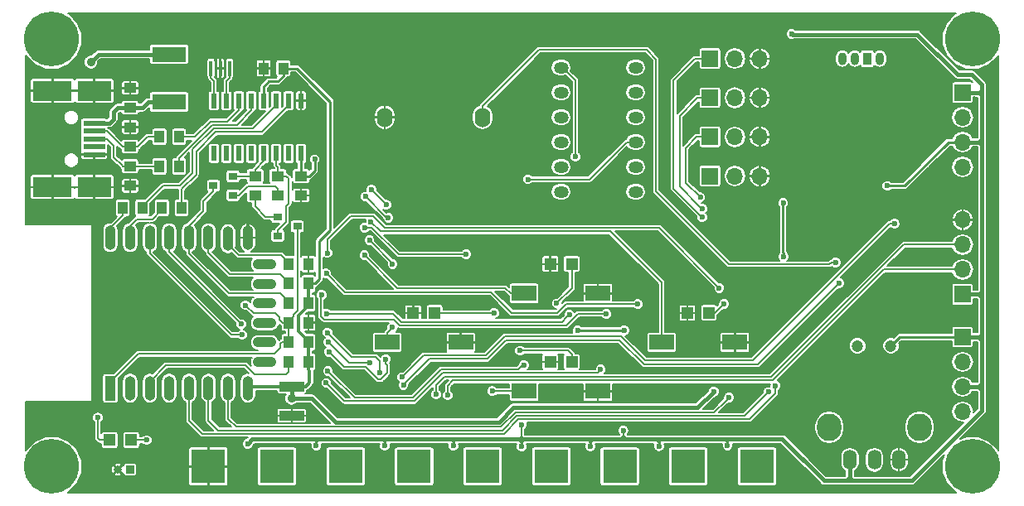
<source format=gtl>
G04 #@! TF.GenerationSoftware,KiCad,Pcbnew,no-vcs-found-7650~57~ubuntu14.04.1*
G04 #@! TF.CreationDate,2017-02-13T23:43:47+01:00*
G04 #@! TF.ProjectId,Wifi_PB,576966695F50422E6B696361645F7063,V0.1*
G04 #@! TF.FileFunction,Copper,L1,Top,Signal*
G04 #@! TF.FilePolarity,Positive*
%FSLAX46Y46*%
G04 Gerber Fmt 4.6, Leading zero omitted, Abs format (unit mm)*
G04 Created by KiCad (PCBNEW no-vcs-found-7650~57~ubuntu14.04.1) date Mon Feb 13 23:43:47 2017*
%MOMM*%
%LPD*%
G01*
G04 APERTURE LIST*
%ADD10C,0.100000*%
%ADD11O,1.524000X1.200000*%
%ADD12R,0.600000X1.500000*%
%ADD13C,0.500000*%
%ADD14O,1.100000X2.500000*%
%ADD15O,2.400000X1.100000*%
%ADD16R,1.100000X2.500000*%
%ADD17C,5.600000*%
%ADD18O,1.600000X2.000000*%
%ADD19R,1.250000X1.000000*%
%ADD20R,1.000000X1.250000*%
%ADD21R,2.500000X1.000000*%
%ADD22R,1.200000X1.200000*%
%ADD23O,0.900000X1.300000*%
%ADD24R,0.900000X1.300000*%
%ADD25R,1.700000X1.700000*%
%ADD26O,1.700000X1.700000*%
%ADD27R,3.500000X3.500000*%
%ADD28R,0.900000X0.800000*%
%ADD29R,1.000000X1.300000*%
%ADD30R,1.300000X1.000000*%
%ADD31O,1.400000X2.000000*%
%ADD32O,2.500000X2.800000*%
%ADD33R,2.500000X1.600000*%
%ADD34R,3.500000X1.600000*%
%ADD35R,4.000000X2.050000*%
%ADD36R,3.500000X2.050000*%
%ADD37R,2.250000X0.500000*%
%ADD38C,0.850000*%
%ADD39R,0.850000X0.850000*%
%ADD40R,0.300000X1.600000*%
%ADD41C,1.200000*%
%ADD42C,0.600000*%
%ADD43C,0.900000*%
%ADD44C,0.152400*%
%ADD45C,0.304800*%
%ADD46C,0.406400*%
%ADD47C,0.254000*%
G04 APERTURE END LIST*
D10*
D11*
X109000000Y-40920000D03*
X109000000Y-43460000D03*
X109000000Y-46000000D03*
X109000000Y-48540000D03*
X109000000Y-51080000D03*
X109000000Y-53620000D03*
X116620000Y-40920000D03*
X116620000Y-43460000D03*
X116620000Y-46000000D03*
X116620000Y-48540000D03*
X116620000Y-51080000D03*
X116620000Y-53620000D03*
D12*
X82445000Y-49700000D03*
X81175000Y-49700000D03*
X79905000Y-49700000D03*
X78635000Y-49700000D03*
X77365000Y-49700000D03*
X76095000Y-49700000D03*
X74825000Y-49700000D03*
X73555000Y-49700000D03*
X73555000Y-44300000D03*
X74825000Y-44300000D03*
X76095000Y-44300000D03*
X77365000Y-44300000D03*
X78635000Y-44300000D03*
X79905000Y-44300000D03*
X81175000Y-44300000D03*
X82445000Y-44300000D03*
D13*
X68510000Y-63040000D03*
X62860000Y-76660000D03*
X73790000Y-72050000D03*
X125030000Y-61690000D03*
X120600000Y-60250000D03*
X104090000Y-61450000D03*
X135230000Y-62310000D03*
X129890000Y-65990000D03*
X84230000Y-76790000D03*
X64000000Y-61480000D03*
X86880000Y-62080000D03*
X96470000Y-49990000D03*
X62410000Y-55100000D03*
X76640000Y-40700000D03*
X82440000Y-47090000D03*
X71390000Y-43000000D03*
X64250000Y-41510000D03*
X67620000Y-46510000D03*
X64080000Y-69040000D03*
X67850000Y-67480000D03*
X78390000Y-57870000D03*
X79000000Y-76500000D03*
X92540000Y-64650000D03*
X92330000Y-71010000D03*
X103450000Y-69920000D03*
X92560000Y-62390000D03*
X96160000Y-67900000D03*
X110370000Y-74610000D03*
X110270000Y-77510000D03*
X102690000Y-76080000D03*
X100120000Y-74830000D03*
X112230000Y-69480000D03*
X113620000Y-71070000D03*
X121090000Y-67600000D03*
X74110000Y-56350000D03*
X76420000Y-62940000D03*
X77590000Y-56160000D03*
X76420000Y-55790000D03*
X86800000Y-47980000D03*
D14*
X63000000Y-58300000D03*
X65000000Y-58300000D03*
X67000000Y-58300000D03*
X69000000Y-58300000D03*
X71000000Y-58300000D03*
X73000000Y-58300000D03*
X75000000Y-58400000D03*
X77000000Y-58300000D03*
D15*
X78750000Y-61010000D03*
X78750000Y-63010000D03*
X78750000Y-65010000D03*
X78750000Y-67010000D03*
X78750000Y-69010000D03*
X78750000Y-71010000D03*
D14*
X77000000Y-73700000D03*
X75000000Y-73700000D03*
X73000000Y-73700000D03*
X71000000Y-73700000D03*
X69000000Y-73700000D03*
X67000000Y-73700000D03*
X65000000Y-73700000D03*
D16*
X63000000Y-73700000D03*
D17*
X151000000Y-81700000D03*
X151000000Y-38000000D03*
X57000000Y-38000000D03*
X57000000Y-81700000D03*
D18*
X101000000Y-46000000D03*
X91000000Y-46000000D03*
D19*
X82450000Y-54000000D03*
X82450000Y-52000000D03*
D20*
X80630000Y-40990000D03*
X78630000Y-40990000D03*
X81200000Y-67000000D03*
X83200000Y-67000000D03*
D21*
X81500000Y-76500000D03*
X81500000Y-73500000D03*
D19*
X65000000Y-45000000D03*
X65000000Y-43000000D03*
X65000000Y-47000000D03*
X65000000Y-49000000D03*
X65000000Y-53000000D03*
X65000000Y-51000000D03*
D22*
X65100000Y-79000000D03*
X62900000Y-79000000D03*
X93900000Y-66000000D03*
X96100000Y-66000000D03*
X110100000Y-61000000D03*
X107900000Y-61000000D03*
X121900000Y-66000000D03*
X124100000Y-66000000D03*
X110100000Y-71000000D03*
X107900000Y-71000000D03*
D23*
X139000000Y-40000000D03*
D24*
X140270000Y-40000000D03*
D23*
X137730000Y-40000000D03*
X141540000Y-40000000D03*
D25*
X124210000Y-40000000D03*
D26*
X126750000Y-40000000D03*
X129290000Y-40000000D03*
X129290000Y-44000000D03*
X126750000Y-44000000D03*
D25*
X124210000Y-44000000D03*
X124210000Y-48000000D03*
D26*
X126750000Y-48000000D03*
X129290000Y-48000000D03*
X129290000Y-52000000D03*
X126750000Y-52000000D03*
D25*
X124210000Y-52000000D03*
D27*
X80000000Y-81700000D03*
X87000000Y-81700000D03*
X94000000Y-81700000D03*
X101000000Y-81700000D03*
X73000000Y-81700000D03*
D25*
X150000000Y-68460000D03*
D26*
X150000000Y-71000000D03*
X150000000Y-73540000D03*
X150000000Y-76080000D03*
X150000000Y-51080000D03*
X150000000Y-48540000D03*
X150000000Y-46000000D03*
D25*
X150000000Y-43460000D03*
D27*
X108000000Y-81700000D03*
X115000000Y-81700000D03*
X122000000Y-81700000D03*
X129000000Y-81700000D03*
D28*
X80075000Y-56200000D03*
X80075000Y-58100000D03*
X82075000Y-57150000D03*
X73500000Y-53000000D03*
X75500000Y-52050000D03*
X75500000Y-53950000D03*
D29*
X83200000Y-65000000D03*
X81200000Y-65000000D03*
X81200000Y-63000000D03*
X83200000Y-63000000D03*
X83200000Y-71000000D03*
X81200000Y-71000000D03*
X81200000Y-69000000D03*
X83200000Y-69000000D03*
X83200000Y-61000000D03*
X81200000Y-61000000D03*
X64250000Y-55250000D03*
X66250000Y-55250000D03*
X70250000Y-55250000D03*
X68250000Y-55250000D03*
D30*
X77750000Y-52000000D03*
X77750000Y-54000000D03*
X80075000Y-52000000D03*
X80075000Y-54000000D03*
D29*
X70000000Y-48000000D03*
X68000000Y-48000000D03*
X68000000Y-51000000D03*
X70000000Y-51000000D03*
D31*
X141000000Y-81000000D03*
X138500000Y-81000000D03*
X143500000Y-81000000D03*
D32*
X136400000Y-77700000D03*
X145600000Y-77700000D03*
D33*
X112750000Y-74000000D03*
X105250000Y-74000000D03*
X119250000Y-69000000D03*
X126750000Y-69000000D03*
X112750000Y-64000000D03*
X105250000Y-64000000D03*
X91250000Y-69000000D03*
X98750000Y-69000000D03*
D34*
X69000000Y-39561600D03*
X69000000Y-44438400D03*
D35*
X57075000Y-53125000D03*
X57075000Y-43275000D03*
D36*
X61325000Y-53125000D03*
X61325000Y-43275000D03*
D37*
X61325000Y-49800000D03*
X61325000Y-49000000D03*
X61325000Y-46600000D03*
X61325000Y-47400000D03*
X61325000Y-48200000D03*
D38*
X63750000Y-82000000D03*
D39*
X65000000Y-82000000D03*
D26*
X150000000Y-56480000D03*
X150000000Y-59020000D03*
X150000000Y-61560000D03*
D25*
X150000000Y-64100000D03*
D40*
X75150000Y-41000000D03*
X74200000Y-41000000D03*
X73250000Y-41000000D03*
D41*
X142680000Y-69360000D03*
X139280000Y-69360000D03*
D42*
X137030000Y-60830000D03*
D43*
X61000000Y-40350000D03*
D42*
X61700000Y-76700000D03*
X115450002Y-67790000D03*
X110680000Y-67790000D03*
X124590000Y-74030000D03*
D43*
X81480000Y-74740000D03*
D42*
X142325000Y-53000000D03*
X104990000Y-79668888D03*
X104990000Y-77443243D03*
X115350000Y-78030000D03*
X131680000Y-54770000D03*
X131700000Y-60240000D03*
X84000000Y-79580000D03*
X91000000Y-79580000D03*
X98000000Y-79580000D03*
X112000000Y-79620000D03*
X119000000Y-79610000D03*
X126000000Y-79540000D03*
X132550000Y-37470000D03*
X77000000Y-79380000D03*
X83850000Y-50290000D03*
X66690000Y-79000000D03*
X123400000Y-56200000D03*
X123410000Y-55350000D03*
X123220000Y-54180000D03*
X85140000Y-68000000D03*
X90480000Y-72090000D03*
X91150000Y-54940000D03*
X89640000Y-53400000D03*
X105200000Y-71330000D03*
X85190000Y-71930000D03*
X76370000Y-67140000D03*
X113040000Y-71780000D03*
X85020000Y-73160000D03*
X76440000Y-68240000D03*
X89460000Y-71079410D03*
X85260000Y-68970000D03*
X91370000Y-56280000D03*
X89010000Y-54100000D03*
X110480000Y-50020000D03*
X109840000Y-66170000D03*
X85049410Y-66050000D03*
X84540000Y-64160000D03*
X113630000Y-66110000D03*
X116850000Y-65100000D03*
X85030000Y-61970000D03*
X85130000Y-59870000D03*
X125150000Y-63450000D03*
X105600000Y-52340000D03*
X76770000Y-65210000D03*
X85310000Y-69960000D03*
X91100000Y-70730000D03*
X89590000Y-56670000D03*
X99310000Y-60000000D03*
X101990000Y-73990000D03*
X88940000Y-57260000D03*
X91790000Y-61000000D03*
X89440000Y-58560000D03*
X91770000Y-67480000D03*
X88930000Y-60100000D03*
X97425000Y-74425000D03*
X96250000Y-74325000D03*
X92909410Y-73370000D03*
X137370000Y-62950000D03*
X92740000Y-72560000D03*
X143060000Y-56870000D03*
X126160000Y-74640000D03*
X130170000Y-74080000D03*
X130897924Y-73426243D03*
X102150000Y-66020000D03*
X108560000Y-65020000D03*
X125650000Y-65080000D03*
X104820000Y-69850000D03*
D44*
X123640000Y-58490000D02*
X123500000Y-58350000D01*
X123500000Y-58350000D02*
X118700000Y-53550000D01*
X136415736Y-61020000D02*
X126170000Y-61020000D01*
X126170000Y-61020000D02*
X123500000Y-58350000D01*
X137030000Y-60830000D02*
X136605736Y-60830000D01*
X136605736Y-60830000D02*
X136415736Y-61020000D01*
X118700000Y-53550000D02*
X118700000Y-40060000D01*
X106767600Y-39080000D02*
X101000000Y-44847600D01*
X118700000Y-40060000D02*
X117720000Y-39080000D01*
X117720000Y-39080000D02*
X106767600Y-39080000D01*
X101000000Y-44847600D02*
X101000000Y-46000000D01*
D45*
X77000000Y-59000000D02*
X77000000Y-56750000D01*
X77000000Y-56750000D02*
X77590000Y-56160000D01*
D46*
X61788400Y-39561600D02*
X61000000Y-40350000D01*
X69000000Y-39561600D02*
X61788400Y-39561600D01*
D44*
X61700000Y-76700000D02*
X61700000Y-78800000D01*
X61700000Y-78800000D02*
X61900000Y-79000000D01*
X61900000Y-79000000D02*
X62900000Y-79000000D01*
D46*
X85990000Y-77160000D02*
X102650000Y-77160000D01*
X81480000Y-74740000D02*
X83570000Y-74740000D01*
X83570000Y-74740000D02*
X85990000Y-77160000D01*
X102650000Y-77160000D02*
X104140000Y-75670000D01*
X104140000Y-75670000D02*
X122950000Y-75670000D01*
X122950000Y-75670000D02*
X124590000Y-74030000D01*
D45*
X83200000Y-65000000D02*
X83200000Y-65270672D01*
X83200000Y-65270672D02*
X82220000Y-66250672D01*
X82220000Y-66250672D02*
X82220000Y-67870000D01*
X82220000Y-67870000D02*
X83200000Y-68850000D01*
X83200000Y-68850000D02*
X83200000Y-69000000D01*
D47*
X110680000Y-67790000D02*
X115450002Y-67790000D01*
D45*
X83330000Y-73120000D02*
X83330000Y-71920000D01*
X83200000Y-71000000D02*
X83200000Y-71790000D01*
X83200000Y-71790000D02*
X83330000Y-71920000D01*
X81500000Y-73500000D02*
X82950000Y-73500000D01*
X82950000Y-73500000D02*
X83330000Y-73120000D01*
D47*
X80630000Y-40990000D02*
X82020000Y-40990000D01*
X83852400Y-63000000D02*
X83200000Y-63000000D01*
X84330000Y-62522400D02*
X83852400Y-63000000D01*
X84330000Y-58620000D02*
X84330000Y-62522400D01*
X85430000Y-57520000D02*
X84330000Y-58620000D01*
X85430000Y-44400000D02*
X85430000Y-57520000D01*
X82020000Y-40990000D02*
X85430000Y-44400000D01*
X79150000Y-42340000D02*
X78635000Y-42855000D01*
X78635000Y-42855000D02*
X78635000Y-44300000D01*
X80057400Y-42340000D02*
X79150000Y-42340000D01*
X80630000Y-40990000D02*
X80630000Y-41767400D01*
X80630000Y-41767400D02*
X80057400Y-42340000D01*
D45*
X78630000Y-44295000D02*
X78635000Y-44300000D01*
D46*
X81500000Y-74720000D02*
X81480000Y-74740000D01*
X81500000Y-73500000D02*
X81500000Y-74720000D01*
D45*
X83200000Y-63000000D02*
X83200000Y-65000000D01*
X83200000Y-71000000D02*
X83200000Y-69000000D01*
X81500000Y-73500000D02*
X77500000Y-73500000D01*
X77500000Y-73500000D02*
X77000000Y-73000000D01*
D46*
X84000000Y-78900000D02*
X83660000Y-78900000D01*
X83660000Y-78900000D02*
X77480000Y-78900000D01*
D44*
X84030000Y-79250000D02*
X84010000Y-79250000D01*
X84010000Y-79250000D02*
X83660000Y-78900000D01*
D47*
X84000000Y-79250000D02*
X84000000Y-78900000D01*
X84000000Y-79580000D02*
X84000000Y-79250000D01*
D46*
X90660000Y-78900000D02*
X84380000Y-78900000D01*
X84380000Y-78900000D02*
X84000000Y-78900000D01*
D44*
X84000000Y-79250000D02*
X84030000Y-79250000D01*
X84030000Y-79250000D02*
X84380000Y-78900000D01*
D46*
X91000000Y-78900000D02*
X90660000Y-78900000D01*
D44*
X91010000Y-79250000D02*
X90660000Y-78900000D01*
D47*
X91000000Y-79250000D02*
X91000000Y-78900000D01*
X91000000Y-79580000D02*
X91000000Y-79250000D01*
D46*
X97650000Y-78900000D02*
X91360000Y-78900000D01*
X91360000Y-78900000D02*
X91000000Y-78900000D01*
D44*
X91000000Y-79250000D02*
X91010000Y-79250000D01*
X91010000Y-79250000D02*
X91360000Y-78900000D01*
D46*
X97990000Y-78900000D02*
X97650000Y-78900000D01*
D44*
X98000000Y-79250000D02*
X97650000Y-78900000D01*
D47*
X98000000Y-79250000D02*
X98000000Y-78910000D01*
X98000000Y-79580000D02*
X98000000Y-79250000D01*
D46*
X104580000Y-78900000D02*
X98360000Y-78900000D01*
X98360000Y-78900000D02*
X97990000Y-78900000D01*
D44*
X98000000Y-79250000D02*
X98010000Y-79250000D01*
X98010000Y-79250000D02*
X98360000Y-78900000D01*
X105430000Y-78900000D02*
X105310000Y-78900000D01*
X105310000Y-78900000D02*
X104990000Y-78580000D01*
D46*
X105430000Y-78900000D02*
X105240000Y-78900000D01*
X105240000Y-78900000D02*
X104990000Y-78900000D01*
D44*
X104990000Y-78650000D02*
X105240000Y-78900000D01*
X104990000Y-78480000D02*
X104990000Y-78650000D01*
X104990000Y-78480000D02*
X104990000Y-77443243D01*
X104990000Y-78900000D02*
X104990000Y-78480000D01*
D46*
X104990000Y-78900000D02*
X104670000Y-78900000D01*
X104670000Y-78900000D02*
X104580000Y-78900000D01*
D44*
X104990000Y-78480000D02*
X104990000Y-78580000D01*
X104990000Y-78580000D02*
X104670000Y-78900000D01*
X105000000Y-79330000D02*
X105000000Y-79320000D01*
X105000000Y-79320000D02*
X104580000Y-78900000D01*
D47*
X104990000Y-79330000D02*
X104990000Y-78900000D01*
X104990000Y-79668888D02*
X104990000Y-79330000D01*
D46*
X111620000Y-78900000D02*
X105430000Y-78900000D01*
D44*
X104990000Y-79330000D02*
X105000000Y-79330000D01*
X105000000Y-79330000D02*
X105430000Y-78900000D01*
D46*
X112000000Y-78900000D02*
X111620000Y-78900000D01*
D44*
X112000000Y-79280000D02*
X111620000Y-78900000D01*
D47*
X112000000Y-79280000D02*
X112000000Y-78900000D01*
X112000000Y-79620000D02*
X112000000Y-79280000D01*
D46*
X115000000Y-78900000D02*
X112380000Y-78900000D01*
X112380000Y-78900000D02*
X112000000Y-78900000D01*
D44*
X112000000Y-79280000D02*
X112380000Y-78900000D01*
D46*
X115340000Y-78900000D02*
X115000000Y-78900000D01*
D44*
X115350000Y-78550000D02*
X115000000Y-78900000D01*
D46*
X118600000Y-78900000D02*
X115700000Y-78900000D01*
X115700000Y-78900000D02*
X115340000Y-78900000D01*
D44*
X115350000Y-78454264D02*
X115350000Y-78550000D01*
X115350000Y-78550000D02*
X115700000Y-78900000D01*
D46*
X119000000Y-78900000D02*
X118600000Y-78900000D01*
D44*
X119000000Y-79300000D02*
X118600000Y-78900000D01*
D47*
X119000000Y-79300000D02*
X119000000Y-78900000D01*
D44*
X119000000Y-79290000D02*
X119390000Y-78900000D01*
D47*
X119000000Y-79610000D02*
X119000000Y-79300000D01*
D46*
X125670000Y-78900000D02*
X119390000Y-78900000D01*
X119390000Y-78900000D02*
X119000000Y-78900000D01*
D44*
X119000000Y-79300000D02*
X119000000Y-79290000D01*
D46*
X126010000Y-78900000D02*
X125670000Y-78900000D01*
D44*
X126000000Y-79230000D02*
X125670000Y-78900000D01*
D47*
X126000000Y-79230000D02*
X126000000Y-78910000D01*
X126000000Y-79540000D02*
X126000000Y-79230000D01*
D44*
X126000000Y-79230000D02*
X126330000Y-78900000D01*
D46*
X131590000Y-78900000D02*
X126330000Y-78900000D01*
X126330000Y-78900000D02*
X126010000Y-78900000D01*
X144814526Y-83140000D02*
X138870000Y-83140000D01*
X138870000Y-83140000D02*
X138490000Y-83140000D01*
D47*
X138490000Y-82670000D02*
X138490000Y-82760000D01*
X138490000Y-82760000D02*
X138870000Y-83140000D01*
D46*
X138490000Y-82670000D02*
X138490000Y-83140000D01*
X138490000Y-82416400D02*
X138490000Y-82670000D01*
X138490000Y-83140000D02*
X138050000Y-83140000D01*
X138050000Y-83140000D02*
X135830000Y-83140000D01*
D47*
X138490000Y-82670000D02*
X138490000Y-82700000D01*
X138490000Y-82700000D02*
X138050000Y-83140000D01*
D46*
X151990000Y-73530000D02*
X151990000Y-73960000D01*
X151990000Y-73960000D02*
X151990000Y-75964526D01*
D47*
X151570000Y-73530000D02*
X151570000Y-73540000D01*
X151570000Y-73540000D02*
X151990000Y-73960000D01*
D46*
X151570000Y-73530000D02*
X151990000Y-73530000D01*
X151212081Y-73530000D02*
X151570000Y-73530000D01*
X151990000Y-68880000D02*
X151990000Y-73110000D01*
X151990000Y-73110000D02*
X151990000Y-73530000D01*
D47*
X151570000Y-73530000D02*
X151990000Y-73110000D01*
D46*
X151990000Y-68460000D02*
X151990000Y-68880000D01*
D47*
X151620000Y-68440000D02*
X151620000Y-68510000D01*
X151620000Y-68510000D02*
X151990000Y-68880000D01*
D46*
X151620000Y-68460000D02*
X151990000Y-68460000D01*
X151256400Y-68460000D02*
X151620000Y-68460000D01*
X151990000Y-64500000D02*
X151990000Y-68070000D01*
X151990000Y-68070000D02*
X151990000Y-68460000D01*
D47*
X151620000Y-68460000D02*
X151620000Y-68440000D01*
X151620000Y-68440000D02*
X151990000Y-68070000D01*
D46*
X151990000Y-64100000D02*
X151990000Y-64500000D01*
D47*
X151600000Y-64100000D02*
X151600000Y-64110000D01*
X151600000Y-64110000D02*
X151990000Y-64500000D01*
D46*
X151590000Y-64100000D02*
X151990000Y-64100000D01*
X151256400Y-64100000D02*
X151590000Y-64100000D01*
X151990000Y-56460000D02*
X151990000Y-63710000D01*
X151990000Y-63710000D02*
X151990000Y-64100000D01*
D47*
X151590000Y-64100000D02*
X151600000Y-64100000D01*
X151600000Y-64100000D02*
X151990000Y-63710000D01*
D46*
X151990000Y-48550000D02*
X151990000Y-48900000D01*
D47*
X151630000Y-48540000D02*
X151990000Y-48900000D01*
D46*
X151990000Y-48900000D02*
X151990000Y-56460000D01*
X151630000Y-48540000D02*
X151980000Y-48540000D01*
X151990000Y-43830000D02*
X151990000Y-48150000D01*
X150000000Y-48540000D02*
X151630000Y-48540000D01*
X151990000Y-48150000D02*
X151990000Y-48550000D01*
D47*
X151630000Y-48540000D02*
X151630000Y-48510000D01*
X151630000Y-48510000D02*
X151990000Y-48150000D01*
D46*
X151990000Y-43470000D02*
X151990000Y-43830000D01*
D47*
X151540000Y-43470000D02*
X151630000Y-43470000D01*
X151630000Y-43470000D02*
X151990000Y-43830000D01*
D46*
X151540000Y-43470000D02*
X151990000Y-43470000D01*
X151266400Y-43470000D02*
X151540000Y-43470000D01*
X151990000Y-42680000D02*
X151990000Y-43070000D01*
D47*
X151590000Y-43470000D02*
X151990000Y-43070000D01*
D46*
X151990000Y-43070000D02*
X151990000Y-43470000D01*
D47*
X151540000Y-43470000D02*
X151590000Y-43470000D01*
X144075000Y-53000000D02*
X148535000Y-48540000D01*
X148535000Y-48540000D02*
X150000000Y-48540000D01*
X142325000Y-53000000D02*
X144075000Y-53000000D01*
D46*
X150000000Y-64100000D02*
X151256400Y-64100000D01*
D47*
X98000000Y-78910000D02*
X97990000Y-78900000D01*
X126000000Y-78910000D02*
X126010000Y-78900000D01*
D44*
X115350000Y-78454264D02*
X115350000Y-78030000D01*
X115350000Y-78890000D02*
X115350000Y-78454264D01*
X115340000Y-78900000D02*
X115350000Y-78890000D01*
D47*
X144390000Y-68460000D02*
X150000000Y-68460000D01*
X143580000Y-68460000D02*
X144390000Y-68460000D01*
X142680000Y-69360000D02*
X143580000Y-68460000D01*
X131670000Y-59785736D02*
X131670000Y-54780000D01*
X131670000Y-54780000D02*
X131680000Y-54770000D01*
X131700000Y-60240000D02*
X131700000Y-59815736D01*
X131700000Y-59815736D02*
X131670000Y-59785736D01*
D46*
X138500000Y-81000000D02*
X138500000Y-82406400D01*
X138500000Y-82406400D02*
X138490000Y-82416400D01*
X150000000Y-73540000D02*
X151202081Y-73540000D01*
X151202081Y-73540000D02*
X151212081Y-73530000D01*
X150000000Y-68460000D02*
X151256400Y-68460000D01*
X151980000Y-48540000D02*
X151990000Y-48550000D01*
X150000000Y-43460000D02*
X151256400Y-43460000D01*
X151256400Y-43460000D02*
X151266400Y-43470000D01*
X132550000Y-37470000D02*
X132610000Y-37530000D01*
X132610000Y-37530000D02*
X145380000Y-37530000D01*
X145380000Y-37530000D02*
X149460000Y-41610000D01*
X149460000Y-41610000D02*
X150920000Y-41610000D01*
X150920000Y-41610000D02*
X151990000Y-42680000D01*
X135830000Y-83140000D02*
X131590000Y-78900000D01*
X77480000Y-78900000D02*
X77000000Y-79380000D01*
X151990000Y-75964526D02*
X144814526Y-83140000D01*
D47*
X82450000Y-52000000D02*
X83280000Y-52000000D01*
X83280000Y-52000000D02*
X83850000Y-51430000D01*
X83850000Y-51430000D02*
X83850000Y-50714264D01*
X83850000Y-50714264D02*
X83850000Y-50290000D01*
X82445000Y-49700000D02*
X82445000Y-51995000D01*
D44*
X82445000Y-51995000D02*
X82450000Y-52000000D01*
D46*
X66300000Y-45000000D02*
X66861600Y-44438400D01*
X66861600Y-44438400D02*
X69000000Y-44438400D01*
X65000000Y-45000000D02*
X66300000Y-45000000D01*
X63300000Y-45425000D02*
X63725000Y-45000000D01*
X63725000Y-45000000D02*
X65000000Y-45000000D01*
X63300000Y-46156400D02*
X63300000Y-45425000D01*
X61325000Y-46600000D02*
X62856400Y-46600000D01*
X62856400Y-46600000D02*
X63300000Y-46156400D01*
D44*
X65000000Y-49000000D02*
X65777400Y-49000000D01*
X65777400Y-49000000D02*
X66777400Y-48000000D01*
X66777400Y-48000000D02*
X68000000Y-48000000D01*
X61325000Y-47400000D02*
X62602400Y-47400000D01*
X62602400Y-47400000D02*
X64202400Y-49000000D01*
X64202400Y-49000000D02*
X65000000Y-49000000D01*
X65000000Y-51000000D02*
X65777400Y-51000000D01*
X65777400Y-51000000D02*
X68000000Y-51000000D01*
X64200000Y-50925000D02*
X64200000Y-50977400D01*
X64200000Y-50977400D02*
X64222600Y-51000000D01*
X64222600Y-51000000D02*
X65000000Y-51000000D01*
X63325000Y-50050000D02*
X64200000Y-50925000D01*
X63325000Y-48922600D02*
X63325000Y-50050000D01*
X61325000Y-48200000D02*
X62602400Y-48200000D01*
X62602400Y-48200000D02*
X63325000Y-48922600D01*
X66350000Y-79000000D02*
X66690000Y-79000000D01*
X65100000Y-79000000D02*
X66350000Y-79000000D01*
X124210000Y-40000000D02*
X122690000Y-40000000D01*
X122690000Y-40000000D02*
X120500000Y-42190000D01*
X120500000Y-42190000D02*
X120500000Y-53300000D01*
X120500000Y-53300000D02*
X123100001Y-55900001D01*
X123100001Y-55900001D02*
X123400000Y-56200000D01*
X124210000Y-44000000D02*
X122950000Y-44000000D01*
X123110001Y-55050001D02*
X123410000Y-55350000D01*
X122950000Y-44000000D02*
X121100000Y-45850000D01*
X121100000Y-45850000D02*
X121100000Y-53040000D01*
X121100000Y-53040000D02*
X123110001Y-55050001D01*
X124210000Y-48000000D02*
X122860000Y-48000000D01*
X122860000Y-48000000D02*
X121740000Y-49120000D01*
X121740000Y-52700000D02*
X123220000Y-54180000D01*
X121740000Y-49120000D02*
X121740000Y-52700000D01*
X77750000Y-55110000D02*
X78840000Y-56200000D01*
X78840000Y-56200000D02*
X80075000Y-56200000D01*
X77750000Y-54000000D02*
X77750000Y-55110000D01*
X80075000Y-57547600D02*
X80910000Y-56712600D01*
X81200000Y-54810000D02*
X81200000Y-52240000D01*
X80910000Y-56712600D02*
X80910000Y-55100000D01*
X80910000Y-55100000D02*
X81200000Y-54810000D01*
X80075000Y-58100000D02*
X80075000Y-57547600D01*
X81200000Y-52240000D02*
X80960000Y-52000000D01*
X80960000Y-52000000D02*
X80075000Y-52000000D01*
X79905000Y-50895000D02*
X80075000Y-51065000D01*
X80075000Y-51065000D02*
X80075000Y-52000000D01*
X79905000Y-49700000D02*
X79905000Y-50895000D01*
X75060000Y-64000000D02*
X71000000Y-59940000D01*
X80347600Y-64000000D02*
X75060000Y-64000000D01*
X81347600Y-65000000D02*
X80347600Y-64000000D01*
X71000000Y-59940000D02*
X71000000Y-59000000D01*
X72490000Y-55590000D02*
X71000000Y-57080000D01*
X71000000Y-57080000D02*
X71000000Y-59000000D01*
X72490000Y-54562400D02*
X72490000Y-55590000D01*
X73500000Y-53000000D02*
X73500000Y-53552400D01*
X73500000Y-53552400D02*
X72490000Y-54562400D01*
X77750000Y-52000000D02*
X75550000Y-52000000D01*
X75550000Y-52000000D02*
X75500000Y-52050000D01*
X78635000Y-49700000D02*
X78635000Y-50462600D01*
X78635000Y-50462600D02*
X77750000Y-51347600D01*
X77750000Y-51347600D02*
X77750000Y-52000000D01*
X75500000Y-53950000D02*
X76102400Y-53950000D01*
X76102400Y-53950000D02*
X77002400Y-53050000D01*
X80075000Y-53285000D02*
X80075000Y-54000000D01*
X77002400Y-53050000D02*
X79840000Y-53050000D01*
X79840000Y-53050000D02*
X80075000Y-53285000D01*
X87620000Y-70500000D02*
X85140000Y-68020000D01*
X85140000Y-68020000D02*
X85140000Y-68000000D01*
X90100000Y-70500000D02*
X87620000Y-70500000D01*
X90480000Y-70880000D02*
X90100000Y-70500000D01*
X90480000Y-72090000D02*
X90480000Y-70880000D01*
X91150000Y-54910000D02*
X91150000Y-54940000D01*
X89640000Y-53400000D02*
X91150000Y-54910000D01*
X105090000Y-71330000D02*
X105200000Y-71330000D01*
X93870000Y-74660000D02*
X96750000Y-71780000D01*
X85489999Y-72239999D02*
X87910000Y-74660000D01*
X85190000Y-71930000D02*
X85489999Y-72229999D01*
X85489999Y-72229999D02*
X85489999Y-72239999D01*
X87910000Y-74660000D02*
X93870000Y-74660000D01*
X96750000Y-71780000D02*
X104640000Y-71780000D01*
X104640000Y-71780000D02*
X105090000Y-71330000D01*
X76300000Y-67060000D02*
X76300000Y-67070000D01*
X76300000Y-67070000D02*
X76370000Y-67140000D01*
X69000000Y-59760000D02*
X76300000Y-67060000D01*
X69000000Y-59000000D02*
X69000000Y-59760000D01*
X112684389Y-72135611D02*
X112740001Y-72079999D01*
X94017298Y-75015611D02*
X96897297Y-72135611D01*
X85020000Y-73160000D02*
X86875611Y-75015611D01*
X96897297Y-72135611D02*
X112684389Y-72135611D01*
X86875611Y-75015611D02*
X94017298Y-75015611D01*
X112740001Y-72079999D02*
X113040000Y-71780000D01*
X67000000Y-59950000D02*
X75290000Y-68240000D01*
X75290000Y-68240000D02*
X76440000Y-68240000D01*
X67000000Y-59000000D02*
X67000000Y-59950000D01*
X85260000Y-68970000D02*
X87369410Y-71079410D01*
X87369410Y-71079410D02*
X89035736Y-71079410D01*
X89035736Y-71079410D02*
X89460000Y-71079410D01*
X89010000Y-54100000D02*
X91190000Y-56280000D01*
X91190000Y-56280000D02*
X91370000Y-56280000D01*
X110480000Y-50020000D02*
X110480000Y-42238000D01*
X110480000Y-42238000D02*
X109162000Y-40920000D01*
X109162000Y-40920000D02*
X109000000Y-40920000D01*
X92702908Y-66910000D02*
X109100000Y-66910000D01*
X91842908Y-66050000D02*
X92702908Y-66910000D01*
X85049410Y-66050000D02*
X91842908Y-66050000D01*
X109100000Y-66910000D02*
X109540001Y-66469999D01*
X109540001Y-66469999D02*
X109840000Y-66170000D01*
X84470000Y-66320000D02*
X84470000Y-64230000D01*
X91940000Y-66650000D02*
X84800000Y-66650000D01*
X84470000Y-64230000D02*
X84540000Y-64160000D01*
X109574389Y-67265611D02*
X92555611Y-67265611D01*
X84800000Y-66650000D02*
X84470000Y-66320000D01*
X110730000Y-66110000D02*
X109574389Y-67265611D01*
X92555611Y-67265611D02*
X91940000Y-66650000D01*
X113630000Y-66110000D02*
X110730000Y-66110000D01*
X116425736Y-65100000D02*
X116850000Y-65100000D01*
X109510000Y-65100000D02*
X116425736Y-65100000D01*
X103940000Y-65980000D02*
X108630000Y-65980000D01*
X101870000Y-63910000D02*
X103940000Y-65980000D01*
X86970000Y-63910000D02*
X101870000Y-63910000D01*
X85030000Y-61970000D02*
X86970000Y-63910000D01*
X108630000Y-65980000D02*
X109510000Y-65100000D01*
X125150000Y-63450000D02*
X118994389Y-57294389D01*
X118994389Y-57294389D02*
X91034389Y-57294389D01*
X91034389Y-57294389D02*
X89820000Y-56080000D01*
X89820000Y-56080000D02*
X87520000Y-56080000D01*
X87520000Y-56080000D02*
X85140000Y-58460000D01*
X85140000Y-58460000D02*
X85140000Y-59860000D01*
X85140000Y-59860000D02*
X85130000Y-59870000D01*
X73000000Y-59000000D02*
X73000000Y-59810000D01*
X73000000Y-59810000D02*
X75200000Y-62010000D01*
X75200000Y-62010000D02*
X80360000Y-62010000D01*
X80360000Y-62010000D02*
X81200000Y-62850000D01*
X81200000Y-62850000D02*
X81200000Y-63000000D01*
X67000000Y-73000000D02*
X68640000Y-71360000D01*
X76790000Y-71360000D02*
X77700000Y-72270000D01*
X68640000Y-71360000D02*
X76790000Y-71360000D01*
X77700000Y-72270000D02*
X80930000Y-72270000D01*
X80930000Y-72270000D02*
X81200000Y-72000000D01*
X81200000Y-72000000D02*
X81200000Y-71000000D01*
X81200000Y-71000000D02*
X81200000Y-71150000D01*
X76070000Y-60070000D02*
X75000000Y-59000000D01*
X80417600Y-60070000D02*
X76070000Y-60070000D01*
X81347600Y-61000000D02*
X80417600Y-60070000D01*
X64250000Y-55250000D02*
X64250000Y-56052400D01*
X64250000Y-56052400D02*
X63000000Y-57302400D01*
X63000000Y-57302400D02*
X63000000Y-59000000D01*
X79905000Y-44300000D02*
X79905000Y-44750000D01*
X71380000Y-49257092D02*
X71380000Y-51680000D01*
X79905000Y-44750000D02*
X77546998Y-47108002D01*
X77546998Y-47108002D02*
X73529090Y-47108002D01*
X73529090Y-47108002D02*
X71380000Y-49257092D01*
X71380000Y-51680000D02*
X70057298Y-53002702D01*
X70057298Y-53002702D02*
X68347298Y-53002702D01*
X68347298Y-53002702D02*
X66250000Y-55100000D01*
X66250000Y-55100000D02*
X66250000Y-55250000D01*
X70250000Y-55250000D02*
X70250000Y-53320000D01*
X71735611Y-51834389D02*
X71735611Y-49484389D01*
X70250000Y-53320000D02*
X71735611Y-51834389D01*
X81175000Y-44750000D02*
X81175000Y-44300000D01*
X71735611Y-49484389D02*
X73720000Y-47500000D01*
X73720000Y-47500000D02*
X78425000Y-47500000D01*
X78425000Y-47500000D02*
X81175000Y-44750000D01*
X65700000Y-56400000D02*
X65000000Y-57100000D01*
X65000000Y-57100000D02*
X65000000Y-59000000D01*
X67250000Y-56400000D02*
X65700000Y-56400000D01*
X68250000Y-55250000D02*
X68250000Y-55400000D01*
X68250000Y-55400000D02*
X67250000Y-56400000D01*
X106024264Y-52340000D02*
X105600000Y-52340000D01*
X111905600Y-52340000D02*
X106024264Y-52340000D01*
X115705600Y-48540000D02*
X111905600Y-52340000D01*
X116620000Y-48540000D02*
X115705600Y-48540000D01*
X76095000Y-45275000D02*
X76095000Y-44300000D01*
X70000000Y-48000000D02*
X71600000Y-48000000D01*
X71600000Y-48000000D02*
X73180000Y-46420000D01*
X73180000Y-46420000D02*
X74950000Y-46420000D01*
X74950000Y-46420000D02*
X76095000Y-45275000D01*
X70000000Y-51000000D02*
X70000000Y-50134183D01*
X70000000Y-50134183D02*
X73381792Y-46752391D01*
X73381792Y-46752391D02*
X75897609Y-46752391D01*
X75897609Y-46752391D02*
X77365000Y-45285000D01*
X77365000Y-45285000D02*
X77365000Y-44300000D01*
X63000000Y-73000000D02*
X65819410Y-70180590D01*
X65819410Y-70180590D02*
X79700000Y-70180590D01*
X79700000Y-70180590D02*
X80320000Y-69560590D01*
X80320000Y-69560590D02*
X80320000Y-69180000D01*
X80320000Y-69180000D02*
X80500000Y-69000000D01*
X80500000Y-69000000D02*
X81200000Y-69000000D01*
X76770000Y-65210000D02*
X76800000Y-65210000D01*
X76800000Y-65210000D02*
X77610000Y-66020000D01*
X77610000Y-66020000D02*
X79820000Y-66020000D01*
X79820000Y-66020000D02*
X80240000Y-66440000D01*
X80240000Y-66440000D02*
X80240000Y-66692400D01*
X80240000Y-66692400D02*
X80547600Y-67000000D01*
X80547600Y-67000000D02*
X81200000Y-67000000D01*
X89010000Y-71490000D02*
X86840000Y-71490000D01*
X86840000Y-71490000D02*
X85310000Y-69960000D01*
X90310000Y-72790000D02*
X89010000Y-71490000D01*
X90600000Y-72790000D02*
X90310000Y-72790000D01*
X91260000Y-72130000D02*
X90600000Y-72790000D01*
X91260000Y-71314264D02*
X91260000Y-72130000D01*
X91100000Y-70730000D02*
X91100000Y-71154264D01*
X91100000Y-71154264D02*
X91260000Y-71314264D01*
X81200000Y-66875000D02*
X81720000Y-66355000D01*
X81200000Y-67000000D02*
X81200000Y-66875000D01*
X82075000Y-65785000D02*
X82075000Y-57150000D01*
X81720000Y-66355000D02*
X81720000Y-66140000D01*
X81720000Y-66140000D02*
X82075000Y-65785000D01*
X81200000Y-67000000D02*
X81200000Y-67777400D01*
X81200000Y-67777400D02*
X81200000Y-69000000D01*
X119250000Y-69000000D02*
X119250000Y-62880000D01*
X119250000Y-62880000D02*
X114020000Y-57650000D01*
X114020000Y-57650000D02*
X90560000Y-57650000D01*
X90560000Y-57650000D02*
X89590000Y-56680000D01*
X89590000Y-56680000D02*
X89590000Y-56670000D01*
X98885736Y-60000000D02*
X99310000Y-60000000D01*
X92407092Y-60000000D02*
X98885736Y-60000000D01*
X89667092Y-57260000D02*
X92407092Y-60000000D01*
X88940000Y-57260000D02*
X89667092Y-57260000D01*
X105250000Y-74000000D02*
X102000000Y-74000000D01*
X102000000Y-74000000D02*
X101990000Y-73990000D01*
X91790000Y-60910000D02*
X91790000Y-61000000D01*
X89440000Y-58560000D02*
X91790000Y-60910000D01*
X91250000Y-69000000D02*
X91250000Y-68047600D01*
X91250000Y-68047600D02*
X91770000Y-67527600D01*
X91770000Y-67527600D02*
X91770000Y-67480000D01*
X103307600Y-63460000D02*
X92290000Y-63460000D01*
X92290000Y-63460000D02*
X88930000Y-60100000D01*
X105250000Y-64000000D02*
X103847600Y-64000000D01*
X103847600Y-64000000D02*
X103307600Y-63460000D01*
X97425000Y-74425000D02*
X97450000Y-74400000D01*
X97450000Y-74400000D02*
X97450000Y-73425000D01*
X97450000Y-73425000D02*
X97975000Y-72900000D01*
X97975000Y-72900000D02*
X100400000Y-72900000D01*
X100400000Y-72900000D02*
X130600000Y-72900000D01*
X130600000Y-72900000D02*
X141940000Y-61560000D01*
X141940000Y-61560000D02*
X150000000Y-61560000D01*
X150000000Y-59020000D02*
X143977092Y-59020000D01*
X143977092Y-59020000D02*
X130452703Y-72544389D01*
X130452703Y-72544389D02*
X97080611Y-72544389D01*
X97080611Y-72544389D02*
X96250000Y-73375000D01*
X96250000Y-73375000D02*
X96250000Y-74325000D01*
X103390001Y-68760000D02*
X101460001Y-70690000D01*
X93209409Y-73070001D02*
X92909410Y-73370000D01*
X95589410Y-70690000D02*
X93209409Y-73070001D01*
X114960000Y-68760000D02*
X103390001Y-68760000D01*
X117460000Y-71260000D02*
X114960000Y-68760000D01*
X129060000Y-71260000D02*
X117460000Y-71260000D01*
X137370000Y-62950000D02*
X129060000Y-71260000D01*
X101460001Y-70690000D02*
X95589410Y-70690000D01*
X93039999Y-72260001D02*
X92740000Y-72560000D01*
X94965611Y-70334389D02*
X93039999Y-72260001D01*
X101312703Y-70334389D02*
X94965611Y-70334389D01*
X103242703Y-68404389D02*
X101312703Y-70334389D01*
X115107298Y-68404389D02*
X103242703Y-68404389D01*
X128592484Y-70870000D02*
X117572908Y-70870000D01*
X142592484Y-56870000D02*
X128592484Y-70870000D01*
X143060000Y-56870000D02*
X142592484Y-56870000D01*
X117572908Y-70870000D02*
X115107298Y-68404389D01*
X75812611Y-77642611D02*
X102849904Y-77642611D01*
X125860001Y-74939999D02*
X126160000Y-74640000D01*
X124647389Y-76152611D02*
X125860001Y-74939999D01*
X104339904Y-76152611D02*
X124647389Y-76152611D01*
X102849904Y-77642611D02*
X104339904Y-76152611D01*
X75000000Y-76830000D02*
X75812611Y-77642611D01*
X75000000Y-73000000D02*
X75000000Y-76830000D01*
X73000000Y-73000000D02*
X73000000Y-77030000D01*
X104487202Y-76508222D02*
X127741778Y-76508222D01*
X102997202Y-77998222D02*
X104487202Y-76508222D01*
X73968222Y-77998222D02*
X102997202Y-77998222D01*
X73000000Y-77030000D02*
X73968222Y-77998222D01*
X127741778Y-76508222D02*
X129870001Y-74379999D01*
X129870001Y-74379999D02*
X130170000Y-74080000D01*
X71000000Y-76990000D02*
X72363833Y-78353833D01*
X130897924Y-73850507D02*
X130897924Y-73426243D01*
X104634500Y-76863833D02*
X128243683Y-76863833D01*
X103144500Y-78353833D02*
X104634500Y-76863833D01*
X71000000Y-73000000D02*
X71000000Y-76990000D01*
X72363833Y-78353833D02*
X103144500Y-78353833D01*
X128243683Y-76863833D02*
X130897924Y-74209592D01*
X130897924Y-74209592D02*
X130897924Y-73850507D01*
X73250000Y-41000000D02*
X73250000Y-41952400D01*
X73250000Y-41952400D02*
X73555000Y-42257400D01*
X73555000Y-42257400D02*
X73555000Y-44300000D01*
X74820000Y-42282400D02*
X74825000Y-42287400D01*
X74825000Y-42287400D02*
X74825000Y-44300000D01*
X75150000Y-41000000D02*
X75150000Y-41952400D01*
X75150000Y-41952400D02*
X74820000Y-42282400D01*
X102150000Y-66020000D02*
X96120000Y-66020000D01*
X96120000Y-66020000D02*
X96100000Y-66000000D01*
X108560000Y-65020000D02*
X110100000Y-63480000D01*
X110100000Y-63480000D02*
X110100000Y-61752400D01*
X110100000Y-61752400D02*
X110100000Y-61000000D01*
X125650000Y-65080000D02*
X124730000Y-66000000D01*
X124730000Y-66000000D02*
X124100000Y-66000000D01*
X105244264Y-69850000D02*
X104820000Y-69850000D01*
X109702400Y-69850000D02*
X105244264Y-69850000D01*
X110100000Y-70247600D02*
X109702400Y-69850000D01*
X110100000Y-71000000D02*
X110100000Y-70247600D01*
G36*
X149257939Y-35387890D02*
X148390934Y-36253383D01*
X147921136Y-37384782D01*
X147920067Y-38609843D01*
X148387890Y-39742061D01*
X149253383Y-40609066D01*
X150384782Y-41078864D01*
X151609843Y-41079933D01*
X152742061Y-40612110D01*
X153609066Y-39746617D01*
X153645600Y-39658633D01*
X153645600Y-80038991D01*
X153612110Y-79957939D01*
X152746617Y-79090934D01*
X151615218Y-78621136D01*
X150390157Y-78620067D01*
X149754177Y-78882849D01*
X152331247Y-76305778D01*
X152331250Y-76305776D01*
X152435864Y-76149209D01*
X152449631Y-76080000D01*
X152472601Y-75964526D01*
X152472600Y-75964521D01*
X152472600Y-42680005D01*
X152472601Y-42680000D01*
X152435864Y-42495317D01*
X152404649Y-42448600D01*
X152331250Y-42338750D01*
X152331247Y-42338748D01*
X151261250Y-41268750D01*
X151104683Y-41164136D01*
X150920000Y-41127400D01*
X149659899Y-41127400D01*
X145721250Y-37188750D01*
X145564683Y-37084136D01*
X145380000Y-37047400D01*
X132946818Y-37047400D01*
X132878632Y-36979095D01*
X132665755Y-36890701D01*
X132435256Y-36890500D01*
X132222225Y-36978522D01*
X132059095Y-37141368D01*
X131970701Y-37354245D01*
X131970500Y-37584744D01*
X132058522Y-37797775D01*
X132221368Y-37960905D01*
X132434245Y-38049299D01*
X132664744Y-38049500D01*
X132754049Y-38012600D01*
X145180100Y-38012600D01*
X149118748Y-41951247D01*
X149118750Y-41951250D01*
X149252248Y-42040450D01*
X149275317Y-42055864D01*
X149460000Y-42092600D01*
X150720100Y-42092600D01*
X151005113Y-42377612D01*
X150959016Y-42346812D01*
X150850000Y-42325127D01*
X149150000Y-42325127D01*
X149040984Y-42346812D01*
X148948564Y-42408564D01*
X148886812Y-42500984D01*
X148865127Y-42610000D01*
X148865127Y-44310000D01*
X148886812Y-44419016D01*
X148948564Y-44511436D01*
X149040984Y-44573188D01*
X149150000Y-44594873D01*
X150850000Y-44594873D01*
X150959016Y-44573188D01*
X151051436Y-44511436D01*
X151113188Y-44419016D01*
X151134873Y-44310000D01*
X151134873Y-43942600D01*
X151216127Y-43942600D01*
X151266400Y-43952600D01*
X151507400Y-43952600D01*
X151507400Y-48057400D01*
X151031882Y-48057400D01*
X150820732Y-47741394D01*
X150454329Y-47496570D01*
X150022126Y-47410600D01*
X149977874Y-47410600D01*
X149545671Y-47496570D01*
X149179268Y-47741394D01*
X148934444Y-48107797D01*
X148929311Y-48133600D01*
X148535000Y-48133600D01*
X148379477Y-48164535D01*
X148247631Y-48252632D01*
X143906664Y-52593600D01*
X142737990Y-52593600D01*
X142653632Y-52509095D01*
X142440755Y-52420701D01*
X142210256Y-52420500D01*
X141997225Y-52508522D01*
X141834095Y-52671368D01*
X141745701Y-52884245D01*
X141745500Y-53114744D01*
X141833522Y-53327775D01*
X141996368Y-53490905D01*
X142209245Y-53579299D01*
X142439744Y-53579500D01*
X142652775Y-53491478D01*
X142738001Y-53406400D01*
X144075000Y-53406400D01*
X144230523Y-53375465D01*
X144362368Y-53287368D01*
X146569736Y-51080000D01*
X148848474Y-51080000D01*
X148934444Y-51512203D01*
X149179268Y-51878606D01*
X149545671Y-52123430D01*
X149977874Y-52209400D01*
X150022126Y-52209400D01*
X150454329Y-52123430D01*
X150820732Y-51878606D01*
X151065556Y-51512203D01*
X151151526Y-51080000D01*
X151065556Y-50647797D01*
X150820732Y-50281394D01*
X150454329Y-50036570D01*
X150022126Y-49950600D01*
X149977874Y-49950600D01*
X149545671Y-50036570D01*
X149179268Y-50281394D01*
X148934444Y-50647797D01*
X148848474Y-51080000D01*
X146569736Y-51080000D01*
X148703337Y-48946400D01*
X148929311Y-48946400D01*
X148934444Y-48972203D01*
X149179268Y-49338606D01*
X149545671Y-49583430D01*
X149977874Y-49669400D01*
X150022126Y-49669400D01*
X150454329Y-49583430D01*
X150820732Y-49338606D01*
X151031882Y-49022600D01*
X151507400Y-49022600D01*
X151507400Y-63617400D01*
X151134873Y-63617400D01*
X151134873Y-63250000D01*
X151113188Y-63140984D01*
X151051436Y-63048564D01*
X150959016Y-62986812D01*
X150850000Y-62965127D01*
X149150000Y-62965127D01*
X149040984Y-62986812D01*
X148948564Y-63048564D01*
X148886812Y-63140984D01*
X148865127Y-63250000D01*
X148865127Y-64950000D01*
X148886812Y-65059016D01*
X148948564Y-65151436D01*
X149040984Y-65213188D01*
X149150000Y-65234873D01*
X150850000Y-65234873D01*
X150959016Y-65213188D01*
X151051436Y-65151436D01*
X151113188Y-65059016D01*
X151134873Y-64950000D01*
X151134873Y-64582600D01*
X151497864Y-64582600D01*
X151507400Y-64592136D01*
X151507400Y-67977400D01*
X151134873Y-67977400D01*
X151134873Y-67610000D01*
X151113188Y-67500984D01*
X151051436Y-67408564D01*
X150959016Y-67346812D01*
X150850000Y-67325127D01*
X149150000Y-67325127D01*
X149040984Y-67346812D01*
X148948564Y-67408564D01*
X148886812Y-67500984D01*
X148865127Y-67610000D01*
X148865127Y-68053600D01*
X143580000Y-68053600D01*
X143424477Y-68084535D01*
X143292632Y-68172632D01*
X142946715Y-68518549D01*
X142855691Y-68480753D01*
X142505844Y-68480448D01*
X142182511Y-68614047D01*
X141934916Y-68861210D01*
X141800753Y-69184309D01*
X141800448Y-69534156D01*
X141934047Y-69857489D01*
X142181210Y-70105084D01*
X142504309Y-70239247D01*
X142854156Y-70239552D01*
X143177489Y-70105953D01*
X143425084Y-69858790D01*
X143559247Y-69535691D01*
X143559552Y-69185844D01*
X143521349Y-69093387D01*
X143748336Y-68866400D01*
X148865127Y-68866400D01*
X148865127Y-69310000D01*
X148886812Y-69419016D01*
X148948564Y-69511436D01*
X149040984Y-69573188D01*
X149150000Y-69594873D01*
X150850000Y-69594873D01*
X150959016Y-69573188D01*
X151051436Y-69511436D01*
X151113188Y-69419016D01*
X151134873Y-69310000D01*
X151134873Y-68942600D01*
X151477864Y-68942600D01*
X151507400Y-68972136D01*
X151507400Y-73017864D01*
X151477864Y-73047400D01*
X151212081Y-73047400D01*
X151161808Y-73057400D01*
X151031882Y-73057400D01*
X150820732Y-72741394D01*
X150454329Y-72496570D01*
X150022126Y-72410600D01*
X149977874Y-72410600D01*
X149545671Y-72496570D01*
X149179268Y-72741394D01*
X148934444Y-73107797D01*
X148848474Y-73540000D01*
X148934444Y-73972203D01*
X149179268Y-74338606D01*
X149545671Y-74583430D01*
X149977874Y-74669400D01*
X150022126Y-74669400D01*
X150454329Y-74583430D01*
X150820732Y-74338606D01*
X151031882Y-74022600D01*
X151202081Y-74022600D01*
X151252354Y-74012600D01*
X151467864Y-74012600D01*
X151507400Y-74052136D01*
X151507400Y-75764627D01*
X151141470Y-76130557D01*
X151151526Y-76080000D01*
X151065556Y-75647797D01*
X150820732Y-75281394D01*
X150454329Y-75036570D01*
X150022126Y-74950600D01*
X149977874Y-74950600D01*
X149545671Y-75036570D01*
X149179268Y-75281394D01*
X148934444Y-75647797D01*
X148848474Y-76080000D01*
X148934444Y-76512203D01*
X149179268Y-76878606D01*
X149545671Y-77123430D01*
X149977874Y-77209400D01*
X150022126Y-77209400D01*
X150072683Y-77199344D01*
X144614626Y-82657400D01*
X138972600Y-82657400D01*
X138972600Y-82456673D01*
X138982600Y-82406400D01*
X138982600Y-82157883D01*
X139192540Y-82017605D01*
X139404848Y-81699865D01*
X139479400Y-81325065D01*
X139479400Y-80674935D01*
X140020600Y-80674935D01*
X140020600Y-81325065D01*
X140095152Y-81699865D01*
X140307460Y-82017605D01*
X140625200Y-82229913D01*
X141000000Y-82304465D01*
X141374800Y-82229913D01*
X141692540Y-82017605D01*
X141904848Y-81699865D01*
X141979400Y-81325065D01*
X141979400Y-81025400D01*
X142520600Y-81025400D01*
X142520600Y-81325400D01*
X142604873Y-81698267D01*
X142825421Y-82010501D01*
X143148667Y-82214568D01*
X143321752Y-82263044D01*
X143474600Y-82209195D01*
X143474600Y-81025400D01*
X143525400Y-81025400D01*
X143525400Y-82209195D01*
X143678248Y-82263044D01*
X143851333Y-82214568D01*
X144174579Y-82010501D01*
X144395127Y-81698267D01*
X144479400Y-81325400D01*
X144479400Y-81025400D01*
X143525400Y-81025400D01*
X143474600Y-81025400D01*
X142520600Y-81025400D01*
X141979400Y-81025400D01*
X141979400Y-80674935D01*
X141979334Y-80674600D01*
X142520600Y-80674600D01*
X142520600Y-80974600D01*
X143474600Y-80974600D01*
X143474600Y-79790805D01*
X143525400Y-79790805D01*
X143525400Y-80974600D01*
X144479400Y-80974600D01*
X144479400Y-80674600D01*
X144395127Y-80301733D01*
X144174579Y-79989499D01*
X143851333Y-79785432D01*
X143678248Y-79736956D01*
X143525400Y-79790805D01*
X143474600Y-79790805D01*
X143321752Y-79736956D01*
X143148667Y-79785432D01*
X142825421Y-79989499D01*
X142604873Y-80301733D01*
X142520600Y-80674600D01*
X141979334Y-80674600D01*
X141904848Y-80300135D01*
X141692540Y-79982395D01*
X141374800Y-79770087D01*
X141000000Y-79695535D01*
X140625200Y-79770087D01*
X140307460Y-79982395D01*
X140095152Y-80300135D01*
X140020600Y-80674935D01*
X139479400Y-80674935D01*
X139404848Y-80300135D01*
X139192540Y-79982395D01*
X138874800Y-79770087D01*
X138500000Y-79695535D01*
X138125200Y-79770087D01*
X137807460Y-79982395D01*
X137595152Y-80300135D01*
X137520600Y-80674935D01*
X137520600Y-81325065D01*
X137595152Y-81699865D01*
X137807460Y-82017605D01*
X138017400Y-82157883D01*
X138017400Y-82366127D01*
X138007400Y-82416400D01*
X138007400Y-82607864D01*
X137957864Y-82657400D01*
X136029899Y-82657400D01*
X131931250Y-78558750D01*
X131774683Y-78454136D01*
X131590000Y-78417400D01*
X115782035Y-78417400D01*
X115840905Y-78358632D01*
X115929299Y-78145755D01*
X115929500Y-77915256D01*
X115841478Y-77702225D01*
X115678632Y-77539095D01*
X115625660Y-77517099D01*
X134870600Y-77517099D01*
X134870600Y-77882901D01*
X134987019Y-78468177D01*
X135318551Y-78964350D01*
X135814724Y-79295882D01*
X136400000Y-79412301D01*
X136985276Y-79295882D01*
X137481449Y-78964350D01*
X137812981Y-78468177D01*
X137929400Y-77882901D01*
X137929400Y-77517099D01*
X144070600Y-77517099D01*
X144070600Y-77882901D01*
X144187019Y-78468177D01*
X144518551Y-78964350D01*
X145014724Y-79295882D01*
X145600000Y-79412301D01*
X146185276Y-79295882D01*
X146681449Y-78964350D01*
X147012981Y-78468177D01*
X147129400Y-77882901D01*
X147129400Y-77517099D01*
X147012981Y-76931823D01*
X146681449Y-76435650D01*
X146185276Y-76104118D01*
X145600000Y-75987699D01*
X145014724Y-76104118D01*
X144518551Y-76435650D01*
X144187019Y-76931823D01*
X144070600Y-77517099D01*
X137929400Y-77517099D01*
X137812981Y-76931823D01*
X137481449Y-76435650D01*
X136985276Y-76104118D01*
X136400000Y-75987699D01*
X135814724Y-76104118D01*
X135318551Y-76435650D01*
X134987019Y-76931823D01*
X134870600Y-77517099D01*
X115625660Y-77517099D01*
X115465755Y-77450701D01*
X115235256Y-77450500D01*
X115022225Y-77538522D01*
X114859095Y-77701368D01*
X114770701Y-77914245D01*
X114770500Y-78144744D01*
X114858522Y-78357775D01*
X114918043Y-78417400D01*
X105345600Y-78417400D01*
X105345600Y-77906944D01*
X105480905Y-77771875D01*
X105569299Y-77558998D01*
X105569500Y-77328499D01*
X105524435Y-77219433D01*
X128243683Y-77219433D01*
X128379766Y-77192365D01*
X128495130Y-77115280D01*
X131149371Y-74461039D01*
X131226456Y-74345674D01*
X131253524Y-74209592D01*
X131253524Y-73889944D01*
X131388829Y-73754875D01*
X131477223Y-73541998D01*
X131477424Y-73311499D01*
X131389402Y-73098468D01*
X131226556Y-72935338D01*
X131114207Y-72888687D01*
X133002894Y-71000000D01*
X148848474Y-71000000D01*
X148934444Y-71432203D01*
X149179268Y-71798606D01*
X149545671Y-72043430D01*
X149977874Y-72129400D01*
X150022126Y-72129400D01*
X150454329Y-72043430D01*
X150820732Y-71798606D01*
X151065556Y-71432203D01*
X151151526Y-71000000D01*
X151065556Y-70567797D01*
X150820732Y-70201394D01*
X150454329Y-69956570D01*
X150022126Y-69870600D01*
X149977874Y-69870600D01*
X149545671Y-69956570D01*
X149179268Y-70201394D01*
X148934444Y-70567797D01*
X148848474Y-71000000D01*
X133002894Y-71000000D01*
X134468738Y-69534156D01*
X138400448Y-69534156D01*
X138534047Y-69857489D01*
X138781210Y-70105084D01*
X139104309Y-70239247D01*
X139454156Y-70239552D01*
X139777489Y-70105953D01*
X140025084Y-69858790D01*
X140159247Y-69535691D01*
X140159552Y-69185844D01*
X140025953Y-68862511D01*
X139778790Y-68614916D01*
X139455691Y-68480753D01*
X139105844Y-68480448D01*
X138782511Y-68614047D01*
X138534916Y-68861210D01*
X138400753Y-69184309D01*
X138400448Y-69534156D01*
X134468738Y-69534156D01*
X142087294Y-61915600D01*
X148919207Y-61915600D01*
X148934444Y-61992203D01*
X149179268Y-62358606D01*
X149545671Y-62603430D01*
X149977874Y-62689400D01*
X150022126Y-62689400D01*
X150454329Y-62603430D01*
X150820732Y-62358606D01*
X151065556Y-61992203D01*
X151151526Y-61560000D01*
X151065556Y-61127797D01*
X150820732Y-60761394D01*
X150454329Y-60516570D01*
X150022126Y-60430600D01*
X149977874Y-60430600D01*
X149545671Y-60516570D01*
X149179268Y-60761394D01*
X148934444Y-61127797D01*
X148919207Y-61204400D01*
X142295586Y-61204400D01*
X144124386Y-59375600D01*
X148919207Y-59375600D01*
X148934444Y-59452203D01*
X149179268Y-59818606D01*
X149545671Y-60063430D01*
X149977874Y-60149400D01*
X150022126Y-60149400D01*
X150454329Y-60063430D01*
X150820732Y-59818606D01*
X151065556Y-59452203D01*
X151151526Y-59020000D01*
X151065556Y-58587797D01*
X150820732Y-58221394D01*
X150454329Y-57976570D01*
X150022126Y-57890600D01*
X149977874Y-57890600D01*
X149545671Y-57976570D01*
X149179268Y-58221394D01*
X148934444Y-58587797D01*
X148919207Y-58664400D01*
X143977092Y-58664400D01*
X143841010Y-58691468D01*
X143811110Y-58711447D01*
X143725645Y-58768553D01*
X130305409Y-72188789D01*
X113450608Y-72188789D01*
X113530905Y-72108632D01*
X113619299Y-71895755D01*
X113619500Y-71665256D01*
X113531478Y-71452225D01*
X113368632Y-71289095D01*
X113155755Y-71200701D01*
X112925256Y-71200500D01*
X112712225Y-71288522D01*
X112549095Y-71451368D01*
X112460701Y-71664245D01*
X112460600Y-71780011D01*
X110915751Y-71780011D01*
X110963188Y-71709016D01*
X110984873Y-71600000D01*
X110984873Y-70400000D01*
X110963188Y-70290984D01*
X110901436Y-70198564D01*
X110809016Y-70136812D01*
X110700000Y-70115127D01*
X110429250Y-70115127D01*
X110428532Y-70111518D01*
X110351447Y-69996153D01*
X109953847Y-69598553D01*
X109838483Y-69521468D01*
X109702400Y-69494400D01*
X105283701Y-69494400D01*
X105148632Y-69359095D01*
X104935755Y-69270701D01*
X104705256Y-69270500D01*
X104492225Y-69358522D01*
X104329095Y-69521368D01*
X104240701Y-69734245D01*
X104240500Y-69964744D01*
X104328522Y-70177775D01*
X104491368Y-70340905D01*
X104704245Y-70429299D01*
X104934744Y-70429500D01*
X105147775Y-70341478D01*
X105283890Y-70205600D01*
X107099269Y-70205600D01*
X107063136Y-70241733D01*
X107020600Y-70344424D01*
X107020600Y-70904750D01*
X107090450Y-70974600D01*
X107874600Y-70974600D01*
X107874600Y-70954600D01*
X107925400Y-70954600D01*
X107925400Y-70974600D01*
X108709550Y-70974600D01*
X108779400Y-70904750D01*
X108779400Y-70344424D01*
X108736864Y-70241733D01*
X108700731Y-70205600D01*
X109293863Y-70205600D01*
X109236812Y-70290984D01*
X109215127Y-70400000D01*
X109215127Y-71600000D01*
X109236812Y-71709016D01*
X109284249Y-71780011D01*
X108715120Y-71780011D01*
X108736864Y-71758267D01*
X108779400Y-71655576D01*
X108779400Y-71095250D01*
X108709550Y-71025400D01*
X107925400Y-71025400D01*
X107925400Y-71045400D01*
X107874600Y-71045400D01*
X107874600Y-71025400D01*
X107090450Y-71025400D01*
X107020600Y-71095250D01*
X107020600Y-71655576D01*
X107063136Y-71758267D01*
X107084880Y-71780011D01*
X105569314Y-71780011D01*
X105690905Y-71658632D01*
X105779299Y-71445755D01*
X105779500Y-71215256D01*
X105691478Y-71002225D01*
X105528632Y-70839095D01*
X105315755Y-70750701D01*
X105085256Y-70750500D01*
X104872225Y-70838522D01*
X104709095Y-71001368D01*
X104620701Y-71214245D01*
X104620629Y-71296477D01*
X104492706Y-71424400D01*
X96750000Y-71424400D01*
X96613917Y-71451468D01*
X96498553Y-71528553D01*
X93722706Y-74304400D01*
X88057294Y-74304400D01*
X85769325Y-72016431D01*
X85769500Y-71815256D01*
X85681478Y-71602225D01*
X85518632Y-71439095D01*
X85305755Y-71350701D01*
X85075256Y-71350500D01*
X84862225Y-71438522D01*
X84699095Y-71601368D01*
X84610701Y-71814245D01*
X84610500Y-72044744D01*
X84698522Y-72257775D01*
X84861368Y-72420905D01*
X85074245Y-72509299D01*
X85256564Y-72509458D01*
X87407117Y-74660011D01*
X87022905Y-74660011D01*
X85599333Y-73236439D01*
X85599500Y-73045256D01*
X85511478Y-72832225D01*
X85348632Y-72669095D01*
X85135755Y-72580701D01*
X84905256Y-72580500D01*
X84692225Y-72668522D01*
X84529095Y-72831368D01*
X84440701Y-73044245D01*
X84440500Y-73274744D01*
X84528522Y-73487775D01*
X84691368Y-73650905D01*
X84904245Y-73739299D01*
X85096573Y-73739467D01*
X86624164Y-75267058D01*
X86739528Y-75344143D01*
X86875611Y-75371211D01*
X94017298Y-75371211D01*
X94153381Y-75344143D01*
X94268745Y-75267058D01*
X95894400Y-73641402D01*
X95894400Y-73861299D01*
X95759095Y-73996368D01*
X95670701Y-74209245D01*
X95670500Y-74439744D01*
X95758522Y-74652775D01*
X95921368Y-74815905D01*
X96134245Y-74904299D01*
X96364744Y-74904500D01*
X96577775Y-74816478D01*
X96740905Y-74653632D01*
X96829299Y-74440755D01*
X96829500Y-74210256D01*
X96741478Y-73997225D01*
X96605600Y-73861110D01*
X96605600Y-73522294D01*
X97227905Y-72899989D01*
X97472117Y-72899989D01*
X97198553Y-73173553D01*
X97121468Y-73288917D01*
X97097284Y-73410500D01*
X97094400Y-73425000D01*
X97094400Y-73936342D01*
X96934095Y-74096368D01*
X96845701Y-74309245D01*
X96845500Y-74539744D01*
X96933522Y-74752775D01*
X97096368Y-74915905D01*
X97309245Y-75004299D01*
X97539744Y-75004500D01*
X97752775Y-74916478D01*
X97915905Y-74753632D01*
X98004299Y-74540755D01*
X98004500Y-74310256D01*
X97916478Y-74097225D01*
X97805600Y-73986154D01*
X97805600Y-73572294D01*
X98122294Y-73255600D01*
X103715127Y-73255600D01*
X103715127Y-73644400D01*
X102463684Y-73644400D01*
X102318632Y-73499095D01*
X102105755Y-73410701D01*
X101875256Y-73410500D01*
X101662225Y-73498522D01*
X101499095Y-73661368D01*
X101410701Y-73874245D01*
X101410500Y-74104744D01*
X101498522Y-74317775D01*
X101661368Y-74480905D01*
X101874245Y-74569299D01*
X102104744Y-74569500D01*
X102317775Y-74481478D01*
X102443873Y-74355600D01*
X103715127Y-74355600D01*
X103715127Y-74800000D01*
X103736812Y-74909016D01*
X103798564Y-75001436D01*
X103890984Y-75063188D01*
X104000000Y-75084873D01*
X106500000Y-75084873D01*
X106609016Y-75063188D01*
X106701436Y-75001436D01*
X106763188Y-74909016D01*
X106784873Y-74800000D01*
X106784873Y-74095250D01*
X111220600Y-74095250D01*
X111220600Y-74855576D01*
X111263136Y-74958267D01*
X111341733Y-75036864D01*
X111444424Y-75079400D01*
X112654750Y-75079400D01*
X112724600Y-75009550D01*
X112724600Y-74025400D01*
X112775400Y-74025400D01*
X112775400Y-75009550D01*
X112845250Y-75079400D01*
X114055576Y-75079400D01*
X114158267Y-75036864D01*
X114236864Y-74958267D01*
X114279400Y-74855576D01*
X114279400Y-74095250D01*
X114209550Y-74025400D01*
X112775400Y-74025400D01*
X112724600Y-74025400D01*
X111290450Y-74025400D01*
X111220600Y-74095250D01*
X106784873Y-74095250D01*
X106784873Y-73255600D01*
X111220600Y-73255600D01*
X111220600Y-73904750D01*
X111290450Y-73974600D01*
X112724600Y-73974600D01*
X112724600Y-73954600D01*
X112775400Y-73954600D01*
X112775400Y-73974600D01*
X114209550Y-73974600D01*
X114279400Y-73904750D01*
X114279400Y-73255600D01*
X130341416Y-73255600D01*
X130318625Y-73310488D01*
X130318447Y-73514276D01*
X130285755Y-73500701D01*
X130055256Y-73500500D01*
X129842225Y-73588522D01*
X129679095Y-73751368D01*
X129590701Y-73964245D01*
X129590533Y-74156573D01*
X127594484Y-76152622D01*
X125150272Y-76152622D01*
X126083561Y-75219333D01*
X126274744Y-75219500D01*
X126487775Y-75131478D01*
X126650905Y-74968632D01*
X126739299Y-74755755D01*
X126739500Y-74525256D01*
X126651478Y-74312225D01*
X126488632Y-74149095D01*
X126275755Y-74060701D01*
X126045256Y-74060500D01*
X125832225Y-74148522D01*
X125669095Y-74311368D01*
X125580701Y-74524245D01*
X125580533Y-74716573D01*
X124500095Y-75797011D01*
X123505489Y-75797011D01*
X124693010Y-74609490D01*
X124704744Y-74609500D01*
X124917775Y-74521478D01*
X125080905Y-74358632D01*
X125169299Y-74145755D01*
X125169500Y-73915256D01*
X125081478Y-73702225D01*
X124918632Y-73539095D01*
X124705755Y-73450701D01*
X124475256Y-73450500D01*
X124262225Y-73538522D01*
X124099095Y-73701368D01*
X124010701Y-73914245D01*
X124010690Y-73926810D01*
X122750100Y-75187400D01*
X104140000Y-75187400D01*
X103955317Y-75224136D01*
X103798750Y-75328750D01*
X102450100Y-76677400D01*
X86189900Y-76677400D01*
X83911250Y-74398750D01*
X83754683Y-74294136D01*
X83570000Y-74257400D01*
X82867679Y-74257400D01*
X82951436Y-74201436D01*
X83013188Y-74109016D01*
X83034873Y-74000000D01*
X83034873Y-73914918D01*
X83115243Y-73898931D01*
X83255329Y-73805329D01*
X83635329Y-73425329D01*
X83654012Y-73397368D01*
X83728931Y-73285243D01*
X83761800Y-73120000D01*
X83761800Y-71922580D01*
X83809016Y-71913188D01*
X83901436Y-71851436D01*
X83963188Y-71759016D01*
X83984873Y-71650000D01*
X83984873Y-70350000D01*
X83963188Y-70240984D01*
X83901436Y-70148564D01*
X83809016Y-70086812D01*
X83700000Y-70065127D01*
X83631800Y-70065127D01*
X83631800Y-69934873D01*
X83700000Y-69934873D01*
X83809016Y-69913188D01*
X83901436Y-69851436D01*
X83963188Y-69759016D01*
X83984873Y-69650000D01*
X83984873Y-68350000D01*
X83963188Y-68240984D01*
X83901436Y-68148564D01*
X83850820Y-68114744D01*
X84560500Y-68114744D01*
X84648522Y-68327775D01*
X84811368Y-68490905D01*
X84887961Y-68522709D01*
X84769095Y-68641368D01*
X84680701Y-68854245D01*
X84680500Y-69084744D01*
X84768522Y-69297775D01*
X84931368Y-69460905D01*
X84972674Y-69478057D01*
X84819095Y-69631368D01*
X84730701Y-69844245D01*
X84730500Y-70074744D01*
X84818522Y-70287775D01*
X84981368Y-70450905D01*
X85194245Y-70539299D01*
X85386573Y-70539467D01*
X86588553Y-71741447D01*
X86703917Y-71818532D01*
X86840000Y-71845600D01*
X88862706Y-71845600D01*
X90058553Y-73041447D01*
X90173918Y-73118532D01*
X90310000Y-73145600D01*
X90600000Y-73145600D01*
X90736083Y-73118532D01*
X90851447Y-73041447D01*
X91218150Y-72674744D01*
X92160500Y-72674744D01*
X92248522Y-72887775D01*
X92411368Y-73050905D01*
X92414078Y-73052030D01*
X92330111Y-73254245D01*
X92329910Y-73484744D01*
X92417932Y-73697775D01*
X92580778Y-73860905D01*
X92793655Y-73949299D01*
X93024154Y-73949500D01*
X93237185Y-73861478D01*
X93400315Y-73698632D01*
X93488709Y-73485755D01*
X93488877Y-73293427D01*
X95736704Y-71045600D01*
X101460001Y-71045600D01*
X101596084Y-71018532D01*
X101711448Y-70941447D01*
X103537295Y-69115600D01*
X114812706Y-69115600D01*
X117208553Y-71511447D01*
X117323917Y-71588532D01*
X117460000Y-71615600D01*
X129060000Y-71615600D01*
X129196083Y-71588532D01*
X129311447Y-71511447D01*
X137293561Y-63529333D01*
X137484744Y-63529500D01*
X137697775Y-63441478D01*
X137860905Y-63278632D01*
X137949299Y-63065755D01*
X137949500Y-62835256D01*
X137861478Y-62622225D01*
X137698632Y-62459095D01*
X137562719Y-62402659D01*
X142667976Y-57297402D01*
X142731368Y-57360905D01*
X142944245Y-57449299D01*
X143174744Y-57449500D01*
X143387775Y-57361478D01*
X143550905Y-57198632D01*
X143639299Y-56985755D01*
X143639500Y-56755256D01*
X143609116Y-56681720D01*
X148888761Y-56681720D01*
X148896151Y-56718889D01*
X149071595Y-57123129D01*
X149388381Y-57429459D01*
X149798280Y-57591242D01*
X149974600Y-57539267D01*
X149974600Y-56505400D01*
X150025400Y-56505400D01*
X150025400Y-57539267D01*
X150201720Y-57591242D01*
X150611619Y-57429459D01*
X150928405Y-57123129D01*
X151103849Y-56718889D01*
X151111239Y-56681720D01*
X151059246Y-56505400D01*
X150025400Y-56505400D01*
X149974600Y-56505400D01*
X148940754Y-56505400D01*
X148888761Y-56681720D01*
X143609116Y-56681720D01*
X143551478Y-56542225D01*
X143388632Y-56379095D01*
X143175755Y-56290701D01*
X142945256Y-56290500D01*
X142732225Y-56378522D01*
X142596110Y-56514400D01*
X142592484Y-56514400D01*
X142456401Y-56541468D01*
X142341037Y-56618553D01*
X128445190Y-70514400D01*
X117720202Y-70514400D01*
X115572216Y-68366413D01*
X115777777Y-68281478D01*
X115940907Y-68118632D01*
X116029301Y-67905755D01*
X116029502Y-67675256D01*
X115941480Y-67462225D01*
X115778634Y-67299095D01*
X115565757Y-67210701D01*
X115335258Y-67210500D01*
X115122227Y-67298522D01*
X115037001Y-67383600D01*
X111092990Y-67383600D01*
X111008632Y-67299095D01*
X110795755Y-67210701D01*
X110565256Y-67210500D01*
X110352225Y-67298522D01*
X110189095Y-67461368D01*
X110100701Y-67674245D01*
X110100500Y-67904744D01*
X110160018Y-68048789D01*
X103242703Y-68048789D01*
X103106620Y-68075857D01*
X102991256Y-68152942D01*
X101165409Y-69978789D01*
X100216342Y-69978789D01*
X100236864Y-69958267D01*
X100279400Y-69855576D01*
X100279400Y-69095250D01*
X100209550Y-69025400D01*
X98775400Y-69025400D01*
X98775400Y-69045400D01*
X98724600Y-69045400D01*
X98724600Y-69025400D01*
X97290450Y-69025400D01*
X97220600Y-69095250D01*
X97220600Y-69855576D01*
X97263136Y-69958267D01*
X97283658Y-69978789D01*
X94965611Y-69978789D01*
X94829529Y-70005857D01*
X94714164Y-70082942D01*
X92816439Y-71980667D01*
X92625256Y-71980500D01*
X92412225Y-72068522D01*
X92249095Y-72231368D01*
X92160701Y-72444245D01*
X92160500Y-72674744D01*
X91218150Y-72674744D01*
X91511447Y-72381447D01*
X91588532Y-72266083D01*
X91615600Y-72130000D01*
X91615600Y-71314264D01*
X91610843Y-71290347D01*
X91588532Y-71178181D01*
X91541563Y-71107888D01*
X91590905Y-71058632D01*
X91679299Y-70845755D01*
X91679500Y-70615256D01*
X91591478Y-70402225D01*
X91428632Y-70239095D01*
X91215755Y-70150701D01*
X90985256Y-70150500D01*
X90772225Y-70238522D01*
X90609095Y-70401368D01*
X90578337Y-70475443D01*
X90351447Y-70248553D01*
X90236083Y-70171468D01*
X90100000Y-70144400D01*
X87767294Y-70144400D01*
X85719316Y-68096422D01*
X85719500Y-67885256D01*
X85631478Y-67672225D01*
X85468632Y-67509095D01*
X85255755Y-67420701D01*
X85025256Y-67420500D01*
X84812225Y-67508522D01*
X84649095Y-67671368D01*
X84560701Y-67884245D01*
X84560500Y-68114744D01*
X83850820Y-68114744D01*
X83809016Y-68086812D01*
X83700000Y-68065127D01*
X83025785Y-68065127D01*
X82865058Y-67904400D01*
X83104750Y-67904400D01*
X83174600Y-67834550D01*
X83174600Y-67025400D01*
X83225400Y-67025400D01*
X83225400Y-67834550D01*
X83295250Y-67904400D01*
X83755576Y-67904400D01*
X83858267Y-67861864D01*
X83936864Y-67783267D01*
X83979400Y-67680576D01*
X83979400Y-67095250D01*
X83909550Y-67025400D01*
X83225400Y-67025400D01*
X83174600Y-67025400D01*
X83154600Y-67025400D01*
X83154600Y-66974600D01*
X83174600Y-66974600D01*
X83174600Y-66165450D01*
X83225400Y-66165450D01*
X83225400Y-66974600D01*
X83909550Y-66974600D01*
X83979400Y-66904750D01*
X83979400Y-66319424D01*
X83936864Y-66216733D01*
X83858267Y-66138136D01*
X83755576Y-66095600D01*
X83295250Y-66095600D01*
X83225400Y-66165450D01*
X83174600Y-66165450D01*
X83104750Y-66095600D01*
X82985730Y-66095600D01*
X83146457Y-65934873D01*
X83700000Y-65934873D01*
X83809016Y-65913188D01*
X83901436Y-65851436D01*
X83963188Y-65759016D01*
X83984873Y-65650000D01*
X83984873Y-64350000D01*
X83978633Y-64318629D01*
X84048522Y-64487775D01*
X84114400Y-64553768D01*
X84114400Y-66320000D01*
X84141468Y-66456083D01*
X84218553Y-66571447D01*
X84548552Y-66901447D01*
X84625637Y-66952953D01*
X84663918Y-66978532D01*
X84800000Y-67005600D01*
X91425117Y-67005600D01*
X91279095Y-67151368D01*
X91190701Y-67364245D01*
X91190500Y-67594744D01*
X91193267Y-67601439D01*
X90998553Y-67796153D01*
X90921468Y-67911517D01*
X90920750Y-67915127D01*
X90000000Y-67915127D01*
X89890984Y-67936812D01*
X89798564Y-67998564D01*
X89736812Y-68090984D01*
X89715127Y-68200000D01*
X89715127Y-69800000D01*
X89736812Y-69909016D01*
X89798564Y-70001436D01*
X89890984Y-70063188D01*
X90000000Y-70084873D01*
X92500000Y-70084873D01*
X92609016Y-70063188D01*
X92701436Y-70001436D01*
X92763188Y-69909016D01*
X92784873Y-69800000D01*
X92784873Y-68200000D01*
X92773819Y-68144424D01*
X97220600Y-68144424D01*
X97220600Y-68904750D01*
X97290450Y-68974600D01*
X98724600Y-68974600D01*
X98724600Y-67990450D01*
X98775400Y-67990450D01*
X98775400Y-68974600D01*
X100209550Y-68974600D01*
X100279400Y-68904750D01*
X100279400Y-68144424D01*
X100236864Y-68041733D01*
X100158267Y-67963136D01*
X100055576Y-67920600D01*
X98845250Y-67920600D01*
X98775400Y-67990450D01*
X98724600Y-67990450D01*
X98654750Y-67920600D01*
X97444424Y-67920600D01*
X97341733Y-67963136D01*
X97263136Y-68041733D01*
X97220600Y-68144424D01*
X92773819Y-68144424D01*
X92763188Y-68090984D01*
X92701436Y-67998564D01*
X92609016Y-67936812D01*
X92500000Y-67915127D01*
X92154224Y-67915127D01*
X92260905Y-67808632D01*
X92349299Y-67595755D01*
X92349341Y-67547245D01*
X92419529Y-67594143D01*
X92555611Y-67621211D01*
X109574389Y-67621211D01*
X109710472Y-67594143D01*
X109825836Y-67517058D01*
X110877294Y-66465600D01*
X113166299Y-66465600D01*
X113301368Y-66600905D01*
X113514245Y-66689299D01*
X113744744Y-66689500D01*
X113957775Y-66601478D01*
X114120905Y-66438632D01*
X114209299Y-66225755D01*
X114209500Y-65995256D01*
X114121478Y-65782225D01*
X113958632Y-65619095D01*
X113745755Y-65530701D01*
X113515256Y-65530500D01*
X113302225Y-65618522D01*
X113166110Y-65754400D01*
X110730000Y-65754400D01*
X110593917Y-65781468D01*
X110478553Y-65858553D01*
X110379254Y-65957852D01*
X110331478Y-65842225D01*
X110168632Y-65679095D01*
X109955755Y-65590701D01*
X109725256Y-65590500D01*
X109512225Y-65678522D01*
X109349095Y-65841368D01*
X109260701Y-66054245D01*
X109260533Y-66246573D01*
X108952706Y-66554400D01*
X102373895Y-66554400D01*
X102477775Y-66511478D01*
X102640905Y-66348632D01*
X102729299Y-66135755D01*
X102729500Y-65905256D01*
X102641478Y-65692225D01*
X102478632Y-65529095D01*
X102265755Y-65440701D01*
X102035256Y-65440500D01*
X101822225Y-65528522D01*
X101686110Y-65664400D01*
X96984873Y-65664400D01*
X96984873Y-65400000D01*
X96963188Y-65290984D01*
X96901436Y-65198564D01*
X96809016Y-65136812D01*
X96700000Y-65115127D01*
X95500000Y-65115127D01*
X95390984Y-65136812D01*
X95298564Y-65198564D01*
X95236812Y-65290984D01*
X95215127Y-65400000D01*
X95215127Y-66554400D01*
X94779400Y-66554400D01*
X94779400Y-66095250D01*
X94709550Y-66025400D01*
X93925400Y-66025400D01*
X93925400Y-66045400D01*
X93874600Y-66045400D01*
X93874600Y-66025400D01*
X93090450Y-66025400D01*
X93020600Y-66095250D01*
X93020600Y-66554400D01*
X92850202Y-66554400D01*
X92094355Y-65798553D01*
X91978991Y-65721468D01*
X91842908Y-65694400D01*
X85513111Y-65694400D01*
X85378042Y-65559095D01*
X85165165Y-65470701D01*
X84934666Y-65470500D01*
X84825600Y-65515565D01*
X84825600Y-65344424D01*
X93020600Y-65344424D01*
X93020600Y-65904750D01*
X93090450Y-65974600D01*
X93874600Y-65974600D01*
X93874600Y-65190450D01*
X93925400Y-65190450D01*
X93925400Y-65974600D01*
X94709550Y-65974600D01*
X94779400Y-65904750D01*
X94779400Y-65344424D01*
X94736864Y-65241733D01*
X94658267Y-65163136D01*
X94555576Y-65120600D01*
X93995250Y-65120600D01*
X93925400Y-65190450D01*
X93874600Y-65190450D01*
X93804750Y-65120600D01*
X93244424Y-65120600D01*
X93141733Y-65163136D01*
X93063136Y-65241733D01*
X93020600Y-65344424D01*
X84825600Y-65344424D01*
X84825600Y-64668904D01*
X84867775Y-64651478D01*
X85030905Y-64488632D01*
X85119299Y-64275755D01*
X85119500Y-64045256D01*
X85031478Y-63832225D01*
X84868632Y-63669095D01*
X84655755Y-63580701D01*
X84425256Y-63580500D01*
X84212225Y-63668522D01*
X84049095Y-63831368D01*
X83960701Y-64044245D01*
X83960533Y-64237010D01*
X83901436Y-64148564D01*
X83809016Y-64086812D01*
X83700000Y-64065127D01*
X83631800Y-64065127D01*
X83631800Y-63934873D01*
X83700000Y-63934873D01*
X83809016Y-63913188D01*
X83901436Y-63851436D01*
X83963188Y-63759016D01*
X83984873Y-63650000D01*
X83984873Y-63380050D01*
X84007923Y-63375465D01*
X84139768Y-63287368D01*
X84617368Y-62809768D01*
X84705465Y-62677923D01*
X84720282Y-62603430D01*
X84736400Y-62522400D01*
X84736400Y-62475452D01*
X84914245Y-62549299D01*
X85106573Y-62549467D01*
X86718553Y-64161447D01*
X86833918Y-64238532D01*
X86970000Y-64265600D01*
X101722706Y-64265600D01*
X103688553Y-66231447D01*
X103803917Y-66308532D01*
X103940000Y-66335600D01*
X108630000Y-66335600D01*
X108766083Y-66308532D01*
X108881447Y-66231447D01*
X109657294Y-65455600D01*
X116386299Y-65455600D01*
X116521368Y-65590905D01*
X116734245Y-65679299D01*
X116964744Y-65679500D01*
X117177775Y-65591478D01*
X117340905Y-65428632D01*
X117429299Y-65215755D01*
X117429500Y-64985256D01*
X117341478Y-64772225D01*
X117178632Y-64609095D01*
X116965755Y-64520701D01*
X116735256Y-64520500D01*
X116522225Y-64608522D01*
X116386110Y-64744400D01*
X114279400Y-64744400D01*
X114279400Y-64095250D01*
X114209550Y-64025400D01*
X112775400Y-64025400D01*
X112775400Y-64045400D01*
X112724600Y-64045400D01*
X112724600Y-64025400D01*
X111290450Y-64025400D01*
X111220600Y-64095250D01*
X111220600Y-64744400D01*
X109510000Y-64744400D01*
X109373917Y-64771468D01*
X109258553Y-64848553D01*
X109139446Y-64967660D01*
X109139467Y-64943427D01*
X110351447Y-63731447D01*
X110428532Y-63616083D01*
X110455600Y-63480000D01*
X110455600Y-63144424D01*
X111220600Y-63144424D01*
X111220600Y-63904750D01*
X111290450Y-63974600D01*
X112724600Y-63974600D01*
X112724600Y-62990450D01*
X112775400Y-62990450D01*
X112775400Y-63974600D01*
X114209550Y-63974600D01*
X114279400Y-63904750D01*
X114279400Y-63144424D01*
X114236864Y-63041733D01*
X114158267Y-62963136D01*
X114055576Y-62920600D01*
X112845250Y-62920600D01*
X112775400Y-62990450D01*
X112724600Y-62990450D01*
X112654750Y-62920600D01*
X111444424Y-62920600D01*
X111341733Y-62963136D01*
X111263136Y-63041733D01*
X111220600Y-63144424D01*
X110455600Y-63144424D01*
X110455600Y-61884873D01*
X110700000Y-61884873D01*
X110809016Y-61863188D01*
X110901436Y-61801436D01*
X110963188Y-61709016D01*
X110984873Y-61600000D01*
X110984873Y-60400000D01*
X110963188Y-60290984D01*
X110901436Y-60198564D01*
X110809016Y-60136812D01*
X110700000Y-60115127D01*
X109500000Y-60115127D01*
X109390984Y-60136812D01*
X109298564Y-60198564D01*
X109236812Y-60290984D01*
X109215127Y-60400000D01*
X109215127Y-61600000D01*
X109236812Y-61709016D01*
X109298564Y-61801436D01*
X109390984Y-61863188D01*
X109500000Y-61884873D01*
X109744400Y-61884873D01*
X109744400Y-63332706D01*
X108636439Y-64440667D01*
X108445256Y-64440500D01*
X108232225Y-64528522D01*
X108069095Y-64691368D01*
X107980701Y-64904245D01*
X107980500Y-65134744D01*
X108068522Y-65347775D01*
X108231368Y-65510905D01*
X108444245Y-65599299D01*
X108507752Y-65599354D01*
X108482706Y-65624400D01*
X104087294Y-65624400D01*
X102278494Y-63815600D01*
X103160306Y-63815600D01*
X103596153Y-64251447D01*
X103711518Y-64328532D01*
X103715127Y-64329250D01*
X103715127Y-64800000D01*
X103736812Y-64909016D01*
X103798564Y-65001436D01*
X103890984Y-65063188D01*
X104000000Y-65084873D01*
X106500000Y-65084873D01*
X106609016Y-65063188D01*
X106701436Y-65001436D01*
X106763188Y-64909016D01*
X106784873Y-64800000D01*
X106784873Y-63200000D01*
X106763188Y-63090984D01*
X106701436Y-62998564D01*
X106609016Y-62936812D01*
X106500000Y-62915127D01*
X104000000Y-62915127D01*
X103890984Y-62936812D01*
X103798564Y-62998564D01*
X103736812Y-63090984D01*
X103715127Y-63200000D01*
X103715127Y-63364633D01*
X103559047Y-63208553D01*
X103443683Y-63131468D01*
X103307600Y-63104400D01*
X92437294Y-63104400D01*
X89509333Y-60176439D01*
X89509500Y-59985256D01*
X89421478Y-59772225D01*
X89258632Y-59609095D01*
X89045755Y-59520701D01*
X88815256Y-59520500D01*
X88602225Y-59608522D01*
X88439095Y-59771368D01*
X88350701Y-59984245D01*
X88350500Y-60214744D01*
X88438522Y-60427775D01*
X88601368Y-60590905D01*
X88814245Y-60679299D01*
X89006573Y-60679467D01*
X91881506Y-63554400D01*
X87117294Y-63554400D01*
X85609333Y-62046439D01*
X85609500Y-61855256D01*
X85521478Y-61642225D01*
X85358632Y-61479095D01*
X85145755Y-61390701D01*
X84915256Y-61390500D01*
X84736400Y-61464401D01*
X84736400Y-60295824D01*
X84801368Y-60360905D01*
X85014245Y-60449299D01*
X85244744Y-60449500D01*
X85457775Y-60361478D01*
X85620905Y-60198632D01*
X85709299Y-59985755D01*
X85709500Y-59755256D01*
X85621478Y-59542225D01*
X85495600Y-59416127D01*
X85495600Y-58674744D01*
X88860500Y-58674744D01*
X88948522Y-58887775D01*
X89111368Y-59050905D01*
X89324245Y-59139299D01*
X89516573Y-59139467D01*
X91225562Y-60848456D01*
X91210701Y-60884245D01*
X91210500Y-61114744D01*
X91298522Y-61327775D01*
X91461368Y-61490905D01*
X91674245Y-61579299D01*
X91904744Y-61579500D01*
X92117775Y-61491478D01*
X92280905Y-61328632D01*
X92369299Y-61115755D01*
X92369316Y-61095250D01*
X107020600Y-61095250D01*
X107020600Y-61655576D01*
X107063136Y-61758267D01*
X107141733Y-61836864D01*
X107244424Y-61879400D01*
X107804750Y-61879400D01*
X107874600Y-61809550D01*
X107874600Y-61025400D01*
X107925400Y-61025400D01*
X107925400Y-61809550D01*
X107995250Y-61879400D01*
X108555576Y-61879400D01*
X108658267Y-61836864D01*
X108736864Y-61758267D01*
X108779400Y-61655576D01*
X108779400Y-61095250D01*
X108709550Y-61025400D01*
X107925400Y-61025400D01*
X107874600Y-61025400D01*
X107090450Y-61025400D01*
X107020600Y-61095250D01*
X92369316Y-61095250D01*
X92369500Y-60885256D01*
X92281478Y-60672225D01*
X92118632Y-60509095D01*
X91905755Y-60420701D01*
X91803506Y-60420612D01*
X90019333Y-58636439D01*
X90019500Y-58445256D01*
X89931478Y-58232225D01*
X89768632Y-58069095D01*
X89555755Y-57980701D01*
X89325256Y-57980500D01*
X89112225Y-58068522D01*
X88949095Y-58231368D01*
X88860701Y-58444245D01*
X88860500Y-58674744D01*
X85495600Y-58674744D01*
X85495600Y-58607294D01*
X87667294Y-56435600D01*
X89059967Y-56435600D01*
X89010701Y-56554245D01*
X89010591Y-56680662D01*
X88825256Y-56680500D01*
X88612225Y-56768522D01*
X88449095Y-56931368D01*
X88360701Y-57144245D01*
X88360500Y-57374744D01*
X88448522Y-57587775D01*
X88611368Y-57750905D01*
X88824245Y-57839299D01*
X89054744Y-57839500D01*
X89267775Y-57751478D01*
X89403890Y-57615600D01*
X89519798Y-57615600D01*
X92155645Y-60251447D01*
X92271009Y-60328532D01*
X92407092Y-60355600D01*
X98846299Y-60355600D01*
X98981368Y-60490905D01*
X99194245Y-60579299D01*
X99424744Y-60579500D01*
X99637775Y-60491478D01*
X99785085Y-60344424D01*
X107020600Y-60344424D01*
X107020600Y-60904750D01*
X107090450Y-60974600D01*
X107874600Y-60974600D01*
X107874600Y-60190450D01*
X107925400Y-60190450D01*
X107925400Y-60974600D01*
X108709550Y-60974600D01*
X108779400Y-60904750D01*
X108779400Y-60344424D01*
X108736864Y-60241733D01*
X108658267Y-60163136D01*
X108555576Y-60120600D01*
X107995250Y-60120600D01*
X107925400Y-60190450D01*
X107874600Y-60190450D01*
X107804750Y-60120600D01*
X107244424Y-60120600D01*
X107141733Y-60163136D01*
X107063136Y-60241733D01*
X107020600Y-60344424D01*
X99785085Y-60344424D01*
X99800905Y-60328632D01*
X99889299Y-60115755D01*
X99889500Y-59885256D01*
X99801478Y-59672225D01*
X99638632Y-59509095D01*
X99425755Y-59420701D01*
X99195256Y-59420500D01*
X98982225Y-59508522D01*
X98846110Y-59644400D01*
X92554386Y-59644400D01*
X90915586Y-58005600D01*
X113872706Y-58005600D01*
X118894400Y-63027294D01*
X118894400Y-67915127D01*
X118000000Y-67915127D01*
X117890984Y-67936812D01*
X117798564Y-67998564D01*
X117736812Y-68090984D01*
X117715127Y-68200000D01*
X117715127Y-69800000D01*
X117736812Y-69909016D01*
X117798564Y-70001436D01*
X117890984Y-70063188D01*
X118000000Y-70084873D01*
X120500000Y-70084873D01*
X120609016Y-70063188D01*
X120701436Y-70001436D01*
X120763188Y-69909016D01*
X120784873Y-69800000D01*
X120784873Y-69095250D01*
X125220600Y-69095250D01*
X125220600Y-69855576D01*
X125263136Y-69958267D01*
X125341733Y-70036864D01*
X125444424Y-70079400D01*
X126654750Y-70079400D01*
X126724600Y-70009550D01*
X126724600Y-69025400D01*
X126775400Y-69025400D01*
X126775400Y-70009550D01*
X126845250Y-70079400D01*
X128055576Y-70079400D01*
X128158267Y-70036864D01*
X128236864Y-69958267D01*
X128279400Y-69855576D01*
X128279400Y-69095250D01*
X128209550Y-69025400D01*
X126775400Y-69025400D01*
X126724600Y-69025400D01*
X125290450Y-69025400D01*
X125220600Y-69095250D01*
X120784873Y-69095250D01*
X120784873Y-68200000D01*
X120773819Y-68144424D01*
X125220600Y-68144424D01*
X125220600Y-68904750D01*
X125290450Y-68974600D01*
X126724600Y-68974600D01*
X126724600Y-67990450D01*
X126775400Y-67990450D01*
X126775400Y-68974600D01*
X128209550Y-68974600D01*
X128279400Y-68904750D01*
X128279400Y-68144424D01*
X128236864Y-68041733D01*
X128158267Y-67963136D01*
X128055576Y-67920600D01*
X126845250Y-67920600D01*
X126775400Y-67990450D01*
X126724600Y-67990450D01*
X126654750Y-67920600D01*
X125444424Y-67920600D01*
X125341733Y-67963136D01*
X125263136Y-68041733D01*
X125220600Y-68144424D01*
X120773819Y-68144424D01*
X120763188Y-68090984D01*
X120701436Y-67998564D01*
X120609016Y-67936812D01*
X120500000Y-67915127D01*
X119605600Y-67915127D01*
X119605600Y-66095250D01*
X121020600Y-66095250D01*
X121020600Y-66655576D01*
X121063136Y-66758267D01*
X121141733Y-66836864D01*
X121244424Y-66879400D01*
X121804750Y-66879400D01*
X121874600Y-66809550D01*
X121874600Y-66025400D01*
X121925400Y-66025400D01*
X121925400Y-66809550D01*
X121995250Y-66879400D01*
X122555576Y-66879400D01*
X122658267Y-66836864D01*
X122736864Y-66758267D01*
X122779400Y-66655576D01*
X122779400Y-66095250D01*
X122709550Y-66025400D01*
X121925400Y-66025400D01*
X121874600Y-66025400D01*
X121090450Y-66025400D01*
X121020600Y-66095250D01*
X119605600Y-66095250D01*
X119605600Y-65344424D01*
X121020600Y-65344424D01*
X121020600Y-65904750D01*
X121090450Y-65974600D01*
X121874600Y-65974600D01*
X121874600Y-65190450D01*
X121925400Y-65190450D01*
X121925400Y-65974600D01*
X122709550Y-65974600D01*
X122779400Y-65904750D01*
X122779400Y-65400000D01*
X123215127Y-65400000D01*
X123215127Y-66600000D01*
X123236812Y-66709016D01*
X123298564Y-66801436D01*
X123390984Y-66863188D01*
X123500000Y-66884873D01*
X124700000Y-66884873D01*
X124809016Y-66863188D01*
X124901436Y-66801436D01*
X124963188Y-66709016D01*
X124984873Y-66600000D01*
X124984873Y-66248021D01*
X125573561Y-65659333D01*
X125764744Y-65659500D01*
X125977775Y-65571478D01*
X126140905Y-65408632D01*
X126229299Y-65195755D01*
X126229500Y-64965256D01*
X126141478Y-64752225D01*
X125978632Y-64589095D01*
X125765755Y-64500701D01*
X125535256Y-64500500D01*
X125322225Y-64588522D01*
X125159095Y-64751368D01*
X125070701Y-64964245D01*
X125070533Y-65156572D01*
X124952347Y-65274759D01*
X124901436Y-65198564D01*
X124809016Y-65136812D01*
X124700000Y-65115127D01*
X123500000Y-65115127D01*
X123390984Y-65136812D01*
X123298564Y-65198564D01*
X123236812Y-65290984D01*
X123215127Y-65400000D01*
X122779400Y-65400000D01*
X122779400Y-65344424D01*
X122736864Y-65241733D01*
X122658267Y-65163136D01*
X122555576Y-65120600D01*
X121995250Y-65120600D01*
X121925400Y-65190450D01*
X121874600Y-65190450D01*
X121804750Y-65120600D01*
X121244424Y-65120600D01*
X121141733Y-65163136D01*
X121063136Y-65241733D01*
X121020600Y-65344424D01*
X119605600Y-65344424D01*
X119605600Y-62880000D01*
X119596499Y-62834245D01*
X119578532Y-62743917D01*
X119501447Y-62628553D01*
X114522883Y-57649989D01*
X118847095Y-57649989D01*
X124570667Y-63373561D01*
X124570500Y-63564744D01*
X124658522Y-63777775D01*
X124821368Y-63940905D01*
X125034245Y-64029299D01*
X125264744Y-64029500D01*
X125477775Y-63941478D01*
X125640905Y-63778632D01*
X125729299Y-63565755D01*
X125729500Y-63335256D01*
X125641478Y-63122225D01*
X125478632Y-62959095D01*
X125265755Y-62870701D01*
X125073427Y-62870533D01*
X119245836Y-57042942D01*
X119130472Y-56965857D01*
X118994389Y-56938789D01*
X91181683Y-56938789D01*
X90071447Y-55828553D01*
X89956083Y-55751468D01*
X89820000Y-55724400D01*
X87520000Y-55724400D01*
X87383917Y-55751468D01*
X87268553Y-55828553D01*
X85836400Y-57260706D01*
X85836400Y-54214744D01*
X88430500Y-54214744D01*
X88518522Y-54427775D01*
X88681368Y-54590905D01*
X88894245Y-54679299D01*
X89086573Y-54679467D01*
X90790510Y-56383404D01*
X90790500Y-56394744D01*
X90878522Y-56607775D01*
X91041368Y-56770905D01*
X91254245Y-56859299D01*
X91484744Y-56859500D01*
X91697775Y-56771478D01*
X91860905Y-56608632D01*
X91949299Y-56395755D01*
X91949500Y-56165256D01*
X91861478Y-55952225D01*
X91698632Y-55789095D01*
X91485755Y-55700701D01*
X91255256Y-55700500D01*
X91154872Y-55741978D01*
X90859727Y-55446833D01*
X91034245Y-55519299D01*
X91264744Y-55519500D01*
X91477775Y-55431478D01*
X91640905Y-55268632D01*
X91729299Y-55055755D01*
X91729500Y-54825256D01*
X91641478Y-54612225D01*
X91478632Y-54449095D01*
X91265755Y-54360701D01*
X91103454Y-54360559D01*
X90362895Y-53620000D01*
X107938198Y-53620000D01*
X108005138Y-53956532D01*
X108195768Y-54241830D01*
X108481066Y-54432460D01*
X108817598Y-54499400D01*
X109182402Y-54499400D01*
X109518934Y-54432460D01*
X109804232Y-54241830D01*
X109994862Y-53956532D01*
X110061802Y-53620000D01*
X115558198Y-53620000D01*
X115625138Y-53956532D01*
X115815768Y-54241830D01*
X116101066Y-54432460D01*
X116437598Y-54499400D01*
X116802402Y-54499400D01*
X117138934Y-54432460D01*
X117424232Y-54241830D01*
X117614862Y-53956532D01*
X117681802Y-53620000D01*
X117614862Y-53283468D01*
X117424232Y-52998170D01*
X117138934Y-52807540D01*
X116802402Y-52740600D01*
X116437598Y-52740600D01*
X116101066Y-52807540D01*
X115815768Y-52998170D01*
X115625138Y-53283468D01*
X115558198Y-53620000D01*
X110061802Y-53620000D01*
X109994862Y-53283468D01*
X109804232Y-52998170D01*
X109518934Y-52807540D01*
X109182402Y-52740600D01*
X108817598Y-52740600D01*
X108481066Y-52807540D01*
X108195768Y-52998170D01*
X108005138Y-53283468D01*
X107938198Y-53620000D01*
X90362895Y-53620000D01*
X90219333Y-53476439D01*
X90219500Y-53285256D01*
X90131478Y-53072225D01*
X89968632Y-52909095D01*
X89755755Y-52820701D01*
X89525256Y-52820500D01*
X89312225Y-52908522D01*
X89149095Y-53071368D01*
X89060701Y-53284245D01*
X89060500Y-53514744D01*
X89062939Y-53520646D01*
X88895256Y-53520500D01*
X88682225Y-53608522D01*
X88519095Y-53771368D01*
X88430701Y-53984245D01*
X88430500Y-54214744D01*
X85836400Y-54214744D01*
X85836400Y-52454744D01*
X105020500Y-52454744D01*
X105108522Y-52667775D01*
X105271368Y-52830905D01*
X105484245Y-52919299D01*
X105714744Y-52919500D01*
X105927775Y-52831478D01*
X106063890Y-52695600D01*
X111905600Y-52695600D01*
X112041683Y-52668532D01*
X112157047Y-52591447D01*
X113668494Y-51080000D01*
X115558198Y-51080000D01*
X115625138Y-51416532D01*
X115815768Y-51701830D01*
X116101066Y-51892460D01*
X116437598Y-51959400D01*
X116802402Y-51959400D01*
X117138934Y-51892460D01*
X117424232Y-51701830D01*
X117614862Y-51416532D01*
X117681802Y-51080000D01*
X117614862Y-50743468D01*
X117424232Y-50458170D01*
X117138934Y-50267540D01*
X116802402Y-50200600D01*
X116437598Y-50200600D01*
X116101066Y-50267540D01*
X115815768Y-50458170D01*
X115625138Y-50743468D01*
X115558198Y-51080000D01*
X113668494Y-51080000D01*
X115724002Y-49024492D01*
X115815768Y-49161830D01*
X116101066Y-49352460D01*
X116437598Y-49419400D01*
X116802402Y-49419400D01*
X117138934Y-49352460D01*
X117424232Y-49161830D01*
X117614862Y-48876532D01*
X117681802Y-48540000D01*
X117614862Y-48203468D01*
X117424232Y-47918170D01*
X117138934Y-47727540D01*
X116802402Y-47660600D01*
X116437598Y-47660600D01*
X116101066Y-47727540D01*
X115815768Y-47918170D01*
X115627499Y-48199935D01*
X115569518Y-48211468D01*
X115454153Y-48288553D01*
X111758306Y-51984400D01*
X106063701Y-51984400D01*
X105928632Y-51849095D01*
X105715755Y-51760701D01*
X105485256Y-51760500D01*
X105272225Y-51848522D01*
X105109095Y-52011368D01*
X105020701Y-52224245D01*
X105020500Y-52454744D01*
X85836400Y-52454744D01*
X85836400Y-51080000D01*
X107938198Y-51080000D01*
X108005138Y-51416532D01*
X108195768Y-51701830D01*
X108481066Y-51892460D01*
X108817598Y-51959400D01*
X109182402Y-51959400D01*
X109518934Y-51892460D01*
X109804232Y-51701830D01*
X109994862Y-51416532D01*
X110061802Y-51080000D01*
X109994862Y-50743468D01*
X109804232Y-50458170D01*
X109518934Y-50267540D01*
X109182402Y-50200600D01*
X108817598Y-50200600D01*
X108481066Y-50267540D01*
X108195768Y-50458170D01*
X108005138Y-50743468D01*
X107938198Y-51080000D01*
X85836400Y-51080000D01*
X85836400Y-48540000D01*
X107938198Y-48540000D01*
X108005138Y-48876532D01*
X108195768Y-49161830D01*
X108481066Y-49352460D01*
X108817598Y-49419400D01*
X109182402Y-49419400D01*
X109518934Y-49352460D01*
X109804232Y-49161830D01*
X109994862Y-48876532D01*
X110061802Y-48540000D01*
X109994862Y-48203468D01*
X109804232Y-47918170D01*
X109518934Y-47727540D01*
X109182402Y-47660600D01*
X108817598Y-47660600D01*
X108481066Y-47727540D01*
X108195768Y-47918170D01*
X108005138Y-48203468D01*
X107938198Y-48540000D01*
X85836400Y-48540000D01*
X85836400Y-46025400D01*
X89920600Y-46025400D01*
X89920600Y-46225400D01*
X90012485Y-46636535D01*
X90254710Y-46981211D01*
X90610398Y-47206955D01*
X90806104Y-47261842D01*
X90974600Y-47209230D01*
X90974600Y-46025400D01*
X91025400Y-46025400D01*
X91025400Y-47209230D01*
X91193896Y-47261842D01*
X91389602Y-47206955D01*
X91745290Y-46981211D01*
X91987515Y-46636535D01*
X92079400Y-46225400D01*
X92079400Y-46025400D01*
X91025400Y-46025400D01*
X90974600Y-46025400D01*
X89920600Y-46025400D01*
X85836400Y-46025400D01*
X85836400Y-45774600D01*
X89920600Y-45774600D01*
X89920600Y-45974600D01*
X90974600Y-45974600D01*
X90974600Y-44790770D01*
X91025400Y-44790770D01*
X91025400Y-45974600D01*
X92079400Y-45974600D01*
X92079400Y-45774935D01*
X99920600Y-45774935D01*
X99920600Y-46225065D01*
X100002764Y-46638133D01*
X100236749Y-46988316D01*
X100586932Y-47222301D01*
X101000000Y-47304465D01*
X101413068Y-47222301D01*
X101763251Y-46988316D01*
X101997236Y-46638133D01*
X102079400Y-46225065D01*
X102079400Y-46000000D01*
X107938198Y-46000000D01*
X108005138Y-46336532D01*
X108195768Y-46621830D01*
X108481066Y-46812460D01*
X108817598Y-46879400D01*
X109182402Y-46879400D01*
X109518934Y-46812460D01*
X109804232Y-46621830D01*
X109994862Y-46336532D01*
X110061802Y-46000000D01*
X109994862Y-45663468D01*
X109804232Y-45378170D01*
X109518934Y-45187540D01*
X109182402Y-45120600D01*
X108817598Y-45120600D01*
X108481066Y-45187540D01*
X108195768Y-45378170D01*
X108005138Y-45663468D01*
X107938198Y-46000000D01*
X102079400Y-46000000D01*
X102079400Y-45774935D01*
X101997236Y-45361867D01*
X101763251Y-45011684D01*
X101508817Y-44841677D01*
X102890494Y-43460000D01*
X107938198Y-43460000D01*
X108005138Y-43796532D01*
X108195768Y-44081830D01*
X108481066Y-44272460D01*
X108817598Y-44339400D01*
X109182402Y-44339400D01*
X109518934Y-44272460D01*
X109804232Y-44081830D01*
X109994862Y-43796532D01*
X110061802Y-43460000D01*
X109994862Y-43123468D01*
X109804232Y-42838170D01*
X109518934Y-42647540D01*
X109182402Y-42580600D01*
X108817598Y-42580600D01*
X108481066Y-42647540D01*
X108195768Y-42838170D01*
X108005138Y-43123468D01*
X107938198Y-43460000D01*
X102890494Y-43460000D01*
X105430494Y-40920000D01*
X107938198Y-40920000D01*
X108005138Y-41256532D01*
X108195768Y-41541830D01*
X108481066Y-41732460D01*
X108817598Y-41799400D01*
X109182402Y-41799400D01*
X109479424Y-41740319D01*
X110124400Y-42385295D01*
X110124400Y-49556299D01*
X109989095Y-49691368D01*
X109900701Y-49904245D01*
X109900500Y-50134744D01*
X109988522Y-50347775D01*
X110151368Y-50510905D01*
X110364245Y-50599299D01*
X110594744Y-50599500D01*
X110807775Y-50511478D01*
X110970905Y-50348632D01*
X111059299Y-50135755D01*
X111059500Y-49905256D01*
X110971478Y-49692225D01*
X110835600Y-49556110D01*
X110835600Y-46000000D01*
X115558198Y-46000000D01*
X115625138Y-46336532D01*
X115815768Y-46621830D01*
X116101066Y-46812460D01*
X116437598Y-46879400D01*
X116802402Y-46879400D01*
X117138934Y-46812460D01*
X117424232Y-46621830D01*
X117614862Y-46336532D01*
X117681802Y-46000000D01*
X117614862Y-45663468D01*
X117424232Y-45378170D01*
X117138934Y-45187540D01*
X116802402Y-45120600D01*
X116437598Y-45120600D01*
X116101066Y-45187540D01*
X115815768Y-45378170D01*
X115625138Y-45663468D01*
X115558198Y-46000000D01*
X110835600Y-46000000D01*
X110835600Y-43460000D01*
X115558198Y-43460000D01*
X115625138Y-43796532D01*
X115815768Y-44081830D01*
X116101066Y-44272460D01*
X116437598Y-44339400D01*
X116802402Y-44339400D01*
X117138934Y-44272460D01*
X117424232Y-44081830D01*
X117614862Y-43796532D01*
X117681802Y-43460000D01*
X117614862Y-43123468D01*
X117424232Y-42838170D01*
X117138934Y-42647540D01*
X116802402Y-42580600D01*
X116437598Y-42580600D01*
X116101066Y-42647540D01*
X115815768Y-42838170D01*
X115625138Y-43123468D01*
X115558198Y-43460000D01*
X110835600Y-43460000D01*
X110835600Y-42238000D01*
X110808532Y-42101918D01*
X110782653Y-42063188D01*
X110731447Y-41986552D01*
X109995951Y-41251057D01*
X110061802Y-40920000D01*
X115558198Y-40920000D01*
X115625138Y-41256532D01*
X115815768Y-41541830D01*
X116101066Y-41732460D01*
X116437598Y-41799400D01*
X116802402Y-41799400D01*
X117138934Y-41732460D01*
X117424232Y-41541830D01*
X117614862Y-41256532D01*
X117681802Y-40920000D01*
X117614862Y-40583468D01*
X117424232Y-40298170D01*
X117138934Y-40107540D01*
X116802402Y-40040600D01*
X116437598Y-40040600D01*
X116101066Y-40107540D01*
X115815768Y-40298170D01*
X115625138Y-40583468D01*
X115558198Y-40920000D01*
X110061802Y-40920000D01*
X109994862Y-40583468D01*
X109804232Y-40298170D01*
X109518934Y-40107540D01*
X109182402Y-40040600D01*
X108817598Y-40040600D01*
X108481066Y-40107540D01*
X108195768Y-40298170D01*
X108005138Y-40583468D01*
X107938198Y-40920000D01*
X105430494Y-40920000D01*
X106914894Y-39435600D01*
X117572706Y-39435600D01*
X118344400Y-40207294D01*
X118344400Y-53550000D01*
X118371468Y-53686083D01*
X118448553Y-53801447D01*
X125918553Y-61271447D01*
X126033917Y-61348532D01*
X126170000Y-61375600D01*
X136415736Y-61375600D01*
X136551819Y-61348532D01*
X136658073Y-61277534D01*
X136701368Y-61320905D01*
X136914245Y-61409299D01*
X137144744Y-61409500D01*
X137357775Y-61321478D01*
X137520905Y-61158632D01*
X137609299Y-60945755D01*
X137609500Y-60715256D01*
X137521478Y-60502225D01*
X137358632Y-60339095D01*
X137145755Y-60250701D01*
X136915256Y-60250500D01*
X136702225Y-60338522D01*
X136556250Y-60484243D01*
X136469654Y-60501468D01*
X136354289Y-60578553D01*
X136268442Y-60664400D01*
X132094970Y-60664400D01*
X132190905Y-60568632D01*
X132279299Y-60355755D01*
X132279500Y-60125256D01*
X132191478Y-59912225D01*
X132106400Y-59826999D01*
X132106400Y-59815736D01*
X132076400Y-59664914D01*
X132076400Y-56278280D01*
X148888761Y-56278280D01*
X148940754Y-56454600D01*
X149974600Y-56454600D01*
X149974600Y-55420733D01*
X150025400Y-55420733D01*
X150025400Y-56454600D01*
X151059246Y-56454600D01*
X151111239Y-56278280D01*
X151103849Y-56241111D01*
X150928405Y-55836871D01*
X150611619Y-55530541D01*
X150201720Y-55368758D01*
X150025400Y-55420733D01*
X149974600Y-55420733D01*
X149798280Y-55368758D01*
X149388381Y-55530541D01*
X149071595Y-55836871D01*
X148896151Y-56241111D01*
X148888761Y-56278280D01*
X132076400Y-56278280D01*
X132076400Y-55192972D01*
X132170905Y-55098632D01*
X132259299Y-54885755D01*
X132259500Y-54655256D01*
X132171478Y-54442225D01*
X132008632Y-54279095D01*
X131795755Y-54190701D01*
X131565256Y-54190500D01*
X131352225Y-54278522D01*
X131189095Y-54441368D01*
X131100701Y-54654245D01*
X131100500Y-54884744D01*
X131188522Y-55097775D01*
X131263600Y-55172984D01*
X131263600Y-59785736D01*
X131275420Y-59845159D01*
X131209095Y-59911368D01*
X131120701Y-60124245D01*
X131120500Y-60354744D01*
X131208522Y-60567775D01*
X131304979Y-60664400D01*
X126317294Y-60664400D01*
X119055600Y-53402706D01*
X119055600Y-42190000D01*
X120144400Y-42190000D01*
X120144400Y-53300000D01*
X120171468Y-53436083D01*
X120248553Y-53551447D01*
X122820667Y-56123561D01*
X122820500Y-56314744D01*
X122908522Y-56527775D01*
X123071368Y-56690905D01*
X123284245Y-56779299D01*
X123514744Y-56779500D01*
X123727775Y-56691478D01*
X123890905Y-56528632D01*
X123979299Y-56315755D01*
X123979500Y-56085256D01*
X123891478Y-55872225D01*
X123799387Y-55779973D01*
X123900905Y-55678632D01*
X123989299Y-55465755D01*
X123989500Y-55235256D01*
X123901478Y-55022225D01*
X123738632Y-54859095D01*
X123525755Y-54770701D01*
X123333427Y-54770533D01*
X123322383Y-54759489D01*
X123334744Y-54759500D01*
X123547775Y-54671478D01*
X123710905Y-54508632D01*
X123799299Y-54295755D01*
X123799500Y-54065256D01*
X123711478Y-53852225D01*
X123548632Y-53689095D01*
X123335755Y-53600701D01*
X123143427Y-53600533D01*
X122095600Y-52552706D01*
X122095600Y-51150000D01*
X123075127Y-51150000D01*
X123075127Y-52850000D01*
X123096812Y-52959016D01*
X123158564Y-53051436D01*
X123250984Y-53113188D01*
X123360000Y-53134873D01*
X125060000Y-53134873D01*
X125169016Y-53113188D01*
X125261436Y-53051436D01*
X125323188Y-52959016D01*
X125344873Y-52850000D01*
X125344873Y-51977874D01*
X125620600Y-51977874D01*
X125620600Y-52022126D01*
X125706570Y-52454329D01*
X125951394Y-52820732D01*
X126317797Y-53065556D01*
X126750000Y-53151526D01*
X127182203Y-53065556D01*
X127548606Y-52820732D01*
X127793430Y-52454329D01*
X127843676Y-52201720D01*
X128178758Y-52201720D01*
X128340541Y-52611619D01*
X128646871Y-52928405D01*
X129051111Y-53103849D01*
X129088280Y-53111239D01*
X129264600Y-53059246D01*
X129264600Y-52025400D01*
X129315400Y-52025400D01*
X129315400Y-53059246D01*
X129491720Y-53111239D01*
X129528889Y-53103849D01*
X129933129Y-52928405D01*
X130239459Y-52611619D01*
X130401242Y-52201720D01*
X130349267Y-52025400D01*
X129315400Y-52025400D01*
X129264600Y-52025400D01*
X128230733Y-52025400D01*
X128178758Y-52201720D01*
X127843676Y-52201720D01*
X127879400Y-52022126D01*
X127879400Y-51977874D01*
X127843677Y-51798280D01*
X128178758Y-51798280D01*
X128230733Y-51974600D01*
X129264600Y-51974600D01*
X129264600Y-50940754D01*
X129315400Y-50940754D01*
X129315400Y-51974600D01*
X130349267Y-51974600D01*
X130401242Y-51798280D01*
X130239459Y-51388381D01*
X129933129Y-51071595D01*
X129528889Y-50896151D01*
X129491720Y-50888761D01*
X129315400Y-50940754D01*
X129264600Y-50940754D01*
X129088280Y-50888761D01*
X129051111Y-50896151D01*
X128646871Y-51071595D01*
X128340541Y-51388381D01*
X128178758Y-51798280D01*
X127843677Y-51798280D01*
X127793430Y-51545671D01*
X127548606Y-51179268D01*
X127182203Y-50934444D01*
X126750000Y-50848474D01*
X126317797Y-50934444D01*
X125951394Y-51179268D01*
X125706570Y-51545671D01*
X125620600Y-51977874D01*
X125344873Y-51977874D01*
X125344873Y-51150000D01*
X125323188Y-51040984D01*
X125261436Y-50948564D01*
X125169016Y-50886812D01*
X125060000Y-50865127D01*
X123360000Y-50865127D01*
X123250984Y-50886812D01*
X123158564Y-50948564D01*
X123096812Y-51040984D01*
X123075127Y-51150000D01*
X122095600Y-51150000D01*
X122095600Y-49267294D01*
X123007294Y-48355600D01*
X123075127Y-48355600D01*
X123075127Y-48850000D01*
X123096812Y-48959016D01*
X123158564Y-49051436D01*
X123250984Y-49113188D01*
X123360000Y-49134873D01*
X125060000Y-49134873D01*
X125169016Y-49113188D01*
X125261436Y-49051436D01*
X125323188Y-48959016D01*
X125344873Y-48850000D01*
X125344873Y-47977874D01*
X125620600Y-47977874D01*
X125620600Y-48022126D01*
X125706570Y-48454329D01*
X125951394Y-48820732D01*
X126317797Y-49065556D01*
X126750000Y-49151526D01*
X127182203Y-49065556D01*
X127548606Y-48820732D01*
X127793430Y-48454329D01*
X127843676Y-48201720D01*
X128178758Y-48201720D01*
X128340541Y-48611619D01*
X128646871Y-48928405D01*
X129051111Y-49103849D01*
X129088280Y-49111239D01*
X129264600Y-49059246D01*
X129264600Y-48025400D01*
X129315400Y-48025400D01*
X129315400Y-49059246D01*
X129491720Y-49111239D01*
X129528889Y-49103849D01*
X129933129Y-48928405D01*
X130239459Y-48611619D01*
X130401242Y-48201720D01*
X130349267Y-48025400D01*
X129315400Y-48025400D01*
X129264600Y-48025400D01*
X128230733Y-48025400D01*
X128178758Y-48201720D01*
X127843676Y-48201720D01*
X127879400Y-48022126D01*
X127879400Y-47977874D01*
X127843677Y-47798280D01*
X128178758Y-47798280D01*
X128230733Y-47974600D01*
X129264600Y-47974600D01*
X129264600Y-46940754D01*
X129315400Y-46940754D01*
X129315400Y-47974600D01*
X130349267Y-47974600D01*
X130401242Y-47798280D01*
X130239459Y-47388381D01*
X129933129Y-47071595D01*
X129528889Y-46896151D01*
X129491720Y-46888761D01*
X129315400Y-46940754D01*
X129264600Y-46940754D01*
X129088280Y-46888761D01*
X129051111Y-46896151D01*
X128646871Y-47071595D01*
X128340541Y-47388381D01*
X128178758Y-47798280D01*
X127843677Y-47798280D01*
X127793430Y-47545671D01*
X127548606Y-47179268D01*
X127182203Y-46934444D01*
X126750000Y-46848474D01*
X126317797Y-46934444D01*
X125951394Y-47179268D01*
X125706570Y-47545671D01*
X125620600Y-47977874D01*
X125344873Y-47977874D01*
X125344873Y-47150000D01*
X125323188Y-47040984D01*
X125261436Y-46948564D01*
X125169016Y-46886812D01*
X125060000Y-46865127D01*
X123360000Y-46865127D01*
X123250984Y-46886812D01*
X123158564Y-46948564D01*
X123096812Y-47040984D01*
X123075127Y-47150000D01*
X123075127Y-47644400D01*
X122860000Y-47644400D01*
X122723917Y-47671468D01*
X122608553Y-47748553D01*
X121488553Y-48868553D01*
X121455600Y-48917870D01*
X121455600Y-46000000D01*
X148848474Y-46000000D01*
X148934444Y-46432203D01*
X149179268Y-46798606D01*
X149545671Y-47043430D01*
X149977874Y-47129400D01*
X150022126Y-47129400D01*
X150454329Y-47043430D01*
X150820732Y-46798606D01*
X151065556Y-46432203D01*
X151151526Y-46000000D01*
X151065556Y-45567797D01*
X150820732Y-45201394D01*
X150454329Y-44956570D01*
X150022126Y-44870600D01*
X149977874Y-44870600D01*
X149545671Y-44956570D01*
X149179268Y-45201394D01*
X148934444Y-45567797D01*
X148848474Y-46000000D01*
X121455600Y-46000000D01*
X121455600Y-45997294D01*
X123075127Y-44377767D01*
X123075127Y-44850000D01*
X123096812Y-44959016D01*
X123158564Y-45051436D01*
X123250984Y-45113188D01*
X123360000Y-45134873D01*
X125060000Y-45134873D01*
X125169016Y-45113188D01*
X125261436Y-45051436D01*
X125323188Y-44959016D01*
X125344873Y-44850000D01*
X125344873Y-43977874D01*
X125620600Y-43977874D01*
X125620600Y-44022126D01*
X125706570Y-44454329D01*
X125951394Y-44820732D01*
X126317797Y-45065556D01*
X126750000Y-45151526D01*
X127182203Y-45065556D01*
X127548606Y-44820732D01*
X127793430Y-44454329D01*
X127843676Y-44201720D01*
X128178758Y-44201720D01*
X128340541Y-44611619D01*
X128646871Y-44928405D01*
X129051111Y-45103849D01*
X129088280Y-45111239D01*
X129264600Y-45059246D01*
X129264600Y-44025400D01*
X129315400Y-44025400D01*
X129315400Y-45059246D01*
X129491720Y-45111239D01*
X129528889Y-45103849D01*
X129933129Y-44928405D01*
X130239459Y-44611619D01*
X130401242Y-44201720D01*
X130349267Y-44025400D01*
X129315400Y-44025400D01*
X129264600Y-44025400D01*
X128230733Y-44025400D01*
X128178758Y-44201720D01*
X127843676Y-44201720D01*
X127879400Y-44022126D01*
X127879400Y-43977874D01*
X127843677Y-43798280D01*
X128178758Y-43798280D01*
X128230733Y-43974600D01*
X129264600Y-43974600D01*
X129264600Y-42940754D01*
X129315400Y-42940754D01*
X129315400Y-43974600D01*
X130349267Y-43974600D01*
X130401242Y-43798280D01*
X130239459Y-43388381D01*
X129933129Y-43071595D01*
X129528889Y-42896151D01*
X129491720Y-42888761D01*
X129315400Y-42940754D01*
X129264600Y-42940754D01*
X129088280Y-42888761D01*
X129051111Y-42896151D01*
X128646871Y-43071595D01*
X128340541Y-43388381D01*
X128178758Y-43798280D01*
X127843677Y-43798280D01*
X127793430Y-43545671D01*
X127548606Y-43179268D01*
X127182203Y-42934444D01*
X126750000Y-42848474D01*
X126317797Y-42934444D01*
X125951394Y-43179268D01*
X125706570Y-43545671D01*
X125620600Y-43977874D01*
X125344873Y-43977874D01*
X125344873Y-43150000D01*
X125323188Y-43040984D01*
X125261436Y-42948564D01*
X125169016Y-42886812D01*
X125060000Y-42865127D01*
X123360000Y-42865127D01*
X123250984Y-42886812D01*
X123158564Y-42948564D01*
X123096812Y-43040984D01*
X123075127Y-43150000D01*
X123075127Y-43644400D01*
X122950000Y-43644400D01*
X122813917Y-43671468D01*
X122698553Y-43748553D01*
X120855600Y-45591506D01*
X120855600Y-42337294D01*
X122837294Y-40355600D01*
X123075127Y-40355600D01*
X123075127Y-40850000D01*
X123096812Y-40959016D01*
X123158564Y-41051436D01*
X123250984Y-41113188D01*
X123360000Y-41134873D01*
X125060000Y-41134873D01*
X125169016Y-41113188D01*
X125261436Y-41051436D01*
X125323188Y-40959016D01*
X125344873Y-40850000D01*
X125344873Y-39977874D01*
X125620600Y-39977874D01*
X125620600Y-40022126D01*
X125706570Y-40454329D01*
X125951394Y-40820732D01*
X126317797Y-41065556D01*
X126750000Y-41151526D01*
X127182203Y-41065556D01*
X127548606Y-40820732D01*
X127793430Y-40454329D01*
X127843676Y-40201720D01*
X128178758Y-40201720D01*
X128340541Y-40611619D01*
X128646871Y-40928405D01*
X129051111Y-41103849D01*
X129088280Y-41111239D01*
X129264600Y-41059246D01*
X129264600Y-40025400D01*
X129315400Y-40025400D01*
X129315400Y-41059246D01*
X129491720Y-41111239D01*
X129528889Y-41103849D01*
X129933129Y-40928405D01*
X130239459Y-40611619D01*
X130401242Y-40201720D01*
X130349267Y-40025400D01*
X129315400Y-40025400D01*
X129264600Y-40025400D01*
X128230733Y-40025400D01*
X128178758Y-40201720D01*
X127843676Y-40201720D01*
X127879400Y-40022126D01*
X127879400Y-39977874D01*
X127843677Y-39798280D01*
X128178758Y-39798280D01*
X128230733Y-39974600D01*
X129264600Y-39974600D01*
X129264600Y-38940754D01*
X129315400Y-38940754D01*
X129315400Y-39974600D01*
X130349267Y-39974600D01*
X130401242Y-39798280D01*
X130394735Y-39781792D01*
X137000600Y-39781792D01*
X137000600Y-40218208D01*
X137056122Y-40497337D01*
X137214236Y-40733972D01*
X137450871Y-40892086D01*
X137730000Y-40947608D01*
X138009129Y-40892086D01*
X138245764Y-40733972D01*
X138365000Y-40555522D01*
X138484236Y-40733972D01*
X138720871Y-40892086D01*
X139000000Y-40947608D01*
X139279129Y-40892086D01*
X139515764Y-40733972D01*
X139543557Y-40692377D01*
X139556812Y-40759016D01*
X139618564Y-40851436D01*
X139710984Y-40913188D01*
X139820000Y-40934873D01*
X140720000Y-40934873D01*
X140829016Y-40913188D01*
X140921436Y-40851436D01*
X140983188Y-40759016D01*
X140996443Y-40692377D01*
X141024236Y-40733972D01*
X141260871Y-40892086D01*
X141540000Y-40947608D01*
X141819129Y-40892086D01*
X142055764Y-40733972D01*
X142213878Y-40497337D01*
X142269400Y-40218208D01*
X142269400Y-39781792D01*
X142213878Y-39502663D01*
X142055764Y-39266028D01*
X141819129Y-39107914D01*
X141540000Y-39052392D01*
X141260871Y-39107914D01*
X141024236Y-39266028D01*
X140996443Y-39307623D01*
X140983188Y-39240984D01*
X140921436Y-39148564D01*
X140829016Y-39086812D01*
X140720000Y-39065127D01*
X139820000Y-39065127D01*
X139710984Y-39086812D01*
X139618564Y-39148564D01*
X139556812Y-39240984D01*
X139543557Y-39307623D01*
X139515764Y-39266028D01*
X139279129Y-39107914D01*
X139000000Y-39052392D01*
X138720871Y-39107914D01*
X138484236Y-39266028D01*
X138365000Y-39444478D01*
X138245764Y-39266028D01*
X138009129Y-39107914D01*
X137730000Y-39052392D01*
X137450871Y-39107914D01*
X137214236Y-39266028D01*
X137056122Y-39502663D01*
X137000600Y-39781792D01*
X130394735Y-39781792D01*
X130239459Y-39388381D01*
X129933129Y-39071595D01*
X129528889Y-38896151D01*
X129491720Y-38888761D01*
X129315400Y-38940754D01*
X129264600Y-38940754D01*
X129088280Y-38888761D01*
X129051111Y-38896151D01*
X128646871Y-39071595D01*
X128340541Y-39388381D01*
X128178758Y-39798280D01*
X127843677Y-39798280D01*
X127793430Y-39545671D01*
X127548606Y-39179268D01*
X127182203Y-38934444D01*
X126750000Y-38848474D01*
X126317797Y-38934444D01*
X125951394Y-39179268D01*
X125706570Y-39545671D01*
X125620600Y-39977874D01*
X125344873Y-39977874D01*
X125344873Y-39150000D01*
X125323188Y-39040984D01*
X125261436Y-38948564D01*
X125169016Y-38886812D01*
X125060000Y-38865127D01*
X123360000Y-38865127D01*
X123250984Y-38886812D01*
X123158564Y-38948564D01*
X123096812Y-39040984D01*
X123075127Y-39150000D01*
X123075127Y-39644400D01*
X122690000Y-39644400D01*
X122553918Y-39671468D01*
X122438553Y-39748553D01*
X120248553Y-41938553D01*
X120171468Y-42053917D01*
X120153776Y-42142865D01*
X120144400Y-42190000D01*
X119055600Y-42190000D01*
X119055600Y-40060000D01*
X119045150Y-40007464D01*
X119028532Y-39923917D01*
X118951447Y-39808553D01*
X117971447Y-38828553D01*
X117856083Y-38751468D01*
X117720000Y-38724400D01*
X106767600Y-38724400D01*
X106631517Y-38751468D01*
X106516153Y-38828553D01*
X100748553Y-44596153D01*
X100671468Y-44711517D01*
X100661244Y-44762917D01*
X100586932Y-44777699D01*
X100236749Y-45011684D01*
X100002764Y-45361867D01*
X99920600Y-45774935D01*
X92079400Y-45774935D01*
X92079400Y-45774600D01*
X91987515Y-45363465D01*
X91745290Y-45018789D01*
X91389602Y-44793045D01*
X91193896Y-44738158D01*
X91025400Y-44790770D01*
X90974600Y-44790770D01*
X90806104Y-44738158D01*
X90610398Y-44793045D01*
X90254710Y-45018789D01*
X90012485Y-45363465D01*
X89920600Y-45774600D01*
X85836400Y-45774600D01*
X85836400Y-44400000D01*
X85805465Y-44244477D01*
X85717368Y-44112632D01*
X82307368Y-40702632D01*
X82260728Y-40671468D01*
X82175523Y-40614535D01*
X82020000Y-40583600D01*
X81414873Y-40583600D01*
X81414873Y-40365000D01*
X81393188Y-40255984D01*
X81331436Y-40163564D01*
X81239016Y-40101812D01*
X81130000Y-40080127D01*
X80130000Y-40080127D01*
X80020984Y-40101812D01*
X79928564Y-40163564D01*
X79866812Y-40255984D01*
X79845127Y-40365000D01*
X79845127Y-41615000D01*
X79866812Y-41724016D01*
X79928564Y-41816436D01*
X79975120Y-41847544D01*
X79889064Y-41933600D01*
X79150000Y-41933600D01*
X78994477Y-41964535D01*
X78862632Y-42052632D01*
X78347632Y-42567632D01*
X78259535Y-42699477D01*
X78228600Y-42855000D01*
X78228600Y-43286292D01*
X78225984Y-43286812D01*
X78133564Y-43348564D01*
X78071812Y-43440984D01*
X78050127Y-43550000D01*
X78050127Y-45050000D01*
X78071812Y-45159016D01*
X78133564Y-45251436D01*
X78225984Y-45313188D01*
X78335000Y-45334873D01*
X78817233Y-45334873D01*
X77399704Y-46752402D01*
X76400492Y-46752402D01*
X77616447Y-45536447D01*
X77693532Y-45421083D01*
X77712562Y-45325412D01*
X77774016Y-45313188D01*
X77866436Y-45251436D01*
X77928188Y-45159016D01*
X77949873Y-45050000D01*
X77949873Y-43550000D01*
X77928188Y-43440984D01*
X77866436Y-43348564D01*
X77774016Y-43286812D01*
X77665000Y-43265127D01*
X77065000Y-43265127D01*
X76955984Y-43286812D01*
X76863564Y-43348564D01*
X76801812Y-43440984D01*
X76780127Y-43550000D01*
X76780127Y-45050000D01*
X76801812Y-45159016D01*
X76863564Y-45251436D01*
X76882810Y-45264296D01*
X75750315Y-46396791D01*
X75476103Y-46396791D01*
X76346448Y-45526447D01*
X76423532Y-45411082D01*
X76440491Y-45325824D01*
X76504016Y-45313188D01*
X76596436Y-45251436D01*
X76658188Y-45159016D01*
X76679873Y-45050000D01*
X76679873Y-43550000D01*
X76658188Y-43440984D01*
X76596436Y-43348564D01*
X76504016Y-43286812D01*
X76395000Y-43265127D01*
X75795000Y-43265127D01*
X75685984Y-43286812D01*
X75593564Y-43348564D01*
X75531812Y-43440984D01*
X75510127Y-43550000D01*
X75510127Y-45050000D01*
X75531812Y-45159016D01*
X75593564Y-45251436D01*
X75606815Y-45260290D01*
X74802706Y-46064400D01*
X73180000Y-46064400D01*
X73043918Y-46091468D01*
X72950129Y-46154136D01*
X72928553Y-46168553D01*
X71452706Y-47644400D01*
X70784873Y-47644400D01*
X70784873Y-47350000D01*
X70763188Y-47240984D01*
X70701436Y-47148564D01*
X70609016Y-47086812D01*
X70500000Y-47065127D01*
X69500000Y-47065127D01*
X69390984Y-47086812D01*
X69298564Y-47148564D01*
X69236812Y-47240984D01*
X69215127Y-47350000D01*
X69215127Y-48650000D01*
X69236812Y-48759016D01*
X69298564Y-48851436D01*
X69390984Y-48913188D01*
X69500000Y-48934873D01*
X70500000Y-48934873D01*
X70609016Y-48913188D01*
X70701436Y-48851436D01*
X70763188Y-48759016D01*
X70784873Y-48650000D01*
X70784873Y-48355600D01*
X71275689Y-48355600D01*
X69748553Y-49882736D01*
X69671468Y-49998100D01*
X69658136Y-50065127D01*
X69500000Y-50065127D01*
X69390984Y-50086812D01*
X69298564Y-50148564D01*
X69236812Y-50240984D01*
X69215127Y-50350000D01*
X69215127Y-51650000D01*
X69236812Y-51759016D01*
X69298564Y-51851436D01*
X69390984Y-51913188D01*
X69500000Y-51934873D01*
X70500000Y-51934873D01*
X70609016Y-51913188D01*
X70701436Y-51851436D01*
X70763188Y-51759016D01*
X70784873Y-51650000D01*
X70784873Y-50350000D01*
X70763188Y-50240984D01*
X70701436Y-50148564D01*
X70609016Y-50086812D01*
X70560013Y-50077064D01*
X71024400Y-49612677D01*
X71024400Y-51532706D01*
X69910004Y-52647102D01*
X68347298Y-52647102D01*
X68211215Y-52674170D01*
X68095851Y-52751255D01*
X66531979Y-54315127D01*
X65750000Y-54315127D01*
X65640984Y-54336812D01*
X65548564Y-54398564D01*
X65486812Y-54490984D01*
X65465127Y-54600000D01*
X65465127Y-55900000D01*
X65486812Y-56009016D01*
X65539460Y-56087811D01*
X65448552Y-56148553D01*
X64820830Y-56776276D01*
X64682602Y-56803771D01*
X64413526Y-56983563D01*
X64233734Y-57252639D01*
X64170600Y-57570037D01*
X64170600Y-59029963D01*
X64233734Y-59347361D01*
X64413526Y-59616437D01*
X64682602Y-59796229D01*
X65000000Y-59859363D01*
X65317398Y-59796229D01*
X65586474Y-59616437D01*
X65766266Y-59347361D01*
X65829400Y-59029963D01*
X65829400Y-57570037D01*
X65766266Y-57252639D01*
X65599635Y-57003260D01*
X65847295Y-56755600D01*
X66924775Y-56755600D01*
X66682602Y-56803771D01*
X66413526Y-56983563D01*
X66233734Y-57252639D01*
X66170600Y-57570037D01*
X66170600Y-59029963D01*
X66233734Y-59347361D01*
X66413526Y-59616437D01*
X66644400Y-59770703D01*
X66644400Y-59950000D01*
X66671468Y-60086083D01*
X66748553Y-60201447D01*
X75038553Y-68491447D01*
X75153918Y-68568532D01*
X75290000Y-68595600D01*
X75976299Y-68595600D01*
X76111368Y-68730905D01*
X76324245Y-68819299D01*
X76554744Y-68819500D01*
X76767775Y-68731478D01*
X76930905Y-68568632D01*
X77019299Y-68355755D01*
X77019500Y-68125256D01*
X76931478Y-67912225D01*
X76768632Y-67749095D01*
X76591314Y-67675466D01*
X76697775Y-67631478D01*
X76860905Y-67468632D01*
X76949299Y-67255755D01*
X76949500Y-67025256D01*
X76861478Y-66812225D01*
X76698632Y-66649095D01*
X76485755Y-66560701D01*
X76303436Y-66560542D01*
X69450312Y-59707418D01*
X69586474Y-59616437D01*
X69766266Y-59347361D01*
X69829400Y-59029963D01*
X69829400Y-57570037D01*
X69766266Y-57252639D01*
X69586474Y-56983563D01*
X69317398Y-56803771D01*
X69000000Y-56740637D01*
X68682602Y-56803771D01*
X68413526Y-56983563D01*
X68233734Y-57252639D01*
X68170600Y-57570037D01*
X68170600Y-59029963D01*
X68233734Y-59347361D01*
X68413526Y-59616437D01*
X68646855Y-59772344D01*
X68671468Y-59896083D01*
X68748553Y-60011447D01*
X75790675Y-67053569D01*
X75790500Y-67254744D01*
X75878522Y-67467775D01*
X76041368Y-67630905D01*
X76218686Y-67704534D01*
X76112225Y-67748522D01*
X75976110Y-67884400D01*
X75437294Y-67884400D01*
X67355600Y-59802706D01*
X67355600Y-59770703D01*
X67586474Y-59616437D01*
X67766266Y-59347361D01*
X67829400Y-59029963D01*
X67829400Y-57570037D01*
X67766266Y-57252639D01*
X67586474Y-56983563D01*
X67317398Y-56803771D01*
X67075225Y-56755600D01*
X67250000Y-56755600D01*
X67386083Y-56728532D01*
X67501447Y-56651447D01*
X67968021Y-56184873D01*
X68750000Y-56184873D01*
X68859016Y-56163188D01*
X68951436Y-56101436D01*
X69013188Y-56009016D01*
X69034873Y-55900000D01*
X69034873Y-54600000D01*
X69013188Y-54490984D01*
X68951436Y-54398564D01*
X68859016Y-54336812D01*
X68750000Y-54315127D01*
X67750000Y-54315127D01*
X67640984Y-54336812D01*
X67548564Y-54398564D01*
X67486812Y-54490984D01*
X67465127Y-54600000D01*
X67465127Y-55681979D01*
X67102706Y-56044400D01*
X66989546Y-56044400D01*
X67013188Y-56009016D01*
X67034873Y-55900000D01*
X67034873Y-54818021D01*
X68494592Y-53358302D01*
X69894400Y-53358302D01*
X69894400Y-54315127D01*
X69750000Y-54315127D01*
X69640984Y-54336812D01*
X69548564Y-54398564D01*
X69486812Y-54490984D01*
X69465127Y-54600000D01*
X69465127Y-55900000D01*
X69486812Y-56009016D01*
X69548564Y-56101436D01*
X69640984Y-56163188D01*
X69750000Y-56184873D01*
X70750000Y-56184873D01*
X70859016Y-56163188D01*
X70951436Y-56101436D01*
X71013188Y-56009016D01*
X71034873Y-55900000D01*
X71034873Y-54600000D01*
X71013188Y-54490984D01*
X70951436Y-54398564D01*
X70859016Y-54336812D01*
X70750000Y-54315127D01*
X70605600Y-54315127D01*
X70605600Y-53467294D01*
X71987058Y-52085836D01*
X72064143Y-51970472D01*
X72091211Y-51834389D01*
X72091211Y-51650000D01*
X74765127Y-51650000D01*
X74765127Y-52450000D01*
X74786812Y-52559016D01*
X74848564Y-52651436D01*
X74940984Y-52713188D01*
X75050000Y-52734873D01*
X75950000Y-52734873D01*
X76059016Y-52713188D01*
X76151436Y-52651436D01*
X76213188Y-52559016D01*
X76234873Y-52450000D01*
X76234873Y-52355600D01*
X76815127Y-52355600D01*
X76815127Y-52500000D01*
X76836812Y-52609016D01*
X76898564Y-52701436D01*
X76914269Y-52711930D01*
X76866317Y-52721468D01*
X76750953Y-52798553D01*
X76171265Y-53378241D01*
X76151436Y-53348564D01*
X76059016Y-53286812D01*
X75950000Y-53265127D01*
X75050000Y-53265127D01*
X74940984Y-53286812D01*
X74848564Y-53348564D01*
X74786812Y-53440984D01*
X74765127Y-53550000D01*
X74765127Y-54350000D01*
X74786812Y-54459016D01*
X74848564Y-54551436D01*
X74940984Y-54613188D01*
X75050000Y-54634873D01*
X75950000Y-54634873D01*
X76059016Y-54613188D01*
X76151436Y-54551436D01*
X76213188Y-54459016D01*
X76234873Y-54350000D01*
X76234873Y-54279250D01*
X76238483Y-54278532D01*
X76353847Y-54201447D01*
X76815127Y-53740167D01*
X76815127Y-54500000D01*
X76836812Y-54609016D01*
X76898564Y-54701436D01*
X76990984Y-54763188D01*
X77100000Y-54784873D01*
X77394400Y-54784873D01*
X77394400Y-55110000D01*
X77421468Y-55246083D01*
X77498553Y-55361447D01*
X78588553Y-56451447D01*
X78703917Y-56528532D01*
X78840000Y-56555600D01*
X79340127Y-56555600D01*
X79340127Y-56600000D01*
X79361812Y-56709016D01*
X79423564Y-56801436D01*
X79515984Y-56863188D01*
X79625000Y-56884873D01*
X80234833Y-56884873D01*
X79823553Y-57296153D01*
X79746468Y-57411517D01*
X79746468Y-57411518D01*
X79745750Y-57415127D01*
X79625000Y-57415127D01*
X79515984Y-57436812D01*
X79423564Y-57498564D01*
X79361812Y-57590984D01*
X79340127Y-57700000D01*
X79340127Y-58500000D01*
X79361812Y-58609016D01*
X79423564Y-58701436D01*
X79515984Y-58763188D01*
X79625000Y-58784873D01*
X80525000Y-58784873D01*
X80634016Y-58763188D01*
X80726436Y-58701436D01*
X80788188Y-58609016D01*
X80809873Y-58500000D01*
X80809873Y-57700000D01*
X80788188Y-57590984D01*
X80726436Y-57498564D01*
X80666786Y-57458708D01*
X81161447Y-56964047D01*
X81174897Y-56943918D01*
X81238532Y-56848682D01*
X81265600Y-56712600D01*
X81265600Y-55247294D01*
X81451447Y-55061447D01*
X81528532Y-54946083D01*
X81555600Y-54810000D01*
X81555600Y-54579718D01*
X81588136Y-54658267D01*
X81666733Y-54736864D01*
X81769424Y-54779400D01*
X82354750Y-54779400D01*
X82424600Y-54709550D01*
X82424600Y-54025400D01*
X82475400Y-54025400D01*
X82475400Y-54709550D01*
X82545250Y-54779400D01*
X83130576Y-54779400D01*
X83233267Y-54736864D01*
X83311864Y-54658267D01*
X83354400Y-54555576D01*
X83354400Y-54095250D01*
X83284550Y-54025400D01*
X82475400Y-54025400D01*
X82424600Y-54025400D01*
X82404600Y-54025400D01*
X82404600Y-53974600D01*
X82424600Y-53974600D01*
X82424600Y-53290450D01*
X82475400Y-53290450D01*
X82475400Y-53974600D01*
X83284550Y-53974600D01*
X83354400Y-53904750D01*
X83354400Y-53444424D01*
X83311864Y-53341733D01*
X83233267Y-53263136D01*
X83130576Y-53220600D01*
X82545250Y-53220600D01*
X82475400Y-53290450D01*
X82424600Y-53290450D01*
X82354750Y-53220600D01*
X81769424Y-53220600D01*
X81666733Y-53263136D01*
X81588136Y-53341733D01*
X81555600Y-53420282D01*
X81555600Y-52577787D01*
X81561812Y-52609016D01*
X81623564Y-52701436D01*
X81715984Y-52763188D01*
X81825000Y-52784873D01*
X83075000Y-52784873D01*
X83184016Y-52763188D01*
X83276436Y-52701436D01*
X83338188Y-52609016D01*
X83359873Y-52500000D01*
X83359873Y-52390513D01*
X83435523Y-52375465D01*
X83567368Y-52287368D01*
X84137368Y-51717368D01*
X84147750Y-51701830D01*
X84225465Y-51585523D01*
X84256400Y-51430000D01*
X84256400Y-50702990D01*
X84340905Y-50618632D01*
X84429299Y-50405755D01*
X84429500Y-50175256D01*
X84341478Y-49962225D01*
X84178632Y-49799095D01*
X83965755Y-49710701D01*
X83735256Y-49710500D01*
X83522225Y-49798522D01*
X83359095Y-49961368D01*
X83270701Y-50174245D01*
X83270500Y-50404744D01*
X83358522Y-50617775D01*
X83443600Y-50703001D01*
X83443600Y-51261664D01*
X83328612Y-51376652D01*
X83276436Y-51298564D01*
X83184016Y-51236812D01*
X83075000Y-51215127D01*
X82851400Y-51215127D01*
X82851400Y-50713708D01*
X82854016Y-50713188D01*
X82946436Y-50651436D01*
X83008188Y-50559016D01*
X83029873Y-50450000D01*
X83029873Y-48950000D01*
X83008188Y-48840984D01*
X82946436Y-48748564D01*
X82854016Y-48686812D01*
X82745000Y-48665127D01*
X82145000Y-48665127D01*
X82035984Y-48686812D01*
X81943564Y-48748564D01*
X81881812Y-48840984D01*
X81860127Y-48950000D01*
X81860127Y-50450000D01*
X81881812Y-50559016D01*
X81943564Y-50651436D01*
X82035984Y-50713188D01*
X82038600Y-50713708D01*
X82038600Y-51215127D01*
X81825000Y-51215127D01*
X81715984Y-51236812D01*
X81623564Y-51298564D01*
X81561812Y-51390984D01*
X81540127Y-51500000D01*
X81540127Y-52162211D01*
X81534930Y-52136082D01*
X81528532Y-52103917D01*
X81451447Y-51988553D01*
X81211447Y-51748553D01*
X81096083Y-51671468D01*
X81009873Y-51654320D01*
X81009873Y-51500000D01*
X80988188Y-51390984D01*
X80926436Y-51298564D01*
X80834016Y-51236812D01*
X80725000Y-51215127D01*
X80430600Y-51215127D01*
X80430600Y-51065000D01*
X80403532Y-50928918D01*
X80326447Y-50813553D01*
X80260600Y-50747706D01*
X80260600Y-50723813D01*
X80314016Y-50713188D01*
X80406436Y-50651436D01*
X80468188Y-50559016D01*
X80489873Y-50450000D01*
X80489873Y-48950000D01*
X80590127Y-48950000D01*
X80590127Y-50450000D01*
X80611812Y-50559016D01*
X80673564Y-50651436D01*
X80765984Y-50713188D01*
X80875000Y-50734873D01*
X81475000Y-50734873D01*
X81584016Y-50713188D01*
X81676436Y-50651436D01*
X81738188Y-50559016D01*
X81759873Y-50450000D01*
X81759873Y-48950000D01*
X81738188Y-48840984D01*
X81676436Y-48748564D01*
X81584016Y-48686812D01*
X81475000Y-48665127D01*
X80875000Y-48665127D01*
X80765984Y-48686812D01*
X80673564Y-48748564D01*
X80611812Y-48840984D01*
X80590127Y-48950000D01*
X80489873Y-48950000D01*
X80468188Y-48840984D01*
X80406436Y-48748564D01*
X80314016Y-48686812D01*
X80205000Y-48665127D01*
X79605000Y-48665127D01*
X79495984Y-48686812D01*
X79403564Y-48748564D01*
X79341812Y-48840984D01*
X79320127Y-48950000D01*
X79320127Y-50450000D01*
X79341812Y-50559016D01*
X79403564Y-50651436D01*
X79495984Y-50713188D01*
X79549400Y-50723813D01*
X79549400Y-50895000D01*
X79576468Y-51031083D01*
X79653553Y-51146447D01*
X79719400Y-51212294D01*
X79719400Y-51215127D01*
X79425000Y-51215127D01*
X79315984Y-51236812D01*
X79223564Y-51298564D01*
X79161812Y-51390984D01*
X79140127Y-51500000D01*
X79140127Y-52500000D01*
X79161812Y-52609016D01*
X79218863Y-52694400D01*
X78606137Y-52694400D01*
X78663188Y-52609016D01*
X78684873Y-52500000D01*
X78684873Y-51500000D01*
X78663188Y-51390984D01*
X78601436Y-51298564D01*
X78509016Y-51236812D01*
X78400000Y-51215127D01*
X78385367Y-51215127D01*
X78865621Y-50734873D01*
X78935000Y-50734873D01*
X79044016Y-50713188D01*
X79136436Y-50651436D01*
X79198188Y-50559016D01*
X79219873Y-50450000D01*
X79219873Y-48950000D01*
X79198188Y-48840984D01*
X79136436Y-48748564D01*
X79044016Y-48686812D01*
X78935000Y-48665127D01*
X78335000Y-48665127D01*
X78225984Y-48686812D01*
X78133564Y-48748564D01*
X78071812Y-48840984D01*
X78050127Y-48950000D01*
X78050127Y-50450000D01*
X78065819Y-50528887D01*
X77498553Y-51096153D01*
X77421468Y-51211517D01*
X77421468Y-51211518D01*
X77420750Y-51215127D01*
X77100000Y-51215127D01*
X76990984Y-51236812D01*
X76898564Y-51298564D01*
X76836812Y-51390984D01*
X76815127Y-51500000D01*
X76815127Y-51644400D01*
X76233759Y-51644400D01*
X76213188Y-51540984D01*
X76151436Y-51448564D01*
X76059016Y-51386812D01*
X75950000Y-51365127D01*
X75050000Y-51365127D01*
X74940984Y-51386812D01*
X74848564Y-51448564D01*
X74786812Y-51540984D01*
X74765127Y-51650000D01*
X72091211Y-51650000D01*
X72091211Y-49631683D01*
X72772894Y-48950000D01*
X72970127Y-48950000D01*
X72970127Y-50450000D01*
X72991812Y-50559016D01*
X73053564Y-50651436D01*
X73145984Y-50713188D01*
X73255000Y-50734873D01*
X73855000Y-50734873D01*
X73964016Y-50713188D01*
X74056436Y-50651436D01*
X74118188Y-50559016D01*
X74139873Y-50450000D01*
X74139873Y-48950000D01*
X74240127Y-48950000D01*
X74240127Y-50450000D01*
X74261812Y-50559016D01*
X74323564Y-50651436D01*
X74415984Y-50713188D01*
X74525000Y-50734873D01*
X75125000Y-50734873D01*
X75234016Y-50713188D01*
X75326436Y-50651436D01*
X75388188Y-50559016D01*
X75409873Y-50450000D01*
X75409873Y-48950000D01*
X75510127Y-48950000D01*
X75510127Y-50450000D01*
X75531812Y-50559016D01*
X75593564Y-50651436D01*
X75685984Y-50713188D01*
X75795000Y-50734873D01*
X76395000Y-50734873D01*
X76504016Y-50713188D01*
X76596436Y-50651436D01*
X76658188Y-50559016D01*
X76679873Y-50450000D01*
X76679873Y-48950000D01*
X76780127Y-48950000D01*
X76780127Y-50450000D01*
X76801812Y-50559016D01*
X76863564Y-50651436D01*
X76955984Y-50713188D01*
X77065000Y-50734873D01*
X77665000Y-50734873D01*
X77774016Y-50713188D01*
X77866436Y-50651436D01*
X77928188Y-50559016D01*
X77949873Y-50450000D01*
X77949873Y-48950000D01*
X77928188Y-48840984D01*
X77866436Y-48748564D01*
X77774016Y-48686812D01*
X77665000Y-48665127D01*
X77065000Y-48665127D01*
X76955984Y-48686812D01*
X76863564Y-48748564D01*
X76801812Y-48840984D01*
X76780127Y-48950000D01*
X76679873Y-48950000D01*
X76658188Y-48840984D01*
X76596436Y-48748564D01*
X76504016Y-48686812D01*
X76395000Y-48665127D01*
X75795000Y-48665127D01*
X75685984Y-48686812D01*
X75593564Y-48748564D01*
X75531812Y-48840984D01*
X75510127Y-48950000D01*
X75409873Y-48950000D01*
X75388188Y-48840984D01*
X75326436Y-48748564D01*
X75234016Y-48686812D01*
X75125000Y-48665127D01*
X74525000Y-48665127D01*
X74415984Y-48686812D01*
X74323564Y-48748564D01*
X74261812Y-48840984D01*
X74240127Y-48950000D01*
X74139873Y-48950000D01*
X74118188Y-48840984D01*
X74056436Y-48748564D01*
X73964016Y-48686812D01*
X73855000Y-48665127D01*
X73255000Y-48665127D01*
X73145984Y-48686812D01*
X73053564Y-48748564D01*
X72991812Y-48840984D01*
X72970127Y-48950000D01*
X72772894Y-48950000D01*
X73867294Y-47855600D01*
X78425000Y-47855600D01*
X78561083Y-47828532D01*
X78676447Y-47751447D01*
X81093021Y-45334873D01*
X81475000Y-45334873D01*
X81584016Y-45313188D01*
X81676436Y-45251436D01*
X81738188Y-45159016D01*
X81759873Y-45050000D01*
X81759873Y-44395250D01*
X81865600Y-44395250D01*
X81865600Y-45105576D01*
X81908136Y-45208267D01*
X81986733Y-45286864D01*
X82089424Y-45329400D01*
X82349750Y-45329400D01*
X82419600Y-45259550D01*
X82419600Y-44325400D01*
X82470400Y-44325400D01*
X82470400Y-45259550D01*
X82540250Y-45329400D01*
X82800576Y-45329400D01*
X82903267Y-45286864D01*
X82981864Y-45208267D01*
X83024400Y-45105576D01*
X83024400Y-44395250D01*
X82954550Y-44325400D01*
X82470400Y-44325400D01*
X82419600Y-44325400D01*
X81935450Y-44325400D01*
X81865600Y-44395250D01*
X81759873Y-44395250D01*
X81759873Y-43550000D01*
X81748819Y-43494424D01*
X81865600Y-43494424D01*
X81865600Y-44204750D01*
X81935450Y-44274600D01*
X82419600Y-44274600D01*
X82419600Y-43340450D01*
X82470400Y-43340450D01*
X82470400Y-44274600D01*
X82954550Y-44274600D01*
X83024400Y-44204750D01*
X83024400Y-43494424D01*
X82981864Y-43391733D01*
X82903267Y-43313136D01*
X82800576Y-43270600D01*
X82540250Y-43270600D01*
X82470400Y-43340450D01*
X82419600Y-43340450D01*
X82349750Y-43270600D01*
X82089424Y-43270600D01*
X81986733Y-43313136D01*
X81908136Y-43391733D01*
X81865600Y-43494424D01*
X81748819Y-43494424D01*
X81738188Y-43440984D01*
X81676436Y-43348564D01*
X81584016Y-43286812D01*
X81475000Y-43265127D01*
X80875000Y-43265127D01*
X80765984Y-43286812D01*
X80673564Y-43348564D01*
X80611812Y-43440984D01*
X80590127Y-43550000D01*
X80590127Y-44831979D01*
X80489873Y-44932233D01*
X80489873Y-43550000D01*
X80468188Y-43440984D01*
X80406436Y-43348564D01*
X80314016Y-43286812D01*
X80205000Y-43265127D01*
X79605000Y-43265127D01*
X79495984Y-43286812D01*
X79403564Y-43348564D01*
X79341812Y-43440984D01*
X79320127Y-43550000D01*
X79320127Y-44831979D01*
X79219873Y-44932233D01*
X79219873Y-43550000D01*
X79198188Y-43440984D01*
X79136436Y-43348564D01*
X79044016Y-43286812D01*
X79041400Y-43286292D01*
X79041400Y-43023336D01*
X79318336Y-42746400D01*
X80057400Y-42746400D01*
X80212923Y-42715465D01*
X80344768Y-42627368D01*
X80917368Y-42054768D01*
X80947582Y-42009550D01*
X81005465Y-41922923D01*
X81010050Y-41899873D01*
X81130000Y-41899873D01*
X81239016Y-41878188D01*
X81331436Y-41816436D01*
X81393188Y-41724016D01*
X81414873Y-41615000D01*
X81414873Y-41396400D01*
X81851664Y-41396400D01*
X85023600Y-44568336D01*
X85023600Y-57351664D01*
X84042632Y-58332632D01*
X83954535Y-58464477D01*
X83923600Y-58620000D01*
X83923600Y-60178469D01*
X83858267Y-60113136D01*
X83755576Y-60070600D01*
X83295250Y-60070600D01*
X83225400Y-60140450D01*
X83225400Y-60974600D01*
X83245400Y-60974600D01*
X83245400Y-61025400D01*
X83225400Y-61025400D01*
X83225400Y-61859550D01*
X83295250Y-61929400D01*
X83755576Y-61929400D01*
X83858267Y-61886864D01*
X83923600Y-61821531D01*
X83923600Y-62181735D01*
X83901436Y-62148564D01*
X83809016Y-62086812D01*
X83700000Y-62065127D01*
X82700000Y-62065127D01*
X82590984Y-62086812D01*
X82498564Y-62148564D01*
X82436812Y-62240984D01*
X82430600Y-62272213D01*
X82430600Y-61729718D01*
X82463136Y-61808267D01*
X82541733Y-61886864D01*
X82644424Y-61929400D01*
X83104750Y-61929400D01*
X83174600Y-61859550D01*
X83174600Y-61025400D01*
X83154600Y-61025400D01*
X83154600Y-60974600D01*
X83174600Y-60974600D01*
X83174600Y-60140450D01*
X83104750Y-60070600D01*
X82644424Y-60070600D01*
X82541733Y-60113136D01*
X82463136Y-60191733D01*
X82430600Y-60270282D01*
X82430600Y-57834873D01*
X82525000Y-57834873D01*
X82634016Y-57813188D01*
X82726436Y-57751436D01*
X82788188Y-57659016D01*
X82809873Y-57550000D01*
X82809873Y-56750000D01*
X82788188Y-56640984D01*
X82726436Y-56548564D01*
X82634016Y-56486812D01*
X82525000Y-56465127D01*
X81625000Y-56465127D01*
X81515984Y-56486812D01*
X81423564Y-56548564D01*
X81361812Y-56640984D01*
X81340127Y-56750000D01*
X81340127Y-57550000D01*
X81361812Y-57659016D01*
X81423564Y-57751436D01*
X81515984Y-57813188D01*
X81625000Y-57834873D01*
X81719400Y-57834873D01*
X81719400Y-60068986D01*
X81700000Y-60065127D01*
X80915621Y-60065127D01*
X80669047Y-59818553D01*
X80553683Y-59741468D01*
X80417600Y-59714400D01*
X77392505Y-59714400D01*
X77568514Y-59604435D01*
X77756546Y-59340864D01*
X77829400Y-59025400D01*
X77829400Y-58325400D01*
X77025400Y-58325400D01*
X77025400Y-58345400D01*
X76974600Y-58345400D01*
X76974600Y-58325400D01*
X76170600Y-58325400D01*
X76170600Y-59025400D01*
X76243454Y-59340864D01*
X76431486Y-59604435D01*
X76607495Y-59714400D01*
X76217295Y-59714400D01*
X75796792Y-59293897D01*
X75829400Y-59129963D01*
X75829400Y-57670037D01*
X75810417Y-57574600D01*
X76170600Y-57574600D01*
X76170600Y-58274600D01*
X76974600Y-58274600D01*
X76974600Y-56840875D01*
X77025400Y-56840875D01*
X77025400Y-58274600D01*
X77829400Y-58274600D01*
X77829400Y-57574600D01*
X77756546Y-57259136D01*
X77568514Y-56995565D01*
X77293931Y-56824014D01*
X77154773Y-56785169D01*
X77025400Y-56840875D01*
X76974600Y-56840875D01*
X76845227Y-56785169D01*
X76706069Y-56824014D01*
X76431486Y-56995565D01*
X76243454Y-57259136D01*
X76170600Y-57574600D01*
X75810417Y-57574600D01*
X75766266Y-57352639D01*
X75586474Y-57083563D01*
X75317398Y-56903771D01*
X75000000Y-56840637D01*
X74682602Y-56903771D01*
X74413526Y-57083563D01*
X74233734Y-57352639D01*
X74170600Y-57670037D01*
X74170600Y-59129963D01*
X74233734Y-59447361D01*
X74413526Y-59716437D01*
X74682602Y-59896229D01*
X75000000Y-59959363D01*
X75317398Y-59896229D01*
X75362918Y-59865813D01*
X75818553Y-60321448D01*
X75933918Y-60398532D01*
X76070000Y-60425600D01*
X77483157Y-60425600D01*
X77304751Y-60692602D01*
X77241617Y-61010000D01*
X77304751Y-61327398D01*
X77484543Y-61596474D01*
X77571235Y-61654400D01*
X75347294Y-61654400D01*
X73420339Y-59727445D01*
X73586474Y-59616437D01*
X73766266Y-59347361D01*
X73829400Y-59029963D01*
X73829400Y-57570037D01*
X73766266Y-57252639D01*
X73586474Y-56983563D01*
X73317398Y-56803771D01*
X73000000Y-56740637D01*
X72682602Y-56803771D01*
X72413526Y-56983563D01*
X72233734Y-57252639D01*
X72170600Y-57570037D01*
X72170600Y-59029963D01*
X72233734Y-59347361D01*
X72413526Y-59616437D01*
X72644400Y-59770703D01*
X72644400Y-59810000D01*
X72671468Y-59946083D01*
X72748553Y-60061447D01*
X74948553Y-62261447D01*
X75063917Y-62338532D01*
X75200000Y-62365600D01*
X77571235Y-62365600D01*
X77484543Y-62423526D01*
X77304751Y-62692602D01*
X77241617Y-63010000D01*
X77304751Y-63327398D01*
X77484543Y-63596474D01*
X77556269Y-63644400D01*
X75207294Y-63644400D01*
X71355600Y-59792706D01*
X71355600Y-59770703D01*
X71586474Y-59616437D01*
X71766266Y-59347361D01*
X71829400Y-59029963D01*
X71829400Y-57570037D01*
X71766266Y-57252639D01*
X71591624Y-56991270D01*
X72741447Y-55841447D01*
X72818532Y-55726083D01*
X72845600Y-55590000D01*
X72845600Y-54709694D01*
X73751447Y-53803847D01*
X73828532Y-53688482D01*
X73829250Y-53684873D01*
X73950000Y-53684873D01*
X74059016Y-53663188D01*
X74151436Y-53601436D01*
X74213188Y-53509016D01*
X74234873Y-53400000D01*
X74234873Y-52600000D01*
X74213188Y-52490984D01*
X74151436Y-52398564D01*
X74059016Y-52336812D01*
X73950000Y-52315127D01*
X73050000Y-52315127D01*
X72940984Y-52336812D01*
X72848564Y-52398564D01*
X72786812Y-52490984D01*
X72765127Y-52600000D01*
X72765127Y-53400000D01*
X72786812Y-53509016D01*
X72848564Y-53601436D01*
X72908214Y-53641292D01*
X72238553Y-54310953D01*
X72161468Y-54426317D01*
X72146931Y-54499400D01*
X72134400Y-54562400D01*
X72134400Y-55442706D01*
X70795864Y-56781242D01*
X70682602Y-56803771D01*
X70413526Y-56983563D01*
X70233734Y-57252639D01*
X70170600Y-57570037D01*
X70170600Y-59029963D01*
X70233734Y-59347361D01*
X70413526Y-59616437D01*
X70644400Y-59770703D01*
X70644400Y-59940000D01*
X70671468Y-60076083D01*
X70748553Y-60191447D01*
X74808553Y-64251447D01*
X74923917Y-64328532D01*
X75060000Y-64355600D01*
X77586201Y-64355600D01*
X77484543Y-64423526D01*
X77304751Y-64692602D01*
X77265228Y-64891300D01*
X77261478Y-64882225D01*
X77098632Y-64719095D01*
X76885755Y-64630701D01*
X76655256Y-64630500D01*
X76442225Y-64718522D01*
X76279095Y-64881368D01*
X76190701Y-65094245D01*
X76190500Y-65324744D01*
X76278522Y-65537775D01*
X76441368Y-65700905D01*
X76654245Y-65789299D01*
X76876599Y-65789493D01*
X77358553Y-66271447D01*
X77473917Y-66348532D01*
X77568595Y-66367364D01*
X77484543Y-66423526D01*
X77304751Y-66692602D01*
X77241617Y-67010000D01*
X77304751Y-67327398D01*
X77484543Y-67596474D01*
X77753619Y-67776266D01*
X78071017Y-67839400D01*
X79428983Y-67839400D01*
X79746381Y-67776266D01*
X80015457Y-67596474D01*
X80195249Y-67327398D01*
X80224591Y-67179885D01*
X80296153Y-67251447D01*
X80411517Y-67328532D01*
X80415127Y-67329250D01*
X80415127Y-67625000D01*
X80436812Y-67734016D01*
X80498564Y-67826436D01*
X80590984Y-67888188D01*
X80700000Y-67909873D01*
X80844400Y-67909873D01*
X80844400Y-68065127D01*
X80700000Y-68065127D01*
X80590984Y-68086812D01*
X80498564Y-68148564D01*
X80436812Y-68240984D01*
X80415127Y-68350000D01*
X80415127Y-68661282D01*
X80363918Y-68671468D01*
X80363916Y-68671469D01*
X80363917Y-68671469D01*
X80248553Y-68748553D01*
X80213375Y-68783731D01*
X80195249Y-68692602D01*
X80015457Y-68423526D01*
X79746381Y-68243734D01*
X79428983Y-68180600D01*
X78071017Y-68180600D01*
X77753619Y-68243734D01*
X77484543Y-68423526D01*
X77304751Y-68692602D01*
X77241617Y-69010000D01*
X77304751Y-69327398D01*
X77484543Y-69596474D01*
X77753619Y-69776266D01*
X77998573Y-69824990D01*
X65819410Y-69824990D01*
X65683327Y-69852058D01*
X65567963Y-69929143D01*
X63331979Y-72165127D01*
X62450000Y-72165127D01*
X62340984Y-72186812D01*
X62248564Y-72248564D01*
X62186812Y-72340984D01*
X62165127Y-72450000D01*
X62165127Y-74950000D01*
X62186812Y-75059016D01*
X62248564Y-75151436D01*
X62340984Y-75213188D01*
X62450000Y-75234873D01*
X63550000Y-75234873D01*
X63659016Y-75213188D01*
X63751436Y-75151436D01*
X63813188Y-75059016D01*
X63834873Y-74950000D01*
X63834873Y-72970037D01*
X64170600Y-72970037D01*
X64170600Y-74429963D01*
X64233734Y-74747361D01*
X64413526Y-75016437D01*
X64682602Y-75196229D01*
X65000000Y-75259363D01*
X65317398Y-75196229D01*
X65586474Y-75016437D01*
X65766266Y-74747361D01*
X65829400Y-74429963D01*
X65829400Y-72970037D01*
X65766266Y-72652639D01*
X65586474Y-72383563D01*
X65317398Y-72203771D01*
X65000000Y-72140637D01*
X64682602Y-72203771D01*
X64413526Y-72383563D01*
X64233734Y-72652639D01*
X64170600Y-72970037D01*
X63834873Y-72970037D01*
X63834873Y-72668021D01*
X65966704Y-70536190D01*
X77409263Y-70536190D01*
X77304751Y-70692602D01*
X77241617Y-71010000D01*
X77304751Y-71327398D01*
X77394278Y-71461384D01*
X77041447Y-71108553D01*
X76926083Y-71031468D01*
X76790000Y-71004400D01*
X68640000Y-71004400D01*
X68503917Y-71031468D01*
X68388553Y-71108553D01*
X67297327Y-72199779D01*
X67000000Y-72140637D01*
X66682602Y-72203771D01*
X66413526Y-72383563D01*
X66233734Y-72652639D01*
X66170600Y-72970037D01*
X66170600Y-74429963D01*
X66233734Y-74747361D01*
X66413526Y-75016437D01*
X66682602Y-75196229D01*
X67000000Y-75259363D01*
X67317398Y-75196229D01*
X67586474Y-75016437D01*
X67766266Y-74747361D01*
X67829400Y-74429963D01*
X67829400Y-72970037D01*
X68170600Y-72970037D01*
X68170600Y-74429963D01*
X68233734Y-74747361D01*
X68413526Y-75016437D01*
X68682602Y-75196229D01*
X69000000Y-75259363D01*
X69317398Y-75196229D01*
X69586474Y-75016437D01*
X69766266Y-74747361D01*
X69829400Y-74429963D01*
X69829400Y-72970037D01*
X69766266Y-72652639D01*
X69586474Y-72383563D01*
X69317398Y-72203771D01*
X69000000Y-72140637D01*
X68682602Y-72203771D01*
X68413526Y-72383563D01*
X68233734Y-72652639D01*
X68170600Y-72970037D01*
X67829400Y-72970037D01*
X67780201Y-72722693D01*
X68787294Y-71715600D01*
X76642706Y-71715600D01*
X77084564Y-72157458D01*
X77000000Y-72140637D01*
X76682602Y-72203771D01*
X76413526Y-72383563D01*
X76233734Y-72652639D01*
X76170600Y-72970037D01*
X76170600Y-74429963D01*
X76233734Y-74747361D01*
X76413526Y-75016437D01*
X76682602Y-75196229D01*
X77000000Y-75259363D01*
X77317398Y-75196229D01*
X77586474Y-75016437D01*
X77766266Y-74747361D01*
X77829400Y-74429963D01*
X77829400Y-73931800D01*
X79965127Y-73931800D01*
X79965127Y-74000000D01*
X79986812Y-74109016D01*
X80048564Y-74201436D01*
X80140984Y-74263188D01*
X80250000Y-74284873D01*
X80903493Y-74284873D01*
X80862005Y-74326289D01*
X80750727Y-74594277D01*
X80750473Y-74884450D01*
X80861284Y-75152632D01*
X81066289Y-75357995D01*
X81334277Y-75469273D01*
X81624450Y-75469527D01*
X81892632Y-75358716D01*
X82028986Y-75222600D01*
X83370100Y-75222600D01*
X85434511Y-77287011D01*
X75959906Y-77287011D01*
X75355600Y-76682706D01*
X75355600Y-76595250D01*
X79970600Y-76595250D01*
X79970600Y-77055576D01*
X80013136Y-77158267D01*
X80091733Y-77236864D01*
X80194424Y-77279400D01*
X81404750Y-77279400D01*
X81474600Y-77209550D01*
X81474600Y-76525400D01*
X81525400Y-76525400D01*
X81525400Y-77209550D01*
X81595250Y-77279400D01*
X82805576Y-77279400D01*
X82908267Y-77236864D01*
X82986864Y-77158267D01*
X83029400Y-77055576D01*
X83029400Y-76595250D01*
X82959550Y-76525400D01*
X81525400Y-76525400D01*
X81474600Y-76525400D01*
X80040450Y-76525400D01*
X79970600Y-76595250D01*
X75355600Y-76595250D01*
X75355600Y-75944424D01*
X79970600Y-75944424D01*
X79970600Y-76404750D01*
X80040450Y-76474600D01*
X81474600Y-76474600D01*
X81474600Y-75790450D01*
X81525400Y-75790450D01*
X81525400Y-76474600D01*
X82959550Y-76474600D01*
X83029400Y-76404750D01*
X83029400Y-75944424D01*
X82986864Y-75841733D01*
X82908267Y-75763136D01*
X82805576Y-75720600D01*
X81595250Y-75720600D01*
X81525400Y-75790450D01*
X81474600Y-75790450D01*
X81404750Y-75720600D01*
X80194424Y-75720600D01*
X80091733Y-75763136D01*
X80013136Y-75841733D01*
X79970600Y-75944424D01*
X75355600Y-75944424D01*
X75355600Y-75170703D01*
X75586474Y-75016437D01*
X75766266Y-74747361D01*
X75829400Y-74429963D01*
X75829400Y-72970037D01*
X75766266Y-72652639D01*
X75586474Y-72383563D01*
X75317398Y-72203771D01*
X75000000Y-72140637D01*
X74682602Y-72203771D01*
X74413526Y-72383563D01*
X74233734Y-72652639D01*
X74170600Y-72970037D01*
X74170600Y-74429963D01*
X74233734Y-74747361D01*
X74413526Y-75016437D01*
X74644400Y-75170703D01*
X74644400Y-76830000D01*
X74671468Y-76966083D01*
X74748553Y-77081447D01*
X75309727Y-77642622D01*
X74115516Y-77642622D01*
X73355600Y-76882706D01*
X73355600Y-75170703D01*
X73586474Y-75016437D01*
X73766266Y-74747361D01*
X73829400Y-74429963D01*
X73829400Y-72970037D01*
X73766266Y-72652639D01*
X73586474Y-72383563D01*
X73317398Y-72203771D01*
X73000000Y-72140637D01*
X72682602Y-72203771D01*
X72413526Y-72383563D01*
X72233734Y-72652639D01*
X72170600Y-72970037D01*
X72170600Y-74429963D01*
X72233734Y-74747361D01*
X72413526Y-75016437D01*
X72644400Y-75170703D01*
X72644400Y-77030000D01*
X72671468Y-77166083D01*
X72748553Y-77281447D01*
X73465339Y-77998233D01*
X72511127Y-77998233D01*
X71355600Y-76842706D01*
X71355600Y-75170703D01*
X71586474Y-75016437D01*
X71766266Y-74747361D01*
X71829400Y-74429963D01*
X71829400Y-72970037D01*
X71766266Y-72652639D01*
X71586474Y-72383563D01*
X71317398Y-72203771D01*
X71000000Y-72140637D01*
X70682602Y-72203771D01*
X70413526Y-72383563D01*
X70233734Y-72652639D01*
X70170600Y-72970037D01*
X70170600Y-74429963D01*
X70233734Y-74747361D01*
X70413526Y-75016437D01*
X70644400Y-75170703D01*
X70644400Y-76990000D01*
X70671468Y-77126083D01*
X70748553Y-77241447D01*
X72112386Y-78605280D01*
X72227750Y-78682365D01*
X72363833Y-78709433D01*
X76988068Y-78709433D01*
X76896990Y-78800510D01*
X76885256Y-78800500D01*
X76672225Y-78888522D01*
X76509095Y-79051368D01*
X76420701Y-79264245D01*
X76420500Y-79494744D01*
X76508522Y-79707775D01*
X76671368Y-79870905D01*
X76884245Y-79959299D01*
X77114744Y-79959500D01*
X77137735Y-79950000D01*
X77965127Y-79950000D01*
X77965127Y-83450000D01*
X77986812Y-83559016D01*
X78048564Y-83651436D01*
X78140984Y-83713188D01*
X78250000Y-83734873D01*
X81750000Y-83734873D01*
X81859016Y-83713188D01*
X81951436Y-83651436D01*
X82013188Y-83559016D01*
X82034873Y-83450000D01*
X82034873Y-79950000D01*
X82013188Y-79840984D01*
X81951436Y-79748564D01*
X81859016Y-79686812D01*
X81750000Y-79665127D01*
X78250000Y-79665127D01*
X78140984Y-79686812D01*
X78048564Y-79748564D01*
X77986812Y-79840984D01*
X77965127Y-79950000D01*
X77137735Y-79950000D01*
X77327775Y-79871478D01*
X77490905Y-79708632D01*
X77579299Y-79495755D01*
X77579310Y-79483190D01*
X77679899Y-79382600D01*
X83454603Y-79382600D01*
X83420701Y-79464245D01*
X83420500Y-79694744D01*
X83508522Y-79907775D01*
X83671368Y-80070905D01*
X83884245Y-80159299D01*
X84114744Y-80159500D01*
X84327775Y-80071478D01*
X84449464Y-79950000D01*
X84965127Y-79950000D01*
X84965127Y-83450000D01*
X84986812Y-83559016D01*
X85048564Y-83651436D01*
X85140984Y-83713188D01*
X85250000Y-83734873D01*
X88750000Y-83734873D01*
X88859016Y-83713188D01*
X88951436Y-83651436D01*
X89013188Y-83559016D01*
X89034873Y-83450000D01*
X89034873Y-79950000D01*
X89013188Y-79840984D01*
X88951436Y-79748564D01*
X88859016Y-79686812D01*
X88750000Y-79665127D01*
X85250000Y-79665127D01*
X85140984Y-79686812D01*
X85048564Y-79748564D01*
X84986812Y-79840984D01*
X84965127Y-79950000D01*
X84449464Y-79950000D01*
X84490905Y-79908632D01*
X84579299Y-79695755D01*
X84579500Y-79465256D01*
X84545347Y-79382600D01*
X90454603Y-79382600D01*
X90420701Y-79464245D01*
X90420500Y-79694744D01*
X90508522Y-79907775D01*
X90671368Y-80070905D01*
X90884245Y-80159299D01*
X91114744Y-80159500D01*
X91327775Y-80071478D01*
X91449464Y-79950000D01*
X91965127Y-79950000D01*
X91965127Y-83450000D01*
X91986812Y-83559016D01*
X92048564Y-83651436D01*
X92140984Y-83713188D01*
X92250000Y-83734873D01*
X95750000Y-83734873D01*
X95859016Y-83713188D01*
X95951436Y-83651436D01*
X96013188Y-83559016D01*
X96034873Y-83450000D01*
X96034873Y-79950000D01*
X96013188Y-79840984D01*
X95951436Y-79748564D01*
X95859016Y-79686812D01*
X95750000Y-79665127D01*
X92250000Y-79665127D01*
X92140984Y-79686812D01*
X92048564Y-79748564D01*
X91986812Y-79840984D01*
X91965127Y-79950000D01*
X91449464Y-79950000D01*
X91490905Y-79908632D01*
X91579299Y-79695755D01*
X91579500Y-79465256D01*
X91545347Y-79382600D01*
X97454603Y-79382600D01*
X97420701Y-79464245D01*
X97420500Y-79694744D01*
X97508522Y-79907775D01*
X97671368Y-80070905D01*
X97884245Y-80159299D01*
X98114744Y-80159500D01*
X98327775Y-80071478D01*
X98449464Y-79950000D01*
X98965127Y-79950000D01*
X98965127Y-83450000D01*
X98986812Y-83559016D01*
X99048564Y-83651436D01*
X99140984Y-83713188D01*
X99250000Y-83734873D01*
X102750000Y-83734873D01*
X102859016Y-83713188D01*
X102951436Y-83651436D01*
X103013188Y-83559016D01*
X103034873Y-83450000D01*
X103034873Y-79950000D01*
X103013188Y-79840984D01*
X102951436Y-79748564D01*
X102859016Y-79686812D01*
X102750000Y-79665127D01*
X99250000Y-79665127D01*
X99140984Y-79686812D01*
X99048564Y-79748564D01*
X98986812Y-79840984D01*
X98965127Y-79950000D01*
X98449464Y-79950000D01*
X98490905Y-79908632D01*
X98579299Y-79695755D01*
X98579500Y-79465256D01*
X98545347Y-79382600D01*
X104481512Y-79382600D01*
X104410701Y-79553133D01*
X104410500Y-79783632D01*
X104498522Y-79996663D01*
X104661368Y-80159793D01*
X104874245Y-80248187D01*
X105104744Y-80248388D01*
X105317775Y-80160366D01*
X105480905Y-79997520D01*
X105500636Y-79950000D01*
X105965127Y-79950000D01*
X105965127Y-83450000D01*
X105986812Y-83559016D01*
X106048564Y-83651436D01*
X106140984Y-83713188D01*
X106250000Y-83734873D01*
X109750000Y-83734873D01*
X109859016Y-83713188D01*
X109951436Y-83651436D01*
X110013188Y-83559016D01*
X110034873Y-83450000D01*
X110034873Y-79950000D01*
X110013188Y-79840984D01*
X109951436Y-79748564D01*
X109859016Y-79686812D01*
X109750000Y-79665127D01*
X106250000Y-79665127D01*
X106140984Y-79686812D01*
X106048564Y-79748564D01*
X105986812Y-79840984D01*
X105965127Y-79950000D01*
X105500636Y-79950000D01*
X105569299Y-79784643D01*
X105569500Y-79554144D01*
X105498620Y-79382600D01*
X111471212Y-79382600D01*
X111420701Y-79504245D01*
X111420500Y-79734744D01*
X111508522Y-79947775D01*
X111671368Y-80110905D01*
X111884245Y-80199299D01*
X112114744Y-80199500D01*
X112327775Y-80111478D01*
X112489534Y-79950000D01*
X112965127Y-79950000D01*
X112965127Y-83450000D01*
X112986812Y-83559016D01*
X113048564Y-83651436D01*
X113140984Y-83713188D01*
X113250000Y-83734873D01*
X116750000Y-83734873D01*
X116859016Y-83713188D01*
X116951436Y-83651436D01*
X117013188Y-83559016D01*
X117034873Y-83450000D01*
X117034873Y-79950000D01*
X117013188Y-79840984D01*
X116951436Y-79748564D01*
X116859016Y-79686812D01*
X116750000Y-79665127D01*
X113250000Y-79665127D01*
X113140984Y-79686812D01*
X113048564Y-79748564D01*
X112986812Y-79840984D01*
X112965127Y-79950000D01*
X112489534Y-79950000D01*
X112490905Y-79948632D01*
X112579299Y-79735755D01*
X112579500Y-79505256D01*
X112528820Y-79382600D01*
X118467060Y-79382600D01*
X118420701Y-79494245D01*
X118420500Y-79724744D01*
X118508522Y-79937775D01*
X118671368Y-80100905D01*
X118884245Y-80189299D01*
X119114744Y-80189500D01*
X119327775Y-80101478D01*
X119479517Y-79950000D01*
X119965127Y-79950000D01*
X119965127Y-83450000D01*
X119986812Y-83559016D01*
X120048564Y-83651436D01*
X120140984Y-83713188D01*
X120250000Y-83734873D01*
X123750000Y-83734873D01*
X123859016Y-83713188D01*
X123951436Y-83651436D01*
X124013188Y-83559016D01*
X124034873Y-83450000D01*
X124034873Y-79950000D01*
X124013188Y-79840984D01*
X123951436Y-79748564D01*
X123859016Y-79686812D01*
X123750000Y-79665127D01*
X120250000Y-79665127D01*
X120140984Y-79686812D01*
X120048564Y-79748564D01*
X119986812Y-79840984D01*
X119965127Y-79950000D01*
X119479517Y-79950000D01*
X119490905Y-79938632D01*
X119579299Y-79725755D01*
X119579500Y-79495256D01*
X119532952Y-79382600D01*
X125437993Y-79382600D01*
X125420701Y-79424245D01*
X125420500Y-79654744D01*
X125508522Y-79867775D01*
X125671368Y-80030905D01*
X125884245Y-80119299D01*
X126114744Y-80119500D01*
X126327775Y-80031478D01*
X126409395Y-79950000D01*
X126965127Y-79950000D01*
X126965127Y-83450000D01*
X126986812Y-83559016D01*
X127048564Y-83651436D01*
X127140984Y-83713188D01*
X127250000Y-83734873D01*
X130750000Y-83734873D01*
X130859016Y-83713188D01*
X130951436Y-83651436D01*
X131013188Y-83559016D01*
X131034873Y-83450000D01*
X131034873Y-79950000D01*
X131013188Y-79840984D01*
X130951436Y-79748564D01*
X130859016Y-79686812D01*
X130750000Y-79665127D01*
X127250000Y-79665127D01*
X127140984Y-79686812D01*
X127048564Y-79748564D01*
X126986812Y-79840984D01*
X126965127Y-79950000D01*
X126409395Y-79950000D01*
X126490905Y-79868632D01*
X126579299Y-79655755D01*
X126579500Y-79425256D01*
X126561875Y-79382600D01*
X131390100Y-79382600D01*
X135488748Y-83481247D01*
X135488750Y-83481250D01*
X135525157Y-83505576D01*
X135645317Y-83585864D01*
X135830000Y-83622601D01*
X135830005Y-83622600D01*
X144814526Y-83622600D01*
X144999209Y-83585864D01*
X145155776Y-83481250D01*
X148183084Y-80453942D01*
X147921136Y-81084782D01*
X147920067Y-82309843D01*
X148387890Y-83442061D01*
X149253383Y-84309066D01*
X149341367Y-84345600D01*
X58661009Y-84345600D01*
X58742061Y-84312110D01*
X59609066Y-83446617D01*
X60012076Y-82476061D01*
X63309860Y-82476061D01*
X63348665Y-82595602D01*
X63607143Y-82703849D01*
X63887368Y-82704942D01*
X64146681Y-82598713D01*
X64151335Y-82595602D01*
X64190140Y-82476061D01*
X63750000Y-82035921D01*
X63309860Y-82476061D01*
X60012076Y-82476061D01*
X60078864Y-82315218D01*
X60079019Y-82137368D01*
X63045058Y-82137368D01*
X63151287Y-82396681D01*
X63154398Y-82401335D01*
X63273939Y-82440140D01*
X63714079Y-82000000D01*
X63785921Y-82000000D01*
X64226061Y-82440140D01*
X64290127Y-82419343D01*
X64290127Y-82425000D01*
X64311812Y-82534016D01*
X64373564Y-82626436D01*
X64465984Y-82688188D01*
X64575000Y-82709873D01*
X65425000Y-82709873D01*
X65534016Y-82688188D01*
X65626436Y-82626436D01*
X65688188Y-82534016D01*
X65709873Y-82425000D01*
X65709873Y-81795250D01*
X70970600Y-81795250D01*
X70970600Y-83505576D01*
X71013136Y-83608267D01*
X71091733Y-83686864D01*
X71194424Y-83729400D01*
X72904750Y-83729400D01*
X72974600Y-83659550D01*
X72974600Y-81725400D01*
X73025400Y-81725400D01*
X73025400Y-83659550D01*
X73095250Y-83729400D01*
X74805576Y-83729400D01*
X74908267Y-83686864D01*
X74986864Y-83608267D01*
X75029400Y-83505576D01*
X75029400Y-81795250D01*
X74959550Y-81725400D01*
X73025400Y-81725400D01*
X72974600Y-81725400D01*
X71040450Y-81725400D01*
X70970600Y-81795250D01*
X65709873Y-81795250D01*
X65709873Y-81575000D01*
X65688188Y-81465984D01*
X65626436Y-81373564D01*
X65534016Y-81311812D01*
X65425000Y-81290127D01*
X64575000Y-81290127D01*
X64465984Y-81311812D01*
X64373564Y-81373564D01*
X64311812Y-81465984D01*
X64290127Y-81575000D01*
X64290127Y-81580657D01*
X64226061Y-81559860D01*
X63785921Y-82000000D01*
X63714079Y-82000000D01*
X63273939Y-81559860D01*
X63154398Y-81598665D01*
X63046151Y-81857143D01*
X63045058Y-82137368D01*
X60079019Y-82137368D01*
X60079554Y-81523939D01*
X63309860Y-81523939D01*
X63750000Y-81964079D01*
X64190140Y-81523939D01*
X64151335Y-81404398D01*
X63892857Y-81296151D01*
X63612632Y-81295058D01*
X63353319Y-81401287D01*
X63348665Y-81404398D01*
X63309860Y-81523939D01*
X60079554Y-81523939D01*
X60079933Y-81090157D01*
X59612110Y-79957939D01*
X59548706Y-79894424D01*
X70970600Y-79894424D01*
X70970600Y-81604750D01*
X71040450Y-81674600D01*
X72974600Y-81674600D01*
X72974600Y-79740450D01*
X73025400Y-79740450D01*
X73025400Y-81674600D01*
X74959550Y-81674600D01*
X75029400Y-81604750D01*
X75029400Y-79894424D01*
X74986864Y-79791733D01*
X74908267Y-79713136D01*
X74805576Y-79670600D01*
X73095250Y-79670600D01*
X73025400Y-79740450D01*
X72974600Y-79740450D01*
X72904750Y-79670600D01*
X71194424Y-79670600D01*
X71091733Y-79713136D01*
X71013136Y-79791733D01*
X70970600Y-79894424D01*
X59548706Y-79894424D01*
X58746617Y-79090934D01*
X57615218Y-78621136D01*
X56390157Y-78620067D01*
X55257939Y-79087890D01*
X54390934Y-79953383D01*
X54354400Y-80041367D01*
X54354400Y-76814744D01*
X61120500Y-76814744D01*
X61208522Y-77027775D01*
X61344400Y-77163890D01*
X61344400Y-78800000D01*
X61371468Y-78936083D01*
X61448553Y-79051447D01*
X61648553Y-79251447D01*
X61763918Y-79328532D01*
X61900000Y-79355600D01*
X62015127Y-79355600D01*
X62015127Y-79600000D01*
X62036812Y-79709016D01*
X62098564Y-79801436D01*
X62190984Y-79863188D01*
X62300000Y-79884873D01*
X63500000Y-79884873D01*
X63609016Y-79863188D01*
X63701436Y-79801436D01*
X63763188Y-79709016D01*
X63784873Y-79600000D01*
X63784873Y-78400000D01*
X64215127Y-78400000D01*
X64215127Y-79600000D01*
X64236812Y-79709016D01*
X64298564Y-79801436D01*
X64390984Y-79863188D01*
X64500000Y-79884873D01*
X65700000Y-79884873D01*
X65809016Y-79863188D01*
X65901436Y-79801436D01*
X65963188Y-79709016D01*
X65984873Y-79600000D01*
X65984873Y-79355600D01*
X66226299Y-79355600D01*
X66361368Y-79490905D01*
X66574245Y-79579299D01*
X66804744Y-79579500D01*
X67017775Y-79491478D01*
X67180905Y-79328632D01*
X67269299Y-79115755D01*
X67269500Y-78885256D01*
X67181478Y-78672225D01*
X67018632Y-78509095D01*
X66805755Y-78420701D01*
X66575256Y-78420500D01*
X66362225Y-78508522D01*
X66226110Y-78644400D01*
X65984873Y-78644400D01*
X65984873Y-78400000D01*
X65963188Y-78290984D01*
X65901436Y-78198564D01*
X65809016Y-78136812D01*
X65700000Y-78115127D01*
X64500000Y-78115127D01*
X64390984Y-78136812D01*
X64298564Y-78198564D01*
X64236812Y-78290984D01*
X64215127Y-78400000D01*
X63784873Y-78400000D01*
X63763188Y-78290984D01*
X63701436Y-78198564D01*
X63609016Y-78136812D01*
X63500000Y-78115127D01*
X62300000Y-78115127D01*
X62190984Y-78136812D01*
X62098564Y-78198564D01*
X62055600Y-78262865D01*
X62055600Y-77163701D01*
X62190905Y-77028632D01*
X62279299Y-76815755D01*
X62279500Y-76585256D01*
X62191478Y-76372225D01*
X62028632Y-76209095D01*
X61815755Y-76120701D01*
X61585256Y-76120500D01*
X61372225Y-76208522D01*
X61209095Y-76371368D01*
X61120701Y-76584245D01*
X61120500Y-76814744D01*
X54354400Y-76814744D01*
X54354400Y-75076200D01*
X61000000Y-75076200D01*
X61029160Y-75070400D01*
X61053882Y-75053882D01*
X61070400Y-75029160D01*
X61076200Y-75000000D01*
X61076200Y-57570037D01*
X62170600Y-57570037D01*
X62170600Y-59029963D01*
X62233734Y-59347361D01*
X62413526Y-59616437D01*
X62682602Y-59796229D01*
X63000000Y-59859363D01*
X63317398Y-59796229D01*
X63586474Y-59616437D01*
X63766266Y-59347361D01*
X63829400Y-59029963D01*
X63829400Y-57570037D01*
X63766266Y-57252639D01*
X63680705Y-57124589D01*
X64501447Y-56303847D01*
X64578532Y-56188483D01*
X64579250Y-56184873D01*
X64750000Y-56184873D01*
X64859016Y-56163188D01*
X64951436Y-56101436D01*
X65013188Y-56009016D01*
X65034873Y-55900000D01*
X65034873Y-54600000D01*
X65013188Y-54490984D01*
X64951436Y-54398564D01*
X64859016Y-54336812D01*
X64750000Y-54315127D01*
X63750000Y-54315127D01*
X63640984Y-54336812D01*
X63548564Y-54398564D01*
X63486812Y-54490984D01*
X63465127Y-54600000D01*
X63465127Y-55900000D01*
X63486812Y-56009016D01*
X63548564Y-56101436D01*
X63638187Y-56161319D01*
X63049102Y-56750404D01*
X63000000Y-56740637D01*
X62682602Y-56803771D01*
X62413526Y-56983563D01*
X62233734Y-57252639D01*
X62170600Y-57570037D01*
X61076200Y-57570037D01*
X61076200Y-57000000D01*
X61070400Y-56970840D01*
X61053882Y-56946118D01*
X61029160Y-56929600D01*
X61000000Y-56923800D01*
X54354400Y-56923800D01*
X54354400Y-53220250D01*
X54795600Y-53220250D01*
X54795600Y-54205576D01*
X54838136Y-54308267D01*
X54916733Y-54386864D01*
X55019424Y-54429400D01*
X56979750Y-54429400D01*
X57049600Y-54359550D01*
X57049600Y-53150400D01*
X57100400Y-53150400D01*
X57100400Y-54359550D01*
X57170250Y-54429400D01*
X59130576Y-54429400D01*
X59233267Y-54386864D01*
X59311864Y-54308267D01*
X59325000Y-54276554D01*
X59338136Y-54308267D01*
X59416733Y-54386864D01*
X59519424Y-54429400D01*
X61229750Y-54429400D01*
X61299600Y-54359550D01*
X61299600Y-53150400D01*
X61350400Y-53150400D01*
X61350400Y-54359550D01*
X61420250Y-54429400D01*
X63130576Y-54429400D01*
X63233267Y-54386864D01*
X63311864Y-54308267D01*
X63354400Y-54205576D01*
X63354400Y-53220250D01*
X63284550Y-53150400D01*
X61350400Y-53150400D01*
X61299600Y-53150400D01*
X59365450Y-53150400D01*
X59325000Y-53190850D01*
X59284550Y-53150400D01*
X57100400Y-53150400D01*
X57049600Y-53150400D01*
X54865450Y-53150400D01*
X54795600Y-53220250D01*
X54354400Y-53220250D01*
X54354400Y-52044424D01*
X54795600Y-52044424D01*
X54795600Y-53029750D01*
X54865450Y-53099600D01*
X57049600Y-53099600D01*
X57049600Y-51890450D01*
X57100400Y-51890450D01*
X57100400Y-53099600D01*
X59284550Y-53099600D01*
X59325000Y-53059150D01*
X59365450Y-53099600D01*
X61299600Y-53099600D01*
X61299600Y-51890450D01*
X61350400Y-51890450D01*
X61350400Y-53099600D01*
X63284550Y-53099600D01*
X63288900Y-53095250D01*
X64095600Y-53095250D01*
X64095600Y-53555576D01*
X64138136Y-53658267D01*
X64216733Y-53736864D01*
X64319424Y-53779400D01*
X64904750Y-53779400D01*
X64974600Y-53709550D01*
X64974600Y-53025400D01*
X65025400Y-53025400D01*
X65025400Y-53709550D01*
X65095250Y-53779400D01*
X65680576Y-53779400D01*
X65783267Y-53736864D01*
X65861864Y-53658267D01*
X65904400Y-53555576D01*
X65904400Y-53095250D01*
X65834550Y-53025400D01*
X65025400Y-53025400D01*
X64974600Y-53025400D01*
X64165450Y-53025400D01*
X64095600Y-53095250D01*
X63288900Y-53095250D01*
X63354400Y-53029750D01*
X63354400Y-52444424D01*
X64095600Y-52444424D01*
X64095600Y-52904750D01*
X64165450Y-52974600D01*
X64974600Y-52974600D01*
X64974600Y-52290450D01*
X65025400Y-52290450D01*
X65025400Y-52974600D01*
X65834550Y-52974600D01*
X65904400Y-52904750D01*
X65904400Y-52444424D01*
X65861864Y-52341733D01*
X65783267Y-52263136D01*
X65680576Y-52220600D01*
X65095250Y-52220600D01*
X65025400Y-52290450D01*
X64974600Y-52290450D01*
X64904750Y-52220600D01*
X64319424Y-52220600D01*
X64216733Y-52263136D01*
X64138136Y-52341733D01*
X64095600Y-52444424D01*
X63354400Y-52444424D01*
X63354400Y-52044424D01*
X63311864Y-51941733D01*
X63233267Y-51863136D01*
X63130576Y-51820600D01*
X61420250Y-51820600D01*
X61350400Y-51890450D01*
X61299600Y-51890450D01*
X61229750Y-51820600D01*
X59519424Y-51820600D01*
X59416733Y-51863136D01*
X59338136Y-51941733D01*
X59325000Y-51973446D01*
X59311864Y-51941733D01*
X59233267Y-51863136D01*
X59130576Y-51820600D01*
X57170250Y-51820600D01*
X57100400Y-51890450D01*
X57049600Y-51890450D01*
X56979750Y-51820600D01*
X55019424Y-51820600D01*
X54916733Y-51863136D01*
X54838136Y-51941733D01*
X54795600Y-52044424D01*
X54354400Y-52044424D01*
X54354400Y-50554352D01*
X58220465Y-50554352D01*
X58338872Y-50840918D01*
X58557929Y-51060358D01*
X58844288Y-51179264D01*
X59154352Y-51179535D01*
X59440918Y-51061128D01*
X59660358Y-50842071D01*
X59779264Y-50555712D01*
X59779535Y-50245648D01*
X59661128Y-49959082D01*
X59597408Y-49895250D01*
X59920600Y-49895250D01*
X59920600Y-50105576D01*
X59963136Y-50208267D01*
X60041733Y-50286864D01*
X60144424Y-50329400D01*
X61229750Y-50329400D01*
X61299600Y-50259550D01*
X61299600Y-49825400D01*
X61350400Y-49825400D01*
X61350400Y-50259550D01*
X61420250Y-50329400D01*
X62505576Y-50329400D01*
X62608267Y-50286864D01*
X62686864Y-50208267D01*
X62729400Y-50105576D01*
X62729400Y-49895250D01*
X62659550Y-49825400D01*
X61350400Y-49825400D01*
X61299600Y-49825400D01*
X59990450Y-49825400D01*
X59920600Y-49895250D01*
X59597408Y-49895250D01*
X59442071Y-49739642D01*
X59155712Y-49620736D01*
X58845648Y-49620465D01*
X58559082Y-49738872D01*
X58339642Y-49957929D01*
X58220736Y-50244288D01*
X58220465Y-50554352D01*
X54354400Y-50554352D01*
X54354400Y-46154352D01*
X58220465Y-46154352D01*
X58338872Y-46440918D01*
X58557929Y-46660358D01*
X58844288Y-46779264D01*
X59154352Y-46779535D01*
X59440918Y-46661128D01*
X59660358Y-46442071D01*
X59698589Y-46350000D01*
X59915127Y-46350000D01*
X59915127Y-46850000D01*
X59936812Y-46959016D01*
X59964196Y-47000000D01*
X59936812Y-47040984D01*
X59915127Y-47150000D01*
X59915127Y-47650000D01*
X59936812Y-47759016D01*
X59964196Y-47800000D01*
X59936812Y-47840984D01*
X59915127Y-47950000D01*
X59915127Y-48450000D01*
X59936812Y-48559016D01*
X59964196Y-48600000D01*
X59936812Y-48640984D01*
X59915127Y-48750000D01*
X59915127Y-49250000D01*
X59936812Y-49359016D01*
X59961428Y-49395857D01*
X59920600Y-49494424D01*
X59920600Y-49704750D01*
X59990450Y-49774600D01*
X61299600Y-49774600D01*
X61299600Y-49754600D01*
X61350400Y-49754600D01*
X61350400Y-49774600D01*
X62659550Y-49774600D01*
X62729400Y-49704750D01*
X62729400Y-49494424D01*
X62688572Y-49395857D01*
X62713188Y-49359016D01*
X62734873Y-49250000D01*
X62734873Y-48835367D01*
X62969400Y-49069894D01*
X62969400Y-50050000D01*
X62996468Y-50186083D01*
X63073553Y-50301447D01*
X63867962Y-51095856D01*
X63871468Y-51113483D01*
X63948553Y-51228847D01*
X63971153Y-51251447D01*
X64086517Y-51328532D01*
X64090127Y-51329250D01*
X64090127Y-51500000D01*
X64111812Y-51609016D01*
X64173564Y-51701436D01*
X64265984Y-51763188D01*
X64375000Y-51784873D01*
X65625000Y-51784873D01*
X65734016Y-51763188D01*
X65826436Y-51701436D01*
X65888188Y-51609016D01*
X65909873Y-51500000D01*
X65909873Y-51355600D01*
X67215127Y-51355600D01*
X67215127Y-51650000D01*
X67236812Y-51759016D01*
X67298564Y-51851436D01*
X67390984Y-51913188D01*
X67500000Y-51934873D01*
X68500000Y-51934873D01*
X68609016Y-51913188D01*
X68701436Y-51851436D01*
X68763188Y-51759016D01*
X68784873Y-51650000D01*
X68784873Y-50350000D01*
X68763188Y-50240984D01*
X68701436Y-50148564D01*
X68609016Y-50086812D01*
X68500000Y-50065127D01*
X67500000Y-50065127D01*
X67390984Y-50086812D01*
X67298564Y-50148564D01*
X67236812Y-50240984D01*
X67215127Y-50350000D01*
X67215127Y-50644400D01*
X65909873Y-50644400D01*
X65909873Y-50500000D01*
X65888188Y-50390984D01*
X65826436Y-50298564D01*
X65734016Y-50236812D01*
X65625000Y-50215127D01*
X64375000Y-50215127D01*
X64265984Y-50236812D01*
X64173564Y-50298564D01*
X64134669Y-50356775D01*
X63680600Y-49902706D01*
X63680600Y-48981094D01*
X63950953Y-49251447D01*
X64066318Y-49328532D01*
X64090127Y-49333268D01*
X64090127Y-49500000D01*
X64111812Y-49609016D01*
X64173564Y-49701436D01*
X64265984Y-49763188D01*
X64375000Y-49784873D01*
X65625000Y-49784873D01*
X65734016Y-49763188D01*
X65826436Y-49701436D01*
X65888188Y-49609016D01*
X65909873Y-49500000D01*
X65909873Y-49329250D01*
X65913483Y-49328532D01*
X66028847Y-49251447D01*
X66924694Y-48355600D01*
X67215127Y-48355600D01*
X67215127Y-48650000D01*
X67236812Y-48759016D01*
X67298564Y-48851436D01*
X67390984Y-48913188D01*
X67500000Y-48934873D01*
X68500000Y-48934873D01*
X68609016Y-48913188D01*
X68701436Y-48851436D01*
X68763188Y-48759016D01*
X68784873Y-48650000D01*
X68784873Y-47350000D01*
X68763188Y-47240984D01*
X68701436Y-47148564D01*
X68609016Y-47086812D01*
X68500000Y-47065127D01*
X67500000Y-47065127D01*
X67390984Y-47086812D01*
X67298564Y-47148564D01*
X67236812Y-47240984D01*
X67215127Y-47350000D01*
X67215127Y-47644400D01*
X66777400Y-47644400D01*
X66641318Y-47671468D01*
X66525953Y-47748553D01*
X65886319Y-48388187D01*
X65826436Y-48298564D01*
X65734016Y-48236812D01*
X65625000Y-48215127D01*
X64375000Y-48215127D01*
X64265984Y-48236812D01*
X64173564Y-48298564D01*
X64111812Y-48390984D01*
X64109235Y-48403941D01*
X62853847Y-47148553D01*
X62774075Y-47095250D01*
X64095600Y-47095250D01*
X64095600Y-47555576D01*
X64138136Y-47658267D01*
X64216733Y-47736864D01*
X64319424Y-47779400D01*
X64904750Y-47779400D01*
X64974600Y-47709550D01*
X64974600Y-47025400D01*
X65025400Y-47025400D01*
X65025400Y-47709550D01*
X65095250Y-47779400D01*
X65680576Y-47779400D01*
X65783267Y-47736864D01*
X65861864Y-47658267D01*
X65904400Y-47555576D01*
X65904400Y-47095250D01*
X65834550Y-47025400D01*
X65025400Y-47025400D01*
X64974600Y-47025400D01*
X64165450Y-47025400D01*
X64095600Y-47095250D01*
X62774075Y-47095250D01*
X62755143Y-47082600D01*
X62856400Y-47082600D01*
X63041083Y-47045864D01*
X63197650Y-46941250D01*
X63641250Y-46497650D01*
X63676814Y-46444424D01*
X64095600Y-46444424D01*
X64095600Y-46904750D01*
X64165450Y-46974600D01*
X64974600Y-46974600D01*
X64974600Y-46290450D01*
X65025400Y-46290450D01*
X65025400Y-46974600D01*
X65834550Y-46974600D01*
X65904400Y-46904750D01*
X65904400Y-46444424D01*
X65861864Y-46341733D01*
X65783267Y-46263136D01*
X65680576Y-46220600D01*
X65095250Y-46220600D01*
X65025400Y-46290450D01*
X64974600Y-46290450D01*
X64904750Y-46220600D01*
X64319424Y-46220600D01*
X64216733Y-46263136D01*
X64138136Y-46341733D01*
X64095600Y-46444424D01*
X63676814Y-46444424D01*
X63745864Y-46341083D01*
X63782600Y-46156400D01*
X63782600Y-45624900D01*
X63924900Y-45482600D01*
X64090127Y-45482600D01*
X64090127Y-45500000D01*
X64111812Y-45609016D01*
X64173564Y-45701436D01*
X64265984Y-45763188D01*
X64375000Y-45784873D01*
X65625000Y-45784873D01*
X65734016Y-45763188D01*
X65826436Y-45701436D01*
X65888188Y-45609016D01*
X65909873Y-45500000D01*
X65909873Y-45482600D01*
X66300000Y-45482600D01*
X66484683Y-45445864D01*
X66641250Y-45341250D01*
X66965127Y-45017372D01*
X66965127Y-45238400D01*
X66986812Y-45347416D01*
X67048564Y-45439836D01*
X67140984Y-45501588D01*
X67250000Y-45523273D01*
X70750000Y-45523273D01*
X70859016Y-45501588D01*
X70951436Y-45439836D01*
X71013188Y-45347416D01*
X71034873Y-45238400D01*
X71034873Y-43638400D01*
X71013188Y-43529384D01*
X70951436Y-43436964D01*
X70859016Y-43375212D01*
X70750000Y-43353527D01*
X67250000Y-43353527D01*
X67140984Y-43375212D01*
X67048564Y-43436964D01*
X66986812Y-43529384D01*
X66965127Y-43638400D01*
X66965127Y-43955800D01*
X66861600Y-43955800D01*
X66676917Y-43992536D01*
X66520350Y-44097150D01*
X66520348Y-44097153D01*
X66100100Y-44517400D01*
X65909873Y-44517400D01*
X65909873Y-44500000D01*
X65888188Y-44390984D01*
X65826436Y-44298564D01*
X65734016Y-44236812D01*
X65625000Y-44215127D01*
X64375000Y-44215127D01*
X64265984Y-44236812D01*
X64173564Y-44298564D01*
X64111812Y-44390984D01*
X64090127Y-44500000D01*
X64090127Y-44517400D01*
X63725005Y-44517400D01*
X63725000Y-44517399D01*
X63540317Y-44554136D01*
X63383750Y-44658750D01*
X62958750Y-45083750D01*
X62854136Y-45240317D01*
X62817400Y-45425000D01*
X62817400Y-45956500D01*
X62656500Y-46117400D01*
X62604795Y-46117400D01*
X62559016Y-46086812D01*
X62450000Y-46065127D01*
X60200000Y-46065127D01*
X60090984Y-46086812D01*
X59998564Y-46148564D01*
X59936812Y-46240984D01*
X59915127Y-46350000D01*
X59698589Y-46350000D01*
X59779264Y-46155712D01*
X59779535Y-45845648D01*
X59661128Y-45559082D01*
X59442071Y-45339642D01*
X59155712Y-45220736D01*
X58845648Y-45220465D01*
X58559082Y-45338872D01*
X58339642Y-45557929D01*
X58220736Y-45844288D01*
X58220465Y-46154352D01*
X54354400Y-46154352D01*
X54354400Y-43370250D01*
X54795600Y-43370250D01*
X54795600Y-44355576D01*
X54838136Y-44458267D01*
X54916733Y-44536864D01*
X55019424Y-44579400D01*
X56979750Y-44579400D01*
X57049600Y-44509550D01*
X57049600Y-43300400D01*
X57100400Y-43300400D01*
X57100400Y-44509550D01*
X57170250Y-44579400D01*
X59130576Y-44579400D01*
X59233267Y-44536864D01*
X59311864Y-44458267D01*
X59325000Y-44426554D01*
X59338136Y-44458267D01*
X59416733Y-44536864D01*
X59519424Y-44579400D01*
X61229750Y-44579400D01*
X61299600Y-44509550D01*
X61299600Y-43300400D01*
X61350400Y-43300400D01*
X61350400Y-44509550D01*
X61420250Y-44579400D01*
X63130576Y-44579400D01*
X63233267Y-44536864D01*
X63311864Y-44458267D01*
X63354400Y-44355576D01*
X63354400Y-43370250D01*
X63284550Y-43300400D01*
X61350400Y-43300400D01*
X61299600Y-43300400D01*
X59365450Y-43300400D01*
X59325000Y-43340850D01*
X59284550Y-43300400D01*
X57100400Y-43300400D01*
X57049600Y-43300400D01*
X54865450Y-43300400D01*
X54795600Y-43370250D01*
X54354400Y-43370250D01*
X54354400Y-42194424D01*
X54795600Y-42194424D01*
X54795600Y-43179750D01*
X54865450Y-43249600D01*
X57049600Y-43249600D01*
X57049600Y-42040450D01*
X57100400Y-42040450D01*
X57100400Y-43249600D01*
X59284550Y-43249600D01*
X59325000Y-43209150D01*
X59365450Y-43249600D01*
X61299600Y-43249600D01*
X61299600Y-42040450D01*
X61350400Y-42040450D01*
X61350400Y-43249600D01*
X63284550Y-43249600D01*
X63354400Y-43179750D01*
X63354400Y-43095250D01*
X64095600Y-43095250D01*
X64095600Y-43555576D01*
X64138136Y-43658267D01*
X64216733Y-43736864D01*
X64319424Y-43779400D01*
X64904750Y-43779400D01*
X64974600Y-43709550D01*
X64974600Y-43025400D01*
X65025400Y-43025400D01*
X65025400Y-43709550D01*
X65095250Y-43779400D01*
X65680576Y-43779400D01*
X65783267Y-43736864D01*
X65861864Y-43658267D01*
X65904400Y-43555576D01*
X65904400Y-43095250D01*
X65834550Y-43025400D01*
X65025400Y-43025400D01*
X64974600Y-43025400D01*
X64165450Y-43025400D01*
X64095600Y-43095250D01*
X63354400Y-43095250D01*
X63354400Y-42444424D01*
X64095600Y-42444424D01*
X64095600Y-42904750D01*
X64165450Y-42974600D01*
X64974600Y-42974600D01*
X64974600Y-42290450D01*
X65025400Y-42290450D01*
X65025400Y-42974600D01*
X65834550Y-42974600D01*
X65904400Y-42904750D01*
X65904400Y-42444424D01*
X65861864Y-42341733D01*
X65783267Y-42263136D01*
X65680576Y-42220600D01*
X65095250Y-42220600D01*
X65025400Y-42290450D01*
X64974600Y-42290450D01*
X64904750Y-42220600D01*
X64319424Y-42220600D01*
X64216733Y-42263136D01*
X64138136Y-42341733D01*
X64095600Y-42444424D01*
X63354400Y-42444424D01*
X63354400Y-42194424D01*
X63311864Y-42091733D01*
X63233267Y-42013136D01*
X63130576Y-41970600D01*
X61420250Y-41970600D01*
X61350400Y-42040450D01*
X61299600Y-42040450D01*
X61229750Y-41970600D01*
X59519424Y-41970600D01*
X59416733Y-42013136D01*
X59338136Y-42091733D01*
X59325000Y-42123446D01*
X59311864Y-42091733D01*
X59233267Y-42013136D01*
X59130576Y-41970600D01*
X57170250Y-41970600D01*
X57100400Y-42040450D01*
X57049600Y-42040450D01*
X56979750Y-41970600D01*
X55019424Y-41970600D01*
X54916733Y-42013136D01*
X54838136Y-42091733D01*
X54795600Y-42194424D01*
X54354400Y-42194424D01*
X54354400Y-39661009D01*
X54387890Y-39742061D01*
X55253383Y-40609066D01*
X56384782Y-41078864D01*
X57609843Y-41079933D01*
X58742061Y-40612110D01*
X58859926Y-40494450D01*
X60270473Y-40494450D01*
X60381284Y-40762632D01*
X60586289Y-40967995D01*
X60854277Y-41079273D01*
X61144450Y-41079527D01*
X61412632Y-40968716D01*
X61617995Y-40763711D01*
X61729273Y-40495723D01*
X61729442Y-40303058D01*
X61988300Y-40044200D01*
X66965127Y-40044200D01*
X66965127Y-40361600D01*
X66986812Y-40470616D01*
X67048564Y-40563036D01*
X67140984Y-40624788D01*
X67250000Y-40646473D01*
X70750000Y-40646473D01*
X70859016Y-40624788D01*
X70951436Y-40563036D01*
X71013188Y-40470616D01*
X71034873Y-40361600D01*
X71034873Y-40200000D01*
X72815127Y-40200000D01*
X72815127Y-41800000D01*
X72836812Y-41909016D01*
X72898564Y-42001436D01*
X72905010Y-42005743D01*
X72921468Y-42088483D01*
X72998553Y-42203847D01*
X73199400Y-42404694D01*
X73199400Y-43276187D01*
X73145984Y-43286812D01*
X73053564Y-43348564D01*
X72991812Y-43440984D01*
X72970127Y-43550000D01*
X72970127Y-45050000D01*
X72991812Y-45159016D01*
X73053564Y-45251436D01*
X73145984Y-45313188D01*
X73255000Y-45334873D01*
X73855000Y-45334873D01*
X73964016Y-45313188D01*
X74056436Y-45251436D01*
X74118188Y-45159016D01*
X74139873Y-45050000D01*
X74139873Y-43550000D01*
X74240127Y-43550000D01*
X74240127Y-45050000D01*
X74261812Y-45159016D01*
X74323564Y-45251436D01*
X74415984Y-45313188D01*
X74525000Y-45334873D01*
X75125000Y-45334873D01*
X75234016Y-45313188D01*
X75326436Y-45251436D01*
X75388188Y-45159016D01*
X75409873Y-45050000D01*
X75409873Y-43550000D01*
X75388188Y-43440984D01*
X75326436Y-43348564D01*
X75234016Y-43286812D01*
X75180600Y-43276187D01*
X75180600Y-42424694D01*
X75401447Y-42203848D01*
X75452953Y-42126763D01*
X75478532Y-42088482D01*
X75494990Y-42005743D01*
X75501436Y-42001436D01*
X75563188Y-41909016D01*
X75584873Y-41800000D01*
X75584873Y-41085250D01*
X77850600Y-41085250D01*
X77850600Y-41670576D01*
X77893136Y-41773267D01*
X77971733Y-41851864D01*
X78074424Y-41894400D01*
X78534750Y-41894400D01*
X78604600Y-41824550D01*
X78604600Y-41015400D01*
X78655400Y-41015400D01*
X78655400Y-41824550D01*
X78725250Y-41894400D01*
X79185576Y-41894400D01*
X79288267Y-41851864D01*
X79366864Y-41773267D01*
X79409400Y-41670576D01*
X79409400Y-41085250D01*
X79339550Y-41015400D01*
X78655400Y-41015400D01*
X78604600Y-41015400D01*
X77920450Y-41015400D01*
X77850600Y-41085250D01*
X75584873Y-41085250D01*
X75584873Y-40309424D01*
X77850600Y-40309424D01*
X77850600Y-40894750D01*
X77920450Y-40964600D01*
X78604600Y-40964600D01*
X78604600Y-40155450D01*
X78655400Y-40155450D01*
X78655400Y-40964600D01*
X79339550Y-40964600D01*
X79409400Y-40894750D01*
X79409400Y-40309424D01*
X79366864Y-40206733D01*
X79288267Y-40128136D01*
X79185576Y-40085600D01*
X78725250Y-40085600D01*
X78655400Y-40155450D01*
X78604600Y-40155450D01*
X78534750Y-40085600D01*
X78074424Y-40085600D01*
X77971733Y-40128136D01*
X77893136Y-40206733D01*
X77850600Y-40309424D01*
X75584873Y-40309424D01*
X75584873Y-40200000D01*
X75563188Y-40090984D01*
X75501436Y-39998564D01*
X75409016Y-39936812D01*
X75300000Y-39915127D01*
X75000000Y-39915127D01*
X74890984Y-39936812D01*
X74798564Y-39998564D01*
X74736812Y-40090984D01*
X74715127Y-40200000D01*
X74715127Y-41800000D01*
X74729126Y-41870379D01*
X74568553Y-42030953D01*
X74491468Y-42146317D01*
X74464400Y-42282400D01*
X74469400Y-42307537D01*
X74469400Y-43276187D01*
X74415984Y-43286812D01*
X74323564Y-43348564D01*
X74261812Y-43440984D01*
X74240127Y-43550000D01*
X74139873Y-43550000D01*
X74118188Y-43440984D01*
X74056436Y-43348564D01*
X73964016Y-43286812D01*
X73910600Y-43276187D01*
X73910600Y-42257400D01*
X73899948Y-42203847D01*
X73883532Y-42121317D01*
X73806447Y-42005953D01*
X73670873Y-41870379D01*
X73684873Y-41800000D01*
X73684873Y-41095250D01*
X73770600Y-41095250D01*
X73770600Y-41855576D01*
X73813136Y-41958267D01*
X73891733Y-42036864D01*
X73994424Y-42079400D01*
X74104750Y-42079400D01*
X74174600Y-42009550D01*
X74174600Y-41025400D01*
X74225400Y-41025400D01*
X74225400Y-42009550D01*
X74295250Y-42079400D01*
X74405576Y-42079400D01*
X74508267Y-42036864D01*
X74586864Y-41958267D01*
X74629400Y-41855576D01*
X74629400Y-41095250D01*
X74559550Y-41025400D01*
X74225400Y-41025400D01*
X74174600Y-41025400D01*
X73840450Y-41025400D01*
X73770600Y-41095250D01*
X73684873Y-41095250D01*
X73684873Y-40200000D01*
X73673819Y-40144424D01*
X73770600Y-40144424D01*
X73770600Y-40904750D01*
X73840450Y-40974600D01*
X74174600Y-40974600D01*
X74174600Y-39990450D01*
X74225400Y-39990450D01*
X74225400Y-40974600D01*
X74559550Y-40974600D01*
X74629400Y-40904750D01*
X74629400Y-40144424D01*
X74586864Y-40041733D01*
X74508267Y-39963136D01*
X74405576Y-39920600D01*
X74295250Y-39920600D01*
X74225400Y-39990450D01*
X74174600Y-39990450D01*
X74104750Y-39920600D01*
X73994424Y-39920600D01*
X73891733Y-39963136D01*
X73813136Y-40041733D01*
X73770600Y-40144424D01*
X73673819Y-40144424D01*
X73663188Y-40090984D01*
X73601436Y-39998564D01*
X73509016Y-39936812D01*
X73400000Y-39915127D01*
X73100000Y-39915127D01*
X72990984Y-39936812D01*
X72898564Y-39998564D01*
X72836812Y-40090984D01*
X72815127Y-40200000D01*
X71034873Y-40200000D01*
X71034873Y-38761600D01*
X71013188Y-38652584D01*
X70951436Y-38560164D01*
X70859016Y-38498412D01*
X70750000Y-38476727D01*
X67250000Y-38476727D01*
X67140984Y-38498412D01*
X67048564Y-38560164D01*
X66986812Y-38652584D01*
X66965127Y-38761600D01*
X66965127Y-39079000D01*
X61788400Y-39079000D01*
X61603717Y-39115736D01*
X61447150Y-39220350D01*
X61046860Y-39620640D01*
X60855550Y-39620473D01*
X60587368Y-39731284D01*
X60382005Y-39936289D01*
X60270727Y-40204277D01*
X60270473Y-40494450D01*
X58859926Y-40494450D01*
X59609066Y-39746617D01*
X60078864Y-38615218D01*
X60079933Y-37390157D01*
X59612110Y-36257939D01*
X58746617Y-35390934D01*
X58658633Y-35354400D01*
X149338991Y-35354400D01*
X149257939Y-35387890D01*
X149257939Y-35387890D01*
G37*
X149257939Y-35387890D02*
X148390934Y-36253383D01*
X147921136Y-37384782D01*
X147920067Y-38609843D01*
X148387890Y-39742061D01*
X149253383Y-40609066D01*
X150384782Y-41078864D01*
X151609843Y-41079933D01*
X152742061Y-40612110D01*
X153609066Y-39746617D01*
X153645600Y-39658633D01*
X153645600Y-80038991D01*
X153612110Y-79957939D01*
X152746617Y-79090934D01*
X151615218Y-78621136D01*
X150390157Y-78620067D01*
X149754177Y-78882849D01*
X152331247Y-76305778D01*
X152331250Y-76305776D01*
X152435864Y-76149209D01*
X152449631Y-76080000D01*
X152472601Y-75964526D01*
X152472600Y-75964521D01*
X152472600Y-42680005D01*
X152472601Y-42680000D01*
X152435864Y-42495317D01*
X152404649Y-42448600D01*
X152331250Y-42338750D01*
X152331247Y-42338748D01*
X151261250Y-41268750D01*
X151104683Y-41164136D01*
X150920000Y-41127400D01*
X149659899Y-41127400D01*
X145721250Y-37188750D01*
X145564683Y-37084136D01*
X145380000Y-37047400D01*
X132946818Y-37047400D01*
X132878632Y-36979095D01*
X132665755Y-36890701D01*
X132435256Y-36890500D01*
X132222225Y-36978522D01*
X132059095Y-37141368D01*
X131970701Y-37354245D01*
X131970500Y-37584744D01*
X132058522Y-37797775D01*
X132221368Y-37960905D01*
X132434245Y-38049299D01*
X132664744Y-38049500D01*
X132754049Y-38012600D01*
X145180100Y-38012600D01*
X149118748Y-41951247D01*
X149118750Y-41951250D01*
X149252248Y-42040450D01*
X149275317Y-42055864D01*
X149460000Y-42092600D01*
X150720100Y-42092600D01*
X151005113Y-42377612D01*
X150959016Y-42346812D01*
X150850000Y-42325127D01*
X149150000Y-42325127D01*
X149040984Y-42346812D01*
X148948564Y-42408564D01*
X148886812Y-42500984D01*
X148865127Y-42610000D01*
X148865127Y-44310000D01*
X148886812Y-44419016D01*
X148948564Y-44511436D01*
X149040984Y-44573188D01*
X149150000Y-44594873D01*
X150850000Y-44594873D01*
X150959016Y-44573188D01*
X151051436Y-44511436D01*
X151113188Y-44419016D01*
X151134873Y-44310000D01*
X151134873Y-43942600D01*
X151216127Y-43942600D01*
X151266400Y-43952600D01*
X151507400Y-43952600D01*
X151507400Y-48057400D01*
X151031882Y-48057400D01*
X150820732Y-47741394D01*
X150454329Y-47496570D01*
X150022126Y-47410600D01*
X149977874Y-47410600D01*
X149545671Y-47496570D01*
X149179268Y-47741394D01*
X148934444Y-48107797D01*
X148929311Y-48133600D01*
X148535000Y-48133600D01*
X148379477Y-48164535D01*
X148247631Y-48252632D01*
X143906664Y-52593600D01*
X142737990Y-52593600D01*
X142653632Y-52509095D01*
X142440755Y-52420701D01*
X142210256Y-52420500D01*
X141997225Y-52508522D01*
X141834095Y-52671368D01*
X141745701Y-52884245D01*
X141745500Y-53114744D01*
X141833522Y-53327775D01*
X141996368Y-53490905D01*
X142209245Y-53579299D01*
X142439744Y-53579500D01*
X142652775Y-53491478D01*
X142738001Y-53406400D01*
X144075000Y-53406400D01*
X144230523Y-53375465D01*
X144362368Y-53287368D01*
X146569736Y-51080000D01*
X148848474Y-51080000D01*
X148934444Y-51512203D01*
X149179268Y-51878606D01*
X149545671Y-52123430D01*
X149977874Y-52209400D01*
X150022126Y-52209400D01*
X150454329Y-52123430D01*
X150820732Y-51878606D01*
X151065556Y-51512203D01*
X151151526Y-51080000D01*
X151065556Y-50647797D01*
X150820732Y-50281394D01*
X150454329Y-50036570D01*
X150022126Y-49950600D01*
X149977874Y-49950600D01*
X149545671Y-50036570D01*
X149179268Y-50281394D01*
X148934444Y-50647797D01*
X148848474Y-51080000D01*
X146569736Y-51080000D01*
X148703337Y-48946400D01*
X148929311Y-48946400D01*
X148934444Y-48972203D01*
X149179268Y-49338606D01*
X149545671Y-49583430D01*
X149977874Y-49669400D01*
X150022126Y-49669400D01*
X150454329Y-49583430D01*
X150820732Y-49338606D01*
X151031882Y-49022600D01*
X151507400Y-49022600D01*
X151507400Y-63617400D01*
X151134873Y-63617400D01*
X151134873Y-63250000D01*
X151113188Y-63140984D01*
X151051436Y-63048564D01*
X150959016Y-62986812D01*
X150850000Y-62965127D01*
X149150000Y-62965127D01*
X149040984Y-62986812D01*
X148948564Y-63048564D01*
X148886812Y-63140984D01*
X148865127Y-63250000D01*
X148865127Y-64950000D01*
X148886812Y-65059016D01*
X148948564Y-65151436D01*
X149040984Y-65213188D01*
X149150000Y-65234873D01*
X150850000Y-65234873D01*
X150959016Y-65213188D01*
X151051436Y-65151436D01*
X151113188Y-65059016D01*
X151134873Y-64950000D01*
X151134873Y-64582600D01*
X151497864Y-64582600D01*
X151507400Y-64592136D01*
X151507400Y-67977400D01*
X151134873Y-67977400D01*
X151134873Y-67610000D01*
X151113188Y-67500984D01*
X151051436Y-67408564D01*
X150959016Y-67346812D01*
X150850000Y-67325127D01*
X149150000Y-67325127D01*
X149040984Y-67346812D01*
X148948564Y-67408564D01*
X148886812Y-67500984D01*
X148865127Y-67610000D01*
X148865127Y-68053600D01*
X143580000Y-68053600D01*
X143424477Y-68084535D01*
X143292632Y-68172632D01*
X142946715Y-68518549D01*
X142855691Y-68480753D01*
X142505844Y-68480448D01*
X142182511Y-68614047D01*
X141934916Y-68861210D01*
X141800753Y-69184309D01*
X141800448Y-69534156D01*
X141934047Y-69857489D01*
X142181210Y-70105084D01*
X142504309Y-70239247D01*
X142854156Y-70239552D01*
X143177489Y-70105953D01*
X143425084Y-69858790D01*
X143559247Y-69535691D01*
X143559552Y-69185844D01*
X143521349Y-69093387D01*
X143748336Y-68866400D01*
X148865127Y-68866400D01*
X148865127Y-69310000D01*
X148886812Y-69419016D01*
X148948564Y-69511436D01*
X149040984Y-69573188D01*
X149150000Y-69594873D01*
X150850000Y-69594873D01*
X150959016Y-69573188D01*
X151051436Y-69511436D01*
X151113188Y-69419016D01*
X151134873Y-69310000D01*
X151134873Y-68942600D01*
X151477864Y-68942600D01*
X151507400Y-68972136D01*
X151507400Y-73017864D01*
X151477864Y-73047400D01*
X151212081Y-73047400D01*
X151161808Y-73057400D01*
X151031882Y-73057400D01*
X150820732Y-72741394D01*
X150454329Y-72496570D01*
X150022126Y-72410600D01*
X149977874Y-72410600D01*
X149545671Y-72496570D01*
X149179268Y-72741394D01*
X148934444Y-73107797D01*
X148848474Y-73540000D01*
X148934444Y-73972203D01*
X149179268Y-74338606D01*
X149545671Y-74583430D01*
X149977874Y-74669400D01*
X150022126Y-74669400D01*
X150454329Y-74583430D01*
X150820732Y-74338606D01*
X151031882Y-74022600D01*
X151202081Y-74022600D01*
X151252354Y-74012600D01*
X151467864Y-74012600D01*
X151507400Y-74052136D01*
X151507400Y-75764627D01*
X151141470Y-76130557D01*
X151151526Y-76080000D01*
X151065556Y-75647797D01*
X150820732Y-75281394D01*
X150454329Y-75036570D01*
X150022126Y-74950600D01*
X149977874Y-74950600D01*
X149545671Y-75036570D01*
X149179268Y-75281394D01*
X148934444Y-75647797D01*
X148848474Y-76080000D01*
X148934444Y-76512203D01*
X149179268Y-76878606D01*
X149545671Y-77123430D01*
X149977874Y-77209400D01*
X150022126Y-77209400D01*
X150072683Y-77199344D01*
X144614626Y-82657400D01*
X138972600Y-82657400D01*
X138972600Y-82456673D01*
X138982600Y-82406400D01*
X138982600Y-82157883D01*
X139192540Y-82017605D01*
X139404848Y-81699865D01*
X139479400Y-81325065D01*
X139479400Y-80674935D01*
X140020600Y-80674935D01*
X140020600Y-81325065D01*
X140095152Y-81699865D01*
X140307460Y-82017605D01*
X140625200Y-82229913D01*
X141000000Y-82304465D01*
X141374800Y-82229913D01*
X141692540Y-82017605D01*
X141904848Y-81699865D01*
X141979400Y-81325065D01*
X141979400Y-81025400D01*
X142520600Y-81025400D01*
X142520600Y-81325400D01*
X142604873Y-81698267D01*
X142825421Y-82010501D01*
X143148667Y-82214568D01*
X143321752Y-82263044D01*
X143474600Y-82209195D01*
X143474600Y-81025400D01*
X143525400Y-81025400D01*
X143525400Y-82209195D01*
X143678248Y-82263044D01*
X143851333Y-82214568D01*
X144174579Y-82010501D01*
X144395127Y-81698267D01*
X144479400Y-81325400D01*
X144479400Y-81025400D01*
X143525400Y-81025400D01*
X143474600Y-81025400D01*
X142520600Y-81025400D01*
X141979400Y-81025400D01*
X141979400Y-80674935D01*
X141979334Y-80674600D01*
X142520600Y-80674600D01*
X142520600Y-80974600D01*
X143474600Y-80974600D01*
X143474600Y-79790805D01*
X143525400Y-79790805D01*
X143525400Y-80974600D01*
X144479400Y-80974600D01*
X144479400Y-80674600D01*
X144395127Y-80301733D01*
X144174579Y-79989499D01*
X143851333Y-79785432D01*
X143678248Y-79736956D01*
X143525400Y-79790805D01*
X143474600Y-79790805D01*
X143321752Y-79736956D01*
X143148667Y-79785432D01*
X142825421Y-79989499D01*
X142604873Y-80301733D01*
X142520600Y-80674600D01*
X141979334Y-80674600D01*
X141904848Y-80300135D01*
X141692540Y-79982395D01*
X141374800Y-79770087D01*
X141000000Y-79695535D01*
X140625200Y-79770087D01*
X140307460Y-79982395D01*
X140095152Y-80300135D01*
X140020600Y-80674935D01*
X139479400Y-80674935D01*
X139404848Y-80300135D01*
X139192540Y-79982395D01*
X138874800Y-79770087D01*
X138500000Y-79695535D01*
X138125200Y-79770087D01*
X137807460Y-79982395D01*
X137595152Y-80300135D01*
X137520600Y-80674935D01*
X137520600Y-81325065D01*
X137595152Y-81699865D01*
X137807460Y-82017605D01*
X138017400Y-82157883D01*
X138017400Y-82366127D01*
X138007400Y-82416400D01*
X138007400Y-82607864D01*
X137957864Y-82657400D01*
X136029899Y-82657400D01*
X131931250Y-78558750D01*
X131774683Y-78454136D01*
X131590000Y-78417400D01*
X115782035Y-78417400D01*
X115840905Y-78358632D01*
X115929299Y-78145755D01*
X115929500Y-77915256D01*
X115841478Y-77702225D01*
X115678632Y-77539095D01*
X115625660Y-77517099D01*
X134870600Y-77517099D01*
X134870600Y-77882901D01*
X134987019Y-78468177D01*
X135318551Y-78964350D01*
X135814724Y-79295882D01*
X136400000Y-79412301D01*
X136985276Y-79295882D01*
X137481449Y-78964350D01*
X137812981Y-78468177D01*
X137929400Y-77882901D01*
X137929400Y-77517099D01*
X144070600Y-77517099D01*
X144070600Y-77882901D01*
X144187019Y-78468177D01*
X144518551Y-78964350D01*
X145014724Y-79295882D01*
X145600000Y-79412301D01*
X146185276Y-79295882D01*
X146681449Y-78964350D01*
X147012981Y-78468177D01*
X147129400Y-77882901D01*
X147129400Y-77517099D01*
X147012981Y-76931823D01*
X146681449Y-76435650D01*
X146185276Y-76104118D01*
X145600000Y-75987699D01*
X145014724Y-76104118D01*
X144518551Y-76435650D01*
X144187019Y-76931823D01*
X144070600Y-77517099D01*
X137929400Y-77517099D01*
X137812981Y-76931823D01*
X137481449Y-76435650D01*
X136985276Y-76104118D01*
X136400000Y-75987699D01*
X135814724Y-76104118D01*
X135318551Y-76435650D01*
X134987019Y-76931823D01*
X134870600Y-77517099D01*
X115625660Y-77517099D01*
X115465755Y-77450701D01*
X115235256Y-77450500D01*
X115022225Y-77538522D01*
X114859095Y-77701368D01*
X114770701Y-77914245D01*
X114770500Y-78144744D01*
X114858522Y-78357775D01*
X114918043Y-78417400D01*
X105345600Y-78417400D01*
X105345600Y-77906944D01*
X105480905Y-77771875D01*
X105569299Y-77558998D01*
X105569500Y-77328499D01*
X105524435Y-77219433D01*
X128243683Y-77219433D01*
X128379766Y-77192365D01*
X128495130Y-77115280D01*
X131149371Y-74461039D01*
X131226456Y-74345674D01*
X131253524Y-74209592D01*
X131253524Y-73889944D01*
X131388829Y-73754875D01*
X131477223Y-73541998D01*
X131477424Y-73311499D01*
X131389402Y-73098468D01*
X131226556Y-72935338D01*
X131114207Y-72888687D01*
X133002894Y-71000000D01*
X148848474Y-71000000D01*
X148934444Y-71432203D01*
X149179268Y-71798606D01*
X149545671Y-72043430D01*
X149977874Y-72129400D01*
X150022126Y-72129400D01*
X150454329Y-72043430D01*
X150820732Y-71798606D01*
X151065556Y-71432203D01*
X151151526Y-71000000D01*
X151065556Y-70567797D01*
X150820732Y-70201394D01*
X150454329Y-69956570D01*
X150022126Y-69870600D01*
X149977874Y-69870600D01*
X149545671Y-69956570D01*
X149179268Y-70201394D01*
X148934444Y-70567797D01*
X148848474Y-71000000D01*
X133002894Y-71000000D01*
X134468738Y-69534156D01*
X138400448Y-69534156D01*
X138534047Y-69857489D01*
X138781210Y-70105084D01*
X139104309Y-70239247D01*
X139454156Y-70239552D01*
X139777489Y-70105953D01*
X140025084Y-69858790D01*
X140159247Y-69535691D01*
X140159552Y-69185844D01*
X140025953Y-68862511D01*
X139778790Y-68614916D01*
X139455691Y-68480753D01*
X139105844Y-68480448D01*
X138782511Y-68614047D01*
X138534916Y-68861210D01*
X138400753Y-69184309D01*
X138400448Y-69534156D01*
X134468738Y-69534156D01*
X142087294Y-61915600D01*
X148919207Y-61915600D01*
X148934444Y-61992203D01*
X149179268Y-62358606D01*
X149545671Y-62603430D01*
X149977874Y-62689400D01*
X150022126Y-62689400D01*
X150454329Y-62603430D01*
X150820732Y-62358606D01*
X151065556Y-61992203D01*
X151151526Y-61560000D01*
X151065556Y-61127797D01*
X150820732Y-60761394D01*
X150454329Y-60516570D01*
X150022126Y-60430600D01*
X149977874Y-60430600D01*
X149545671Y-60516570D01*
X149179268Y-60761394D01*
X148934444Y-61127797D01*
X148919207Y-61204400D01*
X142295586Y-61204400D01*
X144124386Y-59375600D01*
X148919207Y-59375600D01*
X148934444Y-59452203D01*
X149179268Y-59818606D01*
X149545671Y-60063430D01*
X149977874Y-60149400D01*
X150022126Y-60149400D01*
X150454329Y-60063430D01*
X150820732Y-59818606D01*
X151065556Y-59452203D01*
X151151526Y-59020000D01*
X151065556Y-58587797D01*
X150820732Y-58221394D01*
X150454329Y-57976570D01*
X150022126Y-57890600D01*
X149977874Y-57890600D01*
X149545671Y-57976570D01*
X149179268Y-58221394D01*
X148934444Y-58587797D01*
X148919207Y-58664400D01*
X143977092Y-58664400D01*
X143841010Y-58691468D01*
X143811110Y-58711447D01*
X143725645Y-58768553D01*
X130305409Y-72188789D01*
X113450608Y-72188789D01*
X113530905Y-72108632D01*
X113619299Y-71895755D01*
X113619500Y-71665256D01*
X113531478Y-71452225D01*
X113368632Y-71289095D01*
X113155755Y-71200701D01*
X112925256Y-71200500D01*
X112712225Y-71288522D01*
X112549095Y-71451368D01*
X112460701Y-71664245D01*
X112460600Y-71780011D01*
X110915751Y-71780011D01*
X110963188Y-71709016D01*
X110984873Y-71600000D01*
X110984873Y-70400000D01*
X110963188Y-70290984D01*
X110901436Y-70198564D01*
X110809016Y-70136812D01*
X110700000Y-70115127D01*
X110429250Y-70115127D01*
X110428532Y-70111518D01*
X110351447Y-69996153D01*
X109953847Y-69598553D01*
X109838483Y-69521468D01*
X109702400Y-69494400D01*
X105283701Y-69494400D01*
X105148632Y-69359095D01*
X104935755Y-69270701D01*
X104705256Y-69270500D01*
X104492225Y-69358522D01*
X104329095Y-69521368D01*
X104240701Y-69734245D01*
X104240500Y-69964744D01*
X104328522Y-70177775D01*
X104491368Y-70340905D01*
X104704245Y-70429299D01*
X104934744Y-70429500D01*
X105147775Y-70341478D01*
X105283890Y-70205600D01*
X107099269Y-70205600D01*
X107063136Y-70241733D01*
X107020600Y-70344424D01*
X107020600Y-70904750D01*
X107090450Y-70974600D01*
X107874600Y-70974600D01*
X107874600Y-70954600D01*
X107925400Y-70954600D01*
X107925400Y-70974600D01*
X108709550Y-70974600D01*
X108779400Y-70904750D01*
X108779400Y-70344424D01*
X108736864Y-70241733D01*
X108700731Y-70205600D01*
X109293863Y-70205600D01*
X109236812Y-70290984D01*
X109215127Y-70400000D01*
X109215127Y-71600000D01*
X109236812Y-71709016D01*
X109284249Y-71780011D01*
X108715120Y-71780011D01*
X108736864Y-71758267D01*
X108779400Y-71655576D01*
X108779400Y-71095250D01*
X108709550Y-71025400D01*
X107925400Y-71025400D01*
X107925400Y-71045400D01*
X107874600Y-71045400D01*
X107874600Y-71025400D01*
X107090450Y-71025400D01*
X107020600Y-71095250D01*
X107020600Y-71655576D01*
X107063136Y-71758267D01*
X107084880Y-71780011D01*
X105569314Y-71780011D01*
X105690905Y-71658632D01*
X105779299Y-71445755D01*
X105779500Y-71215256D01*
X105691478Y-71002225D01*
X105528632Y-70839095D01*
X105315755Y-70750701D01*
X105085256Y-70750500D01*
X104872225Y-70838522D01*
X104709095Y-71001368D01*
X104620701Y-71214245D01*
X104620629Y-71296477D01*
X104492706Y-71424400D01*
X96750000Y-71424400D01*
X96613917Y-71451468D01*
X96498553Y-71528553D01*
X93722706Y-74304400D01*
X88057294Y-74304400D01*
X85769325Y-72016431D01*
X85769500Y-71815256D01*
X85681478Y-71602225D01*
X85518632Y-71439095D01*
X85305755Y-71350701D01*
X85075256Y-71350500D01*
X84862225Y-71438522D01*
X84699095Y-71601368D01*
X84610701Y-71814245D01*
X84610500Y-72044744D01*
X84698522Y-72257775D01*
X84861368Y-72420905D01*
X85074245Y-72509299D01*
X85256564Y-72509458D01*
X87407117Y-74660011D01*
X87022905Y-74660011D01*
X85599333Y-73236439D01*
X85599500Y-73045256D01*
X85511478Y-72832225D01*
X85348632Y-72669095D01*
X85135755Y-72580701D01*
X84905256Y-72580500D01*
X84692225Y-72668522D01*
X84529095Y-72831368D01*
X84440701Y-73044245D01*
X84440500Y-73274744D01*
X84528522Y-73487775D01*
X84691368Y-73650905D01*
X84904245Y-73739299D01*
X85096573Y-73739467D01*
X86624164Y-75267058D01*
X86739528Y-75344143D01*
X86875611Y-75371211D01*
X94017298Y-75371211D01*
X94153381Y-75344143D01*
X94268745Y-75267058D01*
X95894400Y-73641402D01*
X95894400Y-73861299D01*
X95759095Y-73996368D01*
X95670701Y-74209245D01*
X95670500Y-74439744D01*
X95758522Y-74652775D01*
X95921368Y-74815905D01*
X96134245Y-74904299D01*
X96364744Y-74904500D01*
X96577775Y-74816478D01*
X96740905Y-74653632D01*
X96829299Y-74440755D01*
X96829500Y-74210256D01*
X96741478Y-73997225D01*
X96605600Y-73861110D01*
X96605600Y-73522294D01*
X97227905Y-72899989D01*
X97472117Y-72899989D01*
X97198553Y-73173553D01*
X97121468Y-73288917D01*
X97097284Y-73410500D01*
X97094400Y-73425000D01*
X97094400Y-73936342D01*
X96934095Y-74096368D01*
X96845701Y-74309245D01*
X96845500Y-74539744D01*
X96933522Y-74752775D01*
X97096368Y-74915905D01*
X97309245Y-75004299D01*
X97539744Y-75004500D01*
X97752775Y-74916478D01*
X97915905Y-74753632D01*
X98004299Y-74540755D01*
X98004500Y-74310256D01*
X97916478Y-74097225D01*
X97805600Y-73986154D01*
X97805600Y-73572294D01*
X98122294Y-73255600D01*
X103715127Y-73255600D01*
X103715127Y-73644400D01*
X102463684Y-73644400D01*
X102318632Y-73499095D01*
X102105755Y-73410701D01*
X101875256Y-73410500D01*
X101662225Y-73498522D01*
X101499095Y-73661368D01*
X101410701Y-73874245D01*
X101410500Y-74104744D01*
X101498522Y-74317775D01*
X101661368Y-74480905D01*
X101874245Y-74569299D01*
X102104744Y-74569500D01*
X102317775Y-74481478D01*
X102443873Y-74355600D01*
X103715127Y-74355600D01*
X103715127Y-74800000D01*
X103736812Y-74909016D01*
X103798564Y-75001436D01*
X103890984Y-75063188D01*
X104000000Y-75084873D01*
X106500000Y-75084873D01*
X106609016Y-75063188D01*
X106701436Y-75001436D01*
X106763188Y-74909016D01*
X106784873Y-74800000D01*
X106784873Y-74095250D01*
X111220600Y-74095250D01*
X111220600Y-74855576D01*
X111263136Y-74958267D01*
X111341733Y-75036864D01*
X111444424Y-75079400D01*
X112654750Y-75079400D01*
X112724600Y-75009550D01*
X112724600Y-74025400D01*
X112775400Y-74025400D01*
X112775400Y-75009550D01*
X112845250Y-75079400D01*
X114055576Y-75079400D01*
X114158267Y-75036864D01*
X114236864Y-74958267D01*
X114279400Y-74855576D01*
X114279400Y-74095250D01*
X114209550Y-74025400D01*
X112775400Y-74025400D01*
X112724600Y-74025400D01*
X111290450Y-74025400D01*
X111220600Y-74095250D01*
X106784873Y-74095250D01*
X106784873Y-73255600D01*
X111220600Y-73255600D01*
X111220600Y-73904750D01*
X111290450Y-73974600D01*
X112724600Y-73974600D01*
X112724600Y-73954600D01*
X112775400Y-73954600D01*
X112775400Y-73974600D01*
X114209550Y-73974600D01*
X114279400Y-73904750D01*
X114279400Y-73255600D01*
X130341416Y-73255600D01*
X130318625Y-73310488D01*
X130318447Y-73514276D01*
X130285755Y-73500701D01*
X130055256Y-73500500D01*
X129842225Y-73588522D01*
X129679095Y-73751368D01*
X129590701Y-73964245D01*
X129590533Y-74156573D01*
X127594484Y-76152622D01*
X125150272Y-76152622D01*
X126083561Y-75219333D01*
X126274744Y-75219500D01*
X126487775Y-75131478D01*
X126650905Y-74968632D01*
X126739299Y-74755755D01*
X126739500Y-74525256D01*
X126651478Y-74312225D01*
X126488632Y-74149095D01*
X126275755Y-74060701D01*
X126045256Y-74060500D01*
X125832225Y-74148522D01*
X125669095Y-74311368D01*
X125580701Y-74524245D01*
X125580533Y-74716573D01*
X124500095Y-75797011D01*
X123505489Y-75797011D01*
X124693010Y-74609490D01*
X124704744Y-74609500D01*
X124917775Y-74521478D01*
X125080905Y-74358632D01*
X125169299Y-74145755D01*
X125169500Y-73915256D01*
X125081478Y-73702225D01*
X124918632Y-73539095D01*
X124705755Y-73450701D01*
X124475256Y-73450500D01*
X124262225Y-73538522D01*
X124099095Y-73701368D01*
X124010701Y-73914245D01*
X124010690Y-73926810D01*
X122750100Y-75187400D01*
X104140000Y-75187400D01*
X103955317Y-75224136D01*
X103798750Y-75328750D01*
X102450100Y-76677400D01*
X86189900Y-76677400D01*
X83911250Y-74398750D01*
X83754683Y-74294136D01*
X83570000Y-74257400D01*
X82867679Y-74257400D01*
X82951436Y-74201436D01*
X83013188Y-74109016D01*
X83034873Y-74000000D01*
X83034873Y-73914918D01*
X83115243Y-73898931D01*
X83255329Y-73805329D01*
X83635329Y-73425329D01*
X83654012Y-73397368D01*
X83728931Y-73285243D01*
X83761800Y-73120000D01*
X83761800Y-71922580D01*
X83809016Y-71913188D01*
X83901436Y-71851436D01*
X83963188Y-71759016D01*
X83984873Y-71650000D01*
X83984873Y-70350000D01*
X83963188Y-70240984D01*
X83901436Y-70148564D01*
X83809016Y-70086812D01*
X83700000Y-70065127D01*
X83631800Y-70065127D01*
X83631800Y-69934873D01*
X83700000Y-69934873D01*
X83809016Y-69913188D01*
X83901436Y-69851436D01*
X83963188Y-69759016D01*
X83984873Y-69650000D01*
X83984873Y-68350000D01*
X83963188Y-68240984D01*
X83901436Y-68148564D01*
X83850820Y-68114744D01*
X84560500Y-68114744D01*
X84648522Y-68327775D01*
X84811368Y-68490905D01*
X84887961Y-68522709D01*
X84769095Y-68641368D01*
X84680701Y-68854245D01*
X84680500Y-69084744D01*
X84768522Y-69297775D01*
X84931368Y-69460905D01*
X84972674Y-69478057D01*
X84819095Y-69631368D01*
X84730701Y-69844245D01*
X84730500Y-70074744D01*
X84818522Y-70287775D01*
X84981368Y-70450905D01*
X85194245Y-70539299D01*
X85386573Y-70539467D01*
X86588553Y-71741447D01*
X86703917Y-71818532D01*
X86840000Y-71845600D01*
X88862706Y-71845600D01*
X90058553Y-73041447D01*
X90173918Y-73118532D01*
X90310000Y-73145600D01*
X90600000Y-73145600D01*
X90736083Y-73118532D01*
X90851447Y-73041447D01*
X91218150Y-72674744D01*
X92160500Y-72674744D01*
X92248522Y-72887775D01*
X92411368Y-73050905D01*
X92414078Y-73052030D01*
X92330111Y-73254245D01*
X92329910Y-73484744D01*
X92417932Y-73697775D01*
X92580778Y-73860905D01*
X92793655Y-73949299D01*
X93024154Y-73949500D01*
X93237185Y-73861478D01*
X93400315Y-73698632D01*
X93488709Y-73485755D01*
X93488877Y-73293427D01*
X95736704Y-71045600D01*
X101460001Y-71045600D01*
X101596084Y-71018532D01*
X101711448Y-70941447D01*
X103537295Y-69115600D01*
X114812706Y-69115600D01*
X117208553Y-71511447D01*
X117323917Y-71588532D01*
X117460000Y-71615600D01*
X129060000Y-71615600D01*
X129196083Y-71588532D01*
X129311447Y-71511447D01*
X137293561Y-63529333D01*
X137484744Y-63529500D01*
X137697775Y-63441478D01*
X137860905Y-63278632D01*
X137949299Y-63065755D01*
X137949500Y-62835256D01*
X137861478Y-62622225D01*
X137698632Y-62459095D01*
X137562719Y-62402659D01*
X142667976Y-57297402D01*
X142731368Y-57360905D01*
X142944245Y-57449299D01*
X143174744Y-57449500D01*
X143387775Y-57361478D01*
X143550905Y-57198632D01*
X143639299Y-56985755D01*
X143639500Y-56755256D01*
X143609116Y-56681720D01*
X148888761Y-56681720D01*
X148896151Y-56718889D01*
X149071595Y-57123129D01*
X149388381Y-57429459D01*
X149798280Y-57591242D01*
X149974600Y-57539267D01*
X149974600Y-56505400D01*
X150025400Y-56505400D01*
X150025400Y-57539267D01*
X150201720Y-57591242D01*
X150611619Y-57429459D01*
X150928405Y-57123129D01*
X151103849Y-56718889D01*
X151111239Y-56681720D01*
X151059246Y-56505400D01*
X150025400Y-56505400D01*
X149974600Y-56505400D01*
X148940754Y-56505400D01*
X148888761Y-56681720D01*
X143609116Y-56681720D01*
X143551478Y-56542225D01*
X143388632Y-56379095D01*
X143175755Y-56290701D01*
X142945256Y-56290500D01*
X142732225Y-56378522D01*
X142596110Y-56514400D01*
X142592484Y-56514400D01*
X142456401Y-56541468D01*
X142341037Y-56618553D01*
X128445190Y-70514400D01*
X117720202Y-70514400D01*
X115572216Y-68366413D01*
X115777777Y-68281478D01*
X115940907Y-68118632D01*
X116029301Y-67905755D01*
X116029502Y-67675256D01*
X115941480Y-67462225D01*
X115778634Y-67299095D01*
X115565757Y-67210701D01*
X115335258Y-67210500D01*
X115122227Y-67298522D01*
X115037001Y-67383600D01*
X111092990Y-67383600D01*
X111008632Y-67299095D01*
X110795755Y-67210701D01*
X110565256Y-67210500D01*
X110352225Y-67298522D01*
X110189095Y-67461368D01*
X110100701Y-67674245D01*
X110100500Y-67904744D01*
X110160018Y-68048789D01*
X103242703Y-68048789D01*
X103106620Y-68075857D01*
X102991256Y-68152942D01*
X101165409Y-69978789D01*
X100216342Y-69978789D01*
X100236864Y-69958267D01*
X100279400Y-69855576D01*
X100279400Y-69095250D01*
X100209550Y-69025400D01*
X98775400Y-69025400D01*
X98775400Y-69045400D01*
X98724600Y-69045400D01*
X98724600Y-69025400D01*
X97290450Y-69025400D01*
X97220600Y-69095250D01*
X97220600Y-69855576D01*
X97263136Y-69958267D01*
X97283658Y-69978789D01*
X94965611Y-69978789D01*
X94829529Y-70005857D01*
X94714164Y-70082942D01*
X92816439Y-71980667D01*
X92625256Y-71980500D01*
X92412225Y-72068522D01*
X92249095Y-72231368D01*
X92160701Y-72444245D01*
X92160500Y-72674744D01*
X91218150Y-72674744D01*
X91511447Y-72381447D01*
X91588532Y-72266083D01*
X91615600Y-72130000D01*
X91615600Y-71314264D01*
X91610843Y-71290347D01*
X91588532Y-71178181D01*
X91541563Y-71107888D01*
X91590905Y-71058632D01*
X91679299Y-70845755D01*
X91679500Y-70615256D01*
X91591478Y-70402225D01*
X91428632Y-70239095D01*
X91215755Y-70150701D01*
X90985256Y-70150500D01*
X90772225Y-70238522D01*
X90609095Y-70401368D01*
X90578337Y-70475443D01*
X90351447Y-70248553D01*
X90236083Y-70171468D01*
X90100000Y-70144400D01*
X87767294Y-70144400D01*
X85719316Y-68096422D01*
X85719500Y-67885256D01*
X85631478Y-67672225D01*
X85468632Y-67509095D01*
X85255755Y-67420701D01*
X85025256Y-67420500D01*
X84812225Y-67508522D01*
X84649095Y-67671368D01*
X84560701Y-67884245D01*
X84560500Y-68114744D01*
X83850820Y-68114744D01*
X83809016Y-68086812D01*
X83700000Y-68065127D01*
X83025785Y-68065127D01*
X82865058Y-67904400D01*
X83104750Y-67904400D01*
X83174600Y-67834550D01*
X83174600Y-67025400D01*
X83225400Y-67025400D01*
X83225400Y-67834550D01*
X83295250Y-67904400D01*
X83755576Y-67904400D01*
X83858267Y-67861864D01*
X83936864Y-67783267D01*
X83979400Y-67680576D01*
X83979400Y-67095250D01*
X83909550Y-67025400D01*
X83225400Y-67025400D01*
X83174600Y-67025400D01*
X83154600Y-67025400D01*
X83154600Y-66974600D01*
X83174600Y-66974600D01*
X83174600Y-66165450D01*
X83225400Y-66165450D01*
X83225400Y-66974600D01*
X83909550Y-66974600D01*
X83979400Y-66904750D01*
X83979400Y-66319424D01*
X83936864Y-66216733D01*
X83858267Y-66138136D01*
X83755576Y-66095600D01*
X83295250Y-66095600D01*
X83225400Y-66165450D01*
X83174600Y-66165450D01*
X83104750Y-66095600D01*
X82985730Y-66095600D01*
X83146457Y-65934873D01*
X83700000Y-65934873D01*
X83809016Y-65913188D01*
X83901436Y-65851436D01*
X83963188Y-65759016D01*
X83984873Y-65650000D01*
X83984873Y-64350000D01*
X83978633Y-64318629D01*
X84048522Y-64487775D01*
X84114400Y-64553768D01*
X84114400Y-66320000D01*
X84141468Y-66456083D01*
X84218553Y-66571447D01*
X84548552Y-66901447D01*
X84625637Y-66952953D01*
X84663918Y-66978532D01*
X84800000Y-67005600D01*
X91425117Y-67005600D01*
X91279095Y-67151368D01*
X91190701Y-67364245D01*
X91190500Y-67594744D01*
X91193267Y-67601439D01*
X90998553Y-67796153D01*
X90921468Y-67911517D01*
X90920750Y-67915127D01*
X90000000Y-67915127D01*
X89890984Y-67936812D01*
X89798564Y-67998564D01*
X89736812Y-68090984D01*
X89715127Y-68200000D01*
X89715127Y-69800000D01*
X89736812Y-69909016D01*
X89798564Y-70001436D01*
X89890984Y-70063188D01*
X90000000Y-70084873D01*
X92500000Y-70084873D01*
X92609016Y-70063188D01*
X92701436Y-70001436D01*
X92763188Y-69909016D01*
X92784873Y-69800000D01*
X92784873Y-68200000D01*
X92773819Y-68144424D01*
X97220600Y-68144424D01*
X97220600Y-68904750D01*
X97290450Y-68974600D01*
X98724600Y-68974600D01*
X98724600Y-67990450D01*
X98775400Y-67990450D01*
X98775400Y-68974600D01*
X100209550Y-68974600D01*
X100279400Y-68904750D01*
X100279400Y-68144424D01*
X100236864Y-68041733D01*
X100158267Y-67963136D01*
X100055576Y-67920600D01*
X98845250Y-67920600D01*
X98775400Y-67990450D01*
X98724600Y-67990450D01*
X98654750Y-67920600D01*
X97444424Y-67920600D01*
X97341733Y-67963136D01*
X97263136Y-68041733D01*
X97220600Y-68144424D01*
X92773819Y-68144424D01*
X92763188Y-68090984D01*
X92701436Y-67998564D01*
X92609016Y-67936812D01*
X92500000Y-67915127D01*
X92154224Y-67915127D01*
X92260905Y-67808632D01*
X92349299Y-67595755D01*
X92349341Y-67547245D01*
X92419529Y-67594143D01*
X92555611Y-67621211D01*
X109574389Y-67621211D01*
X109710472Y-67594143D01*
X109825836Y-67517058D01*
X110877294Y-66465600D01*
X113166299Y-66465600D01*
X113301368Y-66600905D01*
X113514245Y-66689299D01*
X113744744Y-66689500D01*
X113957775Y-66601478D01*
X114120905Y-66438632D01*
X114209299Y-66225755D01*
X114209500Y-65995256D01*
X114121478Y-65782225D01*
X113958632Y-65619095D01*
X113745755Y-65530701D01*
X113515256Y-65530500D01*
X113302225Y-65618522D01*
X113166110Y-65754400D01*
X110730000Y-65754400D01*
X110593917Y-65781468D01*
X110478553Y-65858553D01*
X110379254Y-65957852D01*
X110331478Y-65842225D01*
X110168632Y-65679095D01*
X109955755Y-65590701D01*
X109725256Y-65590500D01*
X109512225Y-65678522D01*
X109349095Y-65841368D01*
X109260701Y-66054245D01*
X109260533Y-66246573D01*
X108952706Y-66554400D01*
X102373895Y-66554400D01*
X102477775Y-66511478D01*
X102640905Y-66348632D01*
X102729299Y-66135755D01*
X102729500Y-65905256D01*
X102641478Y-65692225D01*
X102478632Y-65529095D01*
X102265755Y-65440701D01*
X102035256Y-65440500D01*
X101822225Y-65528522D01*
X101686110Y-65664400D01*
X96984873Y-65664400D01*
X96984873Y-65400000D01*
X96963188Y-65290984D01*
X96901436Y-65198564D01*
X96809016Y-65136812D01*
X96700000Y-65115127D01*
X95500000Y-65115127D01*
X95390984Y-65136812D01*
X95298564Y-65198564D01*
X95236812Y-65290984D01*
X95215127Y-65400000D01*
X95215127Y-66554400D01*
X94779400Y-66554400D01*
X94779400Y-66095250D01*
X94709550Y-66025400D01*
X93925400Y-66025400D01*
X93925400Y-66045400D01*
X93874600Y-66045400D01*
X93874600Y-66025400D01*
X93090450Y-66025400D01*
X93020600Y-66095250D01*
X93020600Y-66554400D01*
X92850202Y-66554400D01*
X92094355Y-65798553D01*
X91978991Y-65721468D01*
X91842908Y-65694400D01*
X85513111Y-65694400D01*
X85378042Y-65559095D01*
X85165165Y-65470701D01*
X84934666Y-65470500D01*
X84825600Y-65515565D01*
X84825600Y-65344424D01*
X93020600Y-65344424D01*
X93020600Y-65904750D01*
X93090450Y-65974600D01*
X93874600Y-65974600D01*
X93874600Y-65190450D01*
X93925400Y-65190450D01*
X93925400Y-65974600D01*
X94709550Y-65974600D01*
X94779400Y-65904750D01*
X94779400Y-65344424D01*
X94736864Y-65241733D01*
X94658267Y-65163136D01*
X94555576Y-65120600D01*
X93995250Y-65120600D01*
X93925400Y-65190450D01*
X93874600Y-65190450D01*
X93804750Y-65120600D01*
X93244424Y-65120600D01*
X93141733Y-65163136D01*
X93063136Y-65241733D01*
X93020600Y-65344424D01*
X84825600Y-65344424D01*
X84825600Y-64668904D01*
X84867775Y-64651478D01*
X85030905Y-64488632D01*
X85119299Y-64275755D01*
X85119500Y-64045256D01*
X85031478Y-63832225D01*
X84868632Y-63669095D01*
X84655755Y-63580701D01*
X84425256Y-63580500D01*
X84212225Y-63668522D01*
X84049095Y-63831368D01*
X83960701Y-64044245D01*
X83960533Y-64237010D01*
X83901436Y-64148564D01*
X83809016Y-64086812D01*
X83700000Y-64065127D01*
X83631800Y-64065127D01*
X83631800Y-63934873D01*
X83700000Y-63934873D01*
X83809016Y-63913188D01*
X83901436Y-63851436D01*
X83963188Y-63759016D01*
X83984873Y-63650000D01*
X83984873Y-63380050D01*
X84007923Y-63375465D01*
X84139768Y-63287368D01*
X84617368Y-62809768D01*
X84705465Y-62677923D01*
X84720282Y-62603430D01*
X84736400Y-62522400D01*
X84736400Y-62475452D01*
X84914245Y-62549299D01*
X85106573Y-62549467D01*
X86718553Y-64161447D01*
X86833918Y-64238532D01*
X86970000Y-64265600D01*
X101722706Y-64265600D01*
X103688553Y-66231447D01*
X103803917Y-66308532D01*
X103940000Y-66335600D01*
X108630000Y-66335600D01*
X108766083Y-66308532D01*
X108881447Y-66231447D01*
X109657294Y-65455600D01*
X116386299Y-65455600D01*
X116521368Y-65590905D01*
X116734245Y-65679299D01*
X116964744Y-65679500D01*
X117177775Y-65591478D01*
X117340905Y-65428632D01*
X117429299Y-65215755D01*
X117429500Y-64985256D01*
X117341478Y-64772225D01*
X117178632Y-64609095D01*
X116965755Y-64520701D01*
X116735256Y-64520500D01*
X116522225Y-64608522D01*
X116386110Y-64744400D01*
X114279400Y-64744400D01*
X114279400Y-64095250D01*
X114209550Y-64025400D01*
X112775400Y-64025400D01*
X112775400Y-64045400D01*
X112724600Y-64045400D01*
X112724600Y-64025400D01*
X111290450Y-64025400D01*
X111220600Y-64095250D01*
X111220600Y-64744400D01*
X109510000Y-64744400D01*
X109373917Y-64771468D01*
X109258553Y-64848553D01*
X109139446Y-64967660D01*
X109139467Y-64943427D01*
X110351447Y-63731447D01*
X110428532Y-63616083D01*
X110455600Y-63480000D01*
X110455600Y-63144424D01*
X111220600Y-63144424D01*
X111220600Y-63904750D01*
X111290450Y-63974600D01*
X112724600Y-63974600D01*
X112724600Y-62990450D01*
X112775400Y-62990450D01*
X112775400Y-63974600D01*
X114209550Y-63974600D01*
X114279400Y-63904750D01*
X114279400Y-63144424D01*
X114236864Y-63041733D01*
X114158267Y-62963136D01*
X114055576Y-62920600D01*
X112845250Y-62920600D01*
X112775400Y-62990450D01*
X112724600Y-62990450D01*
X112654750Y-62920600D01*
X111444424Y-62920600D01*
X111341733Y-62963136D01*
X111263136Y-63041733D01*
X111220600Y-63144424D01*
X110455600Y-63144424D01*
X110455600Y-61884873D01*
X110700000Y-61884873D01*
X110809016Y-61863188D01*
X110901436Y-61801436D01*
X110963188Y-61709016D01*
X110984873Y-61600000D01*
X110984873Y-60400000D01*
X110963188Y-60290984D01*
X110901436Y-60198564D01*
X110809016Y-60136812D01*
X110700000Y-60115127D01*
X109500000Y-60115127D01*
X109390984Y-60136812D01*
X109298564Y-60198564D01*
X109236812Y-60290984D01*
X109215127Y-60400000D01*
X109215127Y-61600000D01*
X109236812Y-61709016D01*
X109298564Y-61801436D01*
X109390984Y-61863188D01*
X109500000Y-61884873D01*
X109744400Y-61884873D01*
X109744400Y-63332706D01*
X108636439Y-64440667D01*
X108445256Y-64440500D01*
X108232225Y-64528522D01*
X108069095Y-64691368D01*
X107980701Y-64904245D01*
X107980500Y-65134744D01*
X108068522Y-65347775D01*
X108231368Y-65510905D01*
X108444245Y-65599299D01*
X108507752Y-65599354D01*
X108482706Y-65624400D01*
X104087294Y-65624400D01*
X102278494Y-63815600D01*
X103160306Y-63815600D01*
X103596153Y-64251447D01*
X103711518Y-64328532D01*
X103715127Y-64329250D01*
X103715127Y-64800000D01*
X103736812Y-64909016D01*
X103798564Y-65001436D01*
X103890984Y-65063188D01*
X104000000Y-65084873D01*
X106500000Y-65084873D01*
X106609016Y-65063188D01*
X106701436Y-65001436D01*
X106763188Y-64909016D01*
X106784873Y-64800000D01*
X106784873Y-63200000D01*
X106763188Y-63090984D01*
X106701436Y-62998564D01*
X106609016Y-62936812D01*
X106500000Y-62915127D01*
X104000000Y-62915127D01*
X103890984Y-62936812D01*
X103798564Y-62998564D01*
X103736812Y-63090984D01*
X103715127Y-63200000D01*
X103715127Y-63364633D01*
X103559047Y-63208553D01*
X103443
... [97663 chars truncated]
</source>
